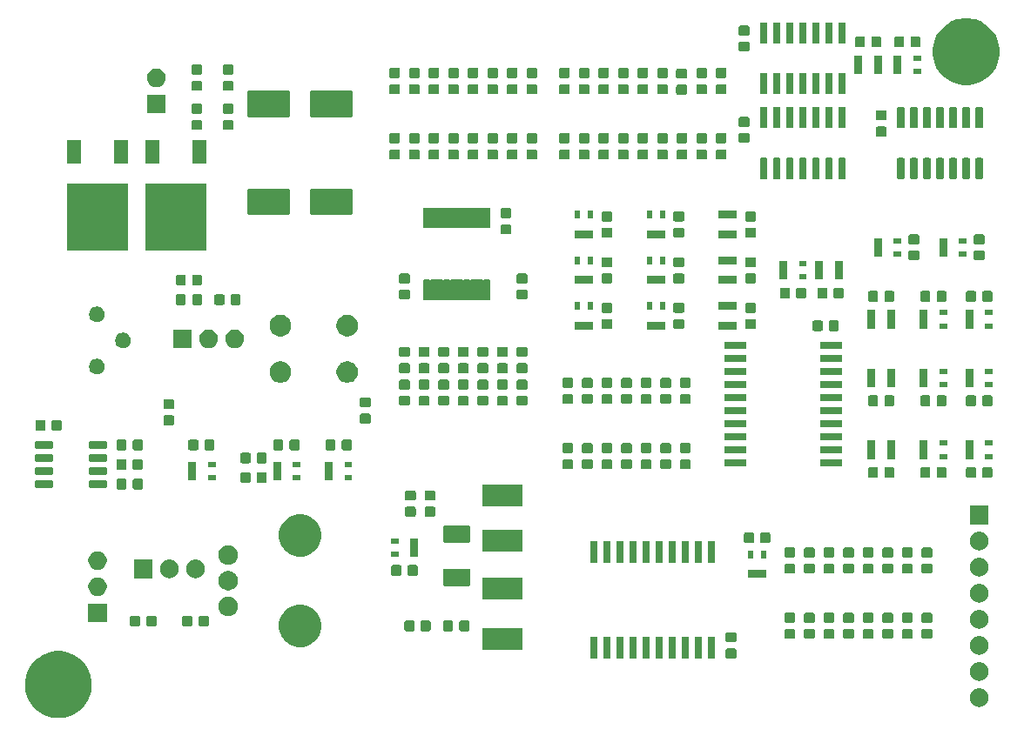
<source format=gbr>
G04 #@! TF.GenerationSoftware,KiCad,Pcbnew,(5.1.5)-3*
G04 #@! TF.CreationDate,2020-08-26T15:35:28+02:00*
G04 #@! TF.ProjectId,SA-ADC,53412d41-4443-42e6-9b69-6361645f7063,v0.3*
G04 #@! TF.SameCoordinates,Original*
G04 #@! TF.FileFunction,Soldermask,Top*
G04 #@! TF.FilePolarity,Negative*
%FSLAX46Y46*%
G04 Gerber Fmt 4.6, Leading zero omitted, Abs format (unit mm)*
G04 Created by KiCad (PCBNEW (5.1.5)-3) date 2020-08-26 15:35:28*
%MOMM*%
%LPD*%
G04 APERTURE LIST*
%ADD10C,0.100000*%
G04 APERTURE END LIST*
D10*
G36*
X99059239Y-108571467D02*
G01*
X99373282Y-108633934D01*
X99964926Y-108879001D01*
X100329588Y-109122661D01*
X100487593Y-109228236D01*
X100497392Y-109234784D01*
X100950216Y-109687608D01*
X101305999Y-110220074D01*
X101551066Y-110811718D01*
X101571965Y-110916784D01*
X101676000Y-111439803D01*
X101676000Y-112080197D01*
X101613533Y-112394239D01*
X101551066Y-112708282D01*
X101305999Y-113299926D01*
X100950216Y-113832392D01*
X100497392Y-114285216D01*
X99964926Y-114640999D01*
X99373282Y-114886066D01*
X99059239Y-114948533D01*
X98745197Y-115011000D01*
X98104803Y-115011000D01*
X97790761Y-114948533D01*
X97476718Y-114886066D01*
X96885074Y-114640999D01*
X96352608Y-114285216D01*
X95899784Y-113832392D01*
X95544001Y-113299926D01*
X95298934Y-112708282D01*
X95236467Y-112394239D01*
X95174000Y-112080197D01*
X95174000Y-111439803D01*
X95278035Y-110916784D01*
X95298934Y-110811718D01*
X95544001Y-110220074D01*
X95899784Y-109687608D01*
X96352608Y-109234784D01*
X96362408Y-109228236D01*
X96520412Y-109122661D01*
X96885074Y-108879001D01*
X97476718Y-108633934D01*
X97790761Y-108571467D01*
X98104803Y-108509000D01*
X98745197Y-108509000D01*
X99059239Y-108571467D01*
G37*
G36*
X188073512Y-112133927D02*
G01*
X188222812Y-112163624D01*
X188386784Y-112231544D01*
X188534354Y-112330147D01*
X188659853Y-112455646D01*
X188758456Y-112603216D01*
X188826376Y-112767188D01*
X188861000Y-112941259D01*
X188861000Y-113118741D01*
X188826376Y-113292812D01*
X188758456Y-113456784D01*
X188659853Y-113604354D01*
X188534354Y-113729853D01*
X188386784Y-113828456D01*
X188222812Y-113896376D01*
X188073512Y-113926073D01*
X188048742Y-113931000D01*
X187871258Y-113931000D01*
X187846488Y-113926073D01*
X187697188Y-113896376D01*
X187533216Y-113828456D01*
X187385646Y-113729853D01*
X187260147Y-113604354D01*
X187161544Y-113456784D01*
X187093624Y-113292812D01*
X187059000Y-113118741D01*
X187059000Y-112941259D01*
X187093624Y-112767188D01*
X187161544Y-112603216D01*
X187260147Y-112455646D01*
X187385646Y-112330147D01*
X187533216Y-112231544D01*
X187697188Y-112163624D01*
X187846488Y-112133927D01*
X187871258Y-112129000D01*
X188048742Y-112129000D01*
X188073512Y-112133927D01*
G37*
G36*
X188073512Y-109593927D02*
G01*
X188222812Y-109623624D01*
X188386784Y-109691544D01*
X188534354Y-109790147D01*
X188659853Y-109915646D01*
X188758456Y-110063216D01*
X188826376Y-110227188D01*
X188861000Y-110401259D01*
X188861000Y-110578741D01*
X188826376Y-110752812D01*
X188758456Y-110916784D01*
X188659853Y-111064354D01*
X188534354Y-111189853D01*
X188386784Y-111288456D01*
X188222812Y-111356376D01*
X188073512Y-111386073D01*
X188048742Y-111391000D01*
X187871258Y-111391000D01*
X187846488Y-111386073D01*
X187697188Y-111356376D01*
X187533216Y-111288456D01*
X187385646Y-111189853D01*
X187260147Y-111064354D01*
X187161544Y-110916784D01*
X187093624Y-110752812D01*
X187059000Y-110578741D01*
X187059000Y-110401259D01*
X187093624Y-110227188D01*
X187161544Y-110063216D01*
X187260147Y-109915646D01*
X187385646Y-109790147D01*
X187533216Y-109691544D01*
X187697188Y-109623624D01*
X187846488Y-109593927D01*
X187871258Y-109589000D01*
X188048742Y-109589000D01*
X188073512Y-109593927D01*
G37*
G36*
X158374928Y-107081764D02*
G01*
X158396009Y-107088160D01*
X158415445Y-107098548D01*
X158432476Y-107112524D01*
X158446452Y-107129555D01*
X158456840Y-107148991D01*
X158463236Y-107170072D01*
X158466000Y-107198140D01*
X158466000Y-109111860D01*
X158463236Y-109139928D01*
X158456840Y-109161009D01*
X158446452Y-109180445D01*
X158432476Y-109197476D01*
X158415445Y-109211452D01*
X158396009Y-109221840D01*
X158374928Y-109228236D01*
X158346860Y-109231000D01*
X157883140Y-109231000D01*
X157855072Y-109228236D01*
X157833991Y-109221840D01*
X157814555Y-109211452D01*
X157797524Y-109197476D01*
X157783548Y-109180445D01*
X157773160Y-109161009D01*
X157766764Y-109139928D01*
X157764000Y-109111860D01*
X157764000Y-107198140D01*
X157766764Y-107170072D01*
X157773160Y-107148991D01*
X157783548Y-107129555D01*
X157797524Y-107112524D01*
X157814555Y-107098548D01*
X157833991Y-107088160D01*
X157855072Y-107081764D01*
X157883140Y-107079000D01*
X158346860Y-107079000D01*
X158374928Y-107081764D01*
G37*
G36*
X155834928Y-107081764D02*
G01*
X155856009Y-107088160D01*
X155875445Y-107098548D01*
X155892476Y-107112524D01*
X155906452Y-107129555D01*
X155916840Y-107148991D01*
X155923236Y-107170072D01*
X155926000Y-107198140D01*
X155926000Y-109111860D01*
X155923236Y-109139928D01*
X155916840Y-109161009D01*
X155906452Y-109180445D01*
X155892476Y-109197476D01*
X155875445Y-109211452D01*
X155856009Y-109221840D01*
X155834928Y-109228236D01*
X155806860Y-109231000D01*
X155343140Y-109231000D01*
X155315072Y-109228236D01*
X155293991Y-109221840D01*
X155274555Y-109211452D01*
X155257524Y-109197476D01*
X155243548Y-109180445D01*
X155233160Y-109161009D01*
X155226764Y-109139928D01*
X155224000Y-109111860D01*
X155224000Y-107198140D01*
X155226764Y-107170072D01*
X155233160Y-107148991D01*
X155243548Y-107129555D01*
X155257524Y-107112524D01*
X155274555Y-107098548D01*
X155293991Y-107088160D01*
X155315072Y-107081764D01*
X155343140Y-107079000D01*
X155806860Y-107079000D01*
X155834928Y-107081764D01*
G37*
G36*
X159644928Y-107081764D02*
G01*
X159666009Y-107088160D01*
X159685445Y-107098548D01*
X159702476Y-107112524D01*
X159716452Y-107129555D01*
X159726840Y-107148991D01*
X159733236Y-107170072D01*
X159736000Y-107198140D01*
X159736000Y-109111860D01*
X159733236Y-109139928D01*
X159726840Y-109161009D01*
X159716452Y-109180445D01*
X159702476Y-109197476D01*
X159685445Y-109211452D01*
X159666009Y-109221840D01*
X159644928Y-109228236D01*
X159616860Y-109231000D01*
X159153140Y-109231000D01*
X159125072Y-109228236D01*
X159103991Y-109221840D01*
X159084555Y-109211452D01*
X159067524Y-109197476D01*
X159053548Y-109180445D01*
X159043160Y-109161009D01*
X159036764Y-109139928D01*
X159034000Y-109111860D01*
X159034000Y-107198140D01*
X159036764Y-107170072D01*
X159043160Y-107148991D01*
X159053548Y-107129555D01*
X159067524Y-107112524D01*
X159084555Y-107098548D01*
X159103991Y-107088160D01*
X159125072Y-107081764D01*
X159153140Y-107079000D01*
X159616860Y-107079000D01*
X159644928Y-107081764D01*
G37*
G36*
X157104928Y-107081764D02*
G01*
X157126009Y-107088160D01*
X157145445Y-107098548D01*
X157162476Y-107112524D01*
X157176452Y-107129555D01*
X157186840Y-107148991D01*
X157193236Y-107170072D01*
X157196000Y-107198140D01*
X157196000Y-109111860D01*
X157193236Y-109139928D01*
X157186840Y-109161009D01*
X157176452Y-109180445D01*
X157162476Y-109197476D01*
X157145445Y-109211452D01*
X157126009Y-109221840D01*
X157104928Y-109228236D01*
X157076860Y-109231000D01*
X156613140Y-109231000D01*
X156585072Y-109228236D01*
X156563991Y-109221840D01*
X156544555Y-109211452D01*
X156527524Y-109197476D01*
X156513548Y-109180445D01*
X156503160Y-109161009D01*
X156496764Y-109139928D01*
X156494000Y-109111860D01*
X156494000Y-107198140D01*
X156496764Y-107170072D01*
X156503160Y-107148991D01*
X156513548Y-107129555D01*
X156527524Y-107112524D01*
X156544555Y-107098548D01*
X156563991Y-107088160D01*
X156585072Y-107081764D01*
X156613140Y-107079000D01*
X157076860Y-107079000D01*
X157104928Y-107081764D01*
G37*
G36*
X154564928Y-107081764D02*
G01*
X154586009Y-107088160D01*
X154605445Y-107098548D01*
X154622476Y-107112524D01*
X154636452Y-107129555D01*
X154646840Y-107148991D01*
X154653236Y-107170072D01*
X154656000Y-107198140D01*
X154656000Y-109111860D01*
X154653236Y-109139928D01*
X154646840Y-109161009D01*
X154636452Y-109180445D01*
X154622476Y-109197476D01*
X154605445Y-109211452D01*
X154586009Y-109221840D01*
X154564928Y-109228236D01*
X154536860Y-109231000D01*
X154073140Y-109231000D01*
X154045072Y-109228236D01*
X154023991Y-109221840D01*
X154004555Y-109211452D01*
X153987524Y-109197476D01*
X153973548Y-109180445D01*
X153963160Y-109161009D01*
X153956764Y-109139928D01*
X153954000Y-109111860D01*
X153954000Y-107198140D01*
X153956764Y-107170072D01*
X153963160Y-107148991D01*
X153973548Y-107129555D01*
X153987524Y-107112524D01*
X154004555Y-107098548D01*
X154023991Y-107088160D01*
X154045072Y-107081764D01*
X154073140Y-107079000D01*
X154536860Y-107079000D01*
X154564928Y-107081764D01*
G37*
G36*
X152024928Y-107081764D02*
G01*
X152046009Y-107088160D01*
X152065445Y-107098548D01*
X152082476Y-107112524D01*
X152096452Y-107129555D01*
X152106840Y-107148991D01*
X152113236Y-107170072D01*
X152116000Y-107198140D01*
X152116000Y-109111860D01*
X152113236Y-109139928D01*
X152106840Y-109161009D01*
X152096452Y-109180445D01*
X152082476Y-109197476D01*
X152065445Y-109211452D01*
X152046009Y-109221840D01*
X152024928Y-109228236D01*
X151996860Y-109231000D01*
X151533140Y-109231000D01*
X151505072Y-109228236D01*
X151483991Y-109221840D01*
X151464555Y-109211452D01*
X151447524Y-109197476D01*
X151433548Y-109180445D01*
X151423160Y-109161009D01*
X151416764Y-109139928D01*
X151414000Y-109111860D01*
X151414000Y-107198140D01*
X151416764Y-107170072D01*
X151423160Y-107148991D01*
X151433548Y-107129555D01*
X151447524Y-107112524D01*
X151464555Y-107098548D01*
X151483991Y-107088160D01*
X151505072Y-107081764D01*
X151533140Y-107079000D01*
X151996860Y-107079000D01*
X152024928Y-107081764D01*
G37*
G36*
X150754928Y-107081764D02*
G01*
X150776009Y-107088160D01*
X150795445Y-107098548D01*
X150812476Y-107112524D01*
X150826452Y-107129555D01*
X150836840Y-107148991D01*
X150843236Y-107170072D01*
X150846000Y-107198140D01*
X150846000Y-109111860D01*
X150843236Y-109139928D01*
X150836840Y-109161009D01*
X150826452Y-109180445D01*
X150812476Y-109197476D01*
X150795445Y-109211452D01*
X150776009Y-109221840D01*
X150754928Y-109228236D01*
X150726860Y-109231000D01*
X150263140Y-109231000D01*
X150235072Y-109228236D01*
X150213991Y-109221840D01*
X150194555Y-109211452D01*
X150177524Y-109197476D01*
X150163548Y-109180445D01*
X150153160Y-109161009D01*
X150146764Y-109139928D01*
X150144000Y-109111860D01*
X150144000Y-107198140D01*
X150146764Y-107170072D01*
X150153160Y-107148991D01*
X150163548Y-107129555D01*
X150177524Y-107112524D01*
X150194555Y-107098548D01*
X150213991Y-107088160D01*
X150235072Y-107081764D01*
X150263140Y-107079000D01*
X150726860Y-107079000D01*
X150754928Y-107081764D01*
G37*
G36*
X160914928Y-107081764D02*
G01*
X160936009Y-107088160D01*
X160955445Y-107098548D01*
X160972476Y-107112524D01*
X160986452Y-107129555D01*
X160996840Y-107148991D01*
X161003236Y-107170072D01*
X161006000Y-107198140D01*
X161006000Y-109111860D01*
X161003236Y-109139928D01*
X160996840Y-109161009D01*
X160986452Y-109180445D01*
X160972476Y-109197476D01*
X160955445Y-109211452D01*
X160936009Y-109221840D01*
X160914928Y-109228236D01*
X160886860Y-109231000D01*
X160423140Y-109231000D01*
X160395072Y-109228236D01*
X160373991Y-109221840D01*
X160354555Y-109211452D01*
X160337524Y-109197476D01*
X160323548Y-109180445D01*
X160313160Y-109161009D01*
X160306764Y-109139928D01*
X160304000Y-109111860D01*
X160304000Y-107198140D01*
X160306764Y-107170072D01*
X160313160Y-107148991D01*
X160323548Y-107129555D01*
X160337524Y-107112524D01*
X160354555Y-107098548D01*
X160373991Y-107088160D01*
X160395072Y-107081764D01*
X160423140Y-107079000D01*
X160886860Y-107079000D01*
X160914928Y-107081764D01*
G37*
G36*
X162184928Y-107081764D02*
G01*
X162206009Y-107088160D01*
X162225445Y-107098548D01*
X162242476Y-107112524D01*
X162256452Y-107129555D01*
X162266840Y-107148991D01*
X162273236Y-107170072D01*
X162276000Y-107198140D01*
X162276000Y-109111860D01*
X162273236Y-109139928D01*
X162266840Y-109161009D01*
X162256452Y-109180445D01*
X162242476Y-109197476D01*
X162225445Y-109211452D01*
X162206009Y-109221840D01*
X162184928Y-109228236D01*
X162156860Y-109231000D01*
X161693140Y-109231000D01*
X161665072Y-109228236D01*
X161643991Y-109221840D01*
X161624555Y-109211452D01*
X161607524Y-109197476D01*
X161593548Y-109180445D01*
X161583160Y-109161009D01*
X161576764Y-109139928D01*
X161574000Y-109111860D01*
X161574000Y-107198140D01*
X161576764Y-107170072D01*
X161583160Y-107148991D01*
X161593548Y-107129555D01*
X161607524Y-107112524D01*
X161624555Y-107098548D01*
X161643991Y-107088160D01*
X161665072Y-107081764D01*
X161693140Y-107079000D01*
X162156860Y-107079000D01*
X162184928Y-107081764D01*
G37*
G36*
X153294928Y-107081764D02*
G01*
X153316009Y-107088160D01*
X153335445Y-107098548D01*
X153352476Y-107112524D01*
X153366452Y-107129555D01*
X153376840Y-107148991D01*
X153383236Y-107170072D01*
X153386000Y-107198140D01*
X153386000Y-109111860D01*
X153383236Y-109139928D01*
X153376840Y-109161009D01*
X153366452Y-109180445D01*
X153352476Y-109197476D01*
X153335445Y-109211452D01*
X153316009Y-109221840D01*
X153294928Y-109228236D01*
X153266860Y-109231000D01*
X152803140Y-109231000D01*
X152775072Y-109228236D01*
X152753991Y-109221840D01*
X152734555Y-109211452D01*
X152717524Y-109197476D01*
X152703548Y-109180445D01*
X152693160Y-109161009D01*
X152686764Y-109139928D01*
X152684000Y-109111860D01*
X152684000Y-107198140D01*
X152686764Y-107170072D01*
X152693160Y-107148991D01*
X152703548Y-107129555D01*
X152717524Y-107112524D01*
X152734555Y-107098548D01*
X152753991Y-107088160D01*
X152775072Y-107081764D01*
X152803140Y-107079000D01*
X153266860Y-107079000D01*
X153294928Y-107081764D01*
G37*
G36*
X164209591Y-108253085D02*
G01*
X164243569Y-108263393D01*
X164274890Y-108280134D01*
X164302339Y-108302661D01*
X164324866Y-108330110D01*
X164341607Y-108361431D01*
X164351915Y-108395409D01*
X164356000Y-108436890D01*
X164356000Y-109038110D01*
X164351915Y-109079591D01*
X164341607Y-109113569D01*
X164324866Y-109144890D01*
X164302339Y-109172339D01*
X164274890Y-109194866D01*
X164243569Y-109211607D01*
X164209591Y-109221915D01*
X164168110Y-109226000D01*
X163491890Y-109226000D01*
X163450409Y-109221915D01*
X163416431Y-109211607D01*
X163385110Y-109194866D01*
X163357661Y-109172339D01*
X163335134Y-109144890D01*
X163318393Y-109113569D01*
X163308085Y-109079591D01*
X163304000Y-109038110D01*
X163304000Y-108436890D01*
X163308085Y-108395409D01*
X163318393Y-108361431D01*
X163335134Y-108330110D01*
X163357661Y-108302661D01*
X163385110Y-108280134D01*
X163416431Y-108263393D01*
X163450409Y-108253085D01*
X163491890Y-108249000D01*
X164168110Y-108249000D01*
X164209591Y-108253085D01*
G37*
G36*
X188073512Y-107053927D02*
G01*
X188222812Y-107083624D01*
X188386784Y-107151544D01*
X188534354Y-107250147D01*
X188659853Y-107375646D01*
X188758456Y-107523216D01*
X188826376Y-107687188D01*
X188861000Y-107861259D01*
X188861000Y-108038741D01*
X188826376Y-108212812D01*
X188758456Y-108376784D01*
X188659853Y-108524354D01*
X188534354Y-108649853D01*
X188386784Y-108748456D01*
X188222812Y-108816376D01*
X188073512Y-108846073D01*
X188048742Y-108851000D01*
X187871258Y-108851000D01*
X187846488Y-108846073D01*
X187697188Y-108816376D01*
X187533216Y-108748456D01*
X187385646Y-108649853D01*
X187260147Y-108524354D01*
X187161544Y-108376784D01*
X187093624Y-108212812D01*
X187059000Y-108038741D01*
X187059000Y-107861259D01*
X187093624Y-107687188D01*
X187161544Y-107523216D01*
X187260147Y-107375646D01*
X187385646Y-107250147D01*
X187533216Y-107151544D01*
X187697188Y-107083624D01*
X187846488Y-107053927D01*
X187871258Y-107049000D01*
X188048742Y-107049000D01*
X188073512Y-107053927D01*
G37*
G36*
X143556000Y-108366000D02*
G01*
X139654000Y-108366000D01*
X139654000Y-106264000D01*
X143556000Y-106264000D01*
X143556000Y-108366000D01*
G37*
G36*
X122533254Y-104067818D02*
G01*
X122906511Y-104222426D01*
X122906513Y-104222427D01*
X123242436Y-104446884D01*
X123528116Y-104732564D01*
X123746030Y-105058694D01*
X123752574Y-105068489D01*
X123907182Y-105441746D01*
X123986000Y-105837993D01*
X123986000Y-106242007D01*
X123907182Y-106638254D01*
X123791204Y-106918250D01*
X123752573Y-107011513D01*
X123528116Y-107347436D01*
X123242436Y-107633116D01*
X122906513Y-107857573D01*
X122906512Y-107857574D01*
X122906511Y-107857574D01*
X122533254Y-108012182D01*
X122137007Y-108091000D01*
X121732993Y-108091000D01*
X121336746Y-108012182D01*
X120963489Y-107857574D01*
X120963488Y-107857574D01*
X120963487Y-107857573D01*
X120627564Y-107633116D01*
X120341884Y-107347436D01*
X120117427Y-107011513D01*
X120078796Y-106918250D01*
X119962818Y-106638254D01*
X119884000Y-106242007D01*
X119884000Y-105837993D01*
X119962818Y-105441746D01*
X120117426Y-105068489D01*
X120123971Y-105058694D01*
X120341884Y-104732564D01*
X120627564Y-104446884D01*
X120963487Y-104222427D01*
X120963489Y-104222426D01*
X121336746Y-104067818D01*
X121732993Y-103989000D01*
X122137007Y-103989000D01*
X122533254Y-104067818D01*
G37*
G36*
X164209591Y-106678085D02*
G01*
X164243569Y-106688393D01*
X164274890Y-106705134D01*
X164302339Y-106727661D01*
X164324866Y-106755110D01*
X164341607Y-106786431D01*
X164351915Y-106820409D01*
X164356000Y-106861890D01*
X164356000Y-107463110D01*
X164351915Y-107504591D01*
X164341607Y-107538569D01*
X164324866Y-107569890D01*
X164302339Y-107597339D01*
X164274890Y-107619866D01*
X164243569Y-107636607D01*
X164209591Y-107646915D01*
X164168110Y-107651000D01*
X163491890Y-107651000D01*
X163450409Y-107646915D01*
X163416431Y-107636607D01*
X163385110Y-107619866D01*
X163357661Y-107597339D01*
X163335134Y-107569890D01*
X163318393Y-107538569D01*
X163308085Y-107504591D01*
X163304000Y-107463110D01*
X163304000Y-106861890D01*
X163308085Y-106820409D01*
X163318393Y-106786431D01*
X163335134Y-106755110D01*
X163357661Y-106727661D01*
X163385110Y-106705134D01*
X163416431Y-106688393D01*
X163450409Y-106678085D01*
X163491890Y-106674000D01*
X164168110Y-106674000D01*
X164209591Y-106678085D01*
G37*
G36*
X183259591Y-106348085D02*
G01*
X183293569Y-106358393D01*
X183324890Y-106375134D01*
X183352339Y-106397661D01*
X183374866Y-106425110D01*
X183391607Y-106456431D01*
X183401915Y-106490409D01*
X183406000Y-106531890D01*
X183406000Y-107133110D01*
X183401915Y-107174591D01*
X183391607Y-107208569D01*
X183374866Y-107239890D01*
X183352339Y-107267339D01*
X183324890Y-107289866D01*
X183293569Y-107306607D01*
X183259591Y-107316915D01*
X183218110Y-107321000D01*
X182541890Y-107321000D01*
X182500409Y-107316915D01*
X182466431Y-107306607D01*
X182435110Y-107289866D01*
X182407661Y-107267339D01*
X182385134Y-107239890D01*
X182368393Y-107208569D01*
X182358085Y-107174591D01*
X182354000Y-107133110D01*
X182354000Y-106531890D01*
X182358085Y-106490409D01*
X182368393Y-106456431D01*
X182385134Y-106425110D01*
X182407661Y-106397661D01*
X182435110Y-106375134D01*
X182466431Y-106358393D01*
X182500409Y-106348085D01*
X182541890Y-106344000D01*
X183218110Y-106344000D01*
X183259591Y-106348085D01*
G37*
G36*
X169924591Y-106348085D02*
G01*
X169958569Y-106358393D01*
X169989890Y-106375134D01*
X170017339Y-106397661D01*
X170039866Y-106425110D01*
X170056607Y-106456431D01*
X170066915Y-106490409D01*
X170071000Y-106531890D01*
X170071000Y-107133110D01*
X170066915Y-107174591D01*
X170056607Y-107208569D01*
X170039866Y-107239890D01*
X170017339Y-107267339D01*
X169989890Y-107289866D01*
X169958569Y-107306607D01*
X169924591Y-107316915D01*
X169883110Y-107321000D01*
X169206890Y-107321000D01*
X169165409Y-107316915D01*
X169131431Y-107306607D01*
X169100110Y-107289866D01*
X169072661Y-107267339D01*
X169050134Y-107239890D01*
X169033393Y-107208569D01*
X169023085Y-107174591D01*
X169019000Y-107133110D01*
X169019000Y-106531890D01*
X169023085Y-106490409D01*
X169033393Y-106456431D01*
X169050134Y-106425110D01*
X169072661Y-106397661D01*
X169100110Y-106375134D01*
X169131431Y-106358393D01*
X169165409Y-106348085D01*
X169206890Y-106344000D01*
X169883110Y-106344000D01*
X169924591Y-106348085D01*
G37*
G36*
X171829591Y-106348085D02*
G01*
X171863569Y-106358393D01*
X171894890Y-106375134D01*
X171922339Y-106397661D01*
X171944866Y-106425110D01*
X171961607Y-106456431D01*
X171971915Y-106490409D01*
X171976000Y-106531890D01*
X171976000Y-107133110D01*
X171971915Y-107174591D01*
X171961607Y-107208569D01*
X171944866Y-107239890D01*
X171922339Y-107267339D01*
X171894890Y-107289866D01*
X171863569Y-107306607D01*
X171829591Y-107316915D01*
X171788110Y-107321000D01*
X171111890Y-107321000D01*
X171070409Y-107316915D01*
X171036431Y-107306607D01*
X171005110Y-107289866D01*
X170977661Y-107267339D01*
X170955134Y-107239890D01*
X170938393Y-107208569D01*
X170928085Y-107174591D01*
X170924000Y-107133110D01*
X170924000Y-106531890D01*
X170928085Y-106490409D01*
X170938393Y-106456431D01*
X170955134Y-106425110D01*
X170977661Y-106397661D01*
X171005110Y-106375134D01*
X171036431Y-106358393D01*
X171070409Y-106348085D01*
X171111890Y-106344000D01*
X171788110Y-106344000D01*
X171829591Y-106348085D01*
G37*
G36*
X181354591Y-106348085D02*
G01*
X181388569Y-106358393D01*
X181419890Y-106375134D01*
X181447339Y-106397661D01*
X181469866Y-106425110D01*
X181486607Y-106456431D01*
X181496915Y-106490409D01*
X181501000Y-106531890D01*
X181501000Y-107133110D01*
X181496915Y-107174591D01*
X181486607Y-107208569D01*
X181469866Y-107239890D01*
X181447339Y-107267339D01*
X181419890Y-107289866D01*
X181388569Y-107306607D01*
X181354591Y-107316915D01*
X181313110Y-107321000D01*
X180636890Y-107321000D01*
X180595409Y-107316915D01*
X180561431Y-107306607D01*
X180530110Y-107289866D01*
X180502661Y-107267339D01*
X180480134Y-107239890D01*
X180463393Y-107208569D01*
X180453085Y-107174591D01*
X180449000Y-107133110D01*
X180449000Y-106531890D01*
X180453085Y-106490409D01*
X180463393Y-106456431D01*
X180480134Y-106425110D01*
X180502661Y-106397661D01*
X180530110Y-106375134D01*
X180561431Y-106358393D01*
X180595409Y-106348085D01*
X180636890Y-106344000D01*
X181313110Y-106344000D01*
X181354591Y-106348085D01*
G37*
G36*
X179449591Y-106348085D02*
G01*
X179483569Y-106358393D01*
X179514890Y-106375134D01*
X179542339Y-106397661D01*
X179564866Y-106425110D01*
X179581607Y-106456431D01*
X179591915Y-106490409D01*
X179596000Y-106531890D01*
X179596000Y-107133110D01*
X179591915Y-107174591D01*
X179581607Y-107208569D01*
X179564866Y-107239890D01*
X179542339Y-107267339D01*
X179514890Y-107289866D01*
X179483569Y-107306607D01*
X179449591Y-107316915D01*
X179408110Y-107321000D01*
X178731890Y-107321000D01*
X178690409Y-107316915D01*
X178656431Y-107306607D01*
X178625110Y-107289866D01*
X178597661Y-107267339D01*
X178575134Y-107239890D01*
X178558393Y-107208569D01*
X178548085Y-107174591D01*
X178544000Y-107133110D01*
X178544000Y-106531890D01*
X178548085Y-106490409D01*
X178558393Y-106456431D01*
X178575134Y-106425110D01*
X178597661Y-106397661D01*
X178625110Y-106375134D01*
X178656431Y-106358393D01*
X178690409Y-106348085D01*
X178731890Y-106344000D01*
X179408110Y-106344000D01*
X179449591Y-106348085D01*
G37*
G36*
X177544591Y-106348085D02*
G01*
X177578569Y-106358393D01*
X177609890Y-106375134D01*
X177637339Y-106397661D01*
X177659866Y-106425110D01*
X177676607Y-106456431D01*
X177686915Y-106490409D01*
X177691000Y-106531890D01*
X177691000Y-107133110D01*
X177686915Y-107174591D01*
X177676607Y-107208569D01*
X177659866Y-107239890D01*
X177637339Y-107267339D01*
X177609890Y-107289866D01*
X177578569Y-107306607D01*
X177544591Y-107316915D01*
X177503110Y-107321000D01*
X176826890Y-107321000D01*
X176785409Y-107316915D01*
X176751431Y-107306607D01*
X176720110Y-107289866D01*
X176692661Y-107267339D01*
X176670134Y-107239890D01*
X176653393Y-107208569D01*
X176643085Y-107174591D01*
X176639000Y-107133110D01*
X176639000Y-106531890D01*
X176643085Y-106490409D01*
X176653393Y-106456431D01*
X176670134Y-106425110D01*
X176692661Y-106397661D01*
X176720110Y-106375134D01*
X176751431Y-106358393D01*
X176785409Y-106348085D01*
X176826890Y-106344000D01*
X177503110Y-106344000D01*
X177544591Y-106348085D01*
G37*
G36*
X175639591Y-106348085D02*
G01*
X175673569Y-106358393D01*
X175704890Y-106375134D01*
X175732339Y-106397661D01*
X175754866Y-106425110D01*
X175771607Y-106456431D01*
X175781915Y-106490409D01*
X175786000Y-106531890D01*
X175786000Y-107133110D01*
X175781915Y-107174591D01*
X175771607Y-107208569D01*
X175754866Y-107239890D01*
X175732339Y-107267339D01*
X175704890Y-107289866D01*
X175673569Y-107306607D01*
X175639591Y-107316915D01*
X175598110Y-107321000D01*
X174921890Y-107321000D01*
X174880409Y-107316915D01*
X174846431Y-107306607D01*
X174815110Y-107289866D01*
X174787661Y-107267339D01*
X174765134Y-107239890D01*
X174748393Y-107208569D01*
X174738085Y-107174591D01*
X174734000Y-107133110D01*
X174734000Y-106531890D01*
X174738085Y-106490409D01*
X174748393Y-106456431D01*
X174765134Y-106425110D01*
X174787661Y-106397661D01*
X174815110Y-106375134D01*
X174846431Y-106358393D01*
X174880409Y-106348085D01*
X174921890Y-106344000D01*
X175598110Y-106344000D01*
X175639591Y-106348085D01*
G37*
G36*
X173734591Y-106348085D02*
G01*
X173768569Y-106358393D01*
X173799890Y-106375134D01*
X173827339Y-106397661D01*
X173849866Y-106425110D01*
X173866607Y-106456431D01*
X173876915Y-106490409D01*
X173881000Y-106531890D01*
X173881000Y-107133110D01*
X173876915Y-107174591D01*
X173866607Y-107208569D01*
X173849866Y-107239890D01*
X173827339Y-107267339D01*
X173799890Y-107289866D01*
X173768569Y-107306607D01*
X173734591Y-107316915D01*
X173693110Y-107321000D01*
X173016890Y-107321000D01*
X172975409Y-107316915D01*
X172941431Y-107306607D01*
X172910110Y-107289866D01*
X172882661Y-107267339D01*
X172860134Y-107239890D01*
X172843393Y-107208569D01*
X172833085Y-107174591D01*
X172829000Y-107133110D01*
X172829000Y-106531890D01*
X172833085Y-106490409D01*
X172843393Y-106456431D01*
X172860134Y-106425110D01*
X172882661Y-106397661D01*
X172910110Y-106375134D01*
X172941431Y-106358393D01*
X172975409Y-106348085D01*
X173016890Y-106344000D01*
X173693110Y-106344000D01*
X173734591Y-106348085D01*
G37*
G36*
X132904591Y-105523085D02*
G01*
X132938569Y-105533393D01*
X132969890Y-105550134D01*
X132997339Y-105572661D01*
X133019866Y-105600110D01*
X133036607Y-105631431D01*
X133046915Y-105665409D01*
X133051000Y-105706890D01*
X133051000Y-106383110D01*
X133046915Y-106424591D01*
X133036607Y-106458569D01*
X133019866Y-106489890D01*
X132997339Y-106517339D01*
X132969890Y-106539866D01*
X132938569Y-106556607D01*
X132904591Y-106566915D01*
X132863110Y-106571000D01*
X132261890Y-106571000D01*
X132220409Y-106566915D01*
X132186431Y-106556607D01*
X132155110Y-106539866D01*
X132127661Y-106517339D01*
X132105134Y-106489890D01*
X132088393Y-106458569D01*
X132078085Y-106424591D01*
X132074000Y-106383110D01*
X132074000Y-105706890D01*
X132078085Y-105665409D01*
X132088393Y-105631431D01*
X132105134Y-105600110D01*
X132127661Y-105572661D01*
X132155110Y-105550134D01*
X132186431Y-105533393D01*
X132220409Y-105523085D01*
X132261890Y-105519000D01*
X132863110Y-105519000D01*
X132904591Y-105523085D01*
G37*
G36*
X134479591Y-105523085D02*
G01*
X134513569Y-105533393D01*
X134544890Y-105550134D01*
X134572339Y-105572661D01*
X134594866Y-105600110D01*
X134611607Y-105631431D01*
X134621915Y-105665409D01*
X134626000Y-105706890D01*
X134626000Y-106383110D01*
X134621915Y-106424591D01*
X134611607Y-106458569D01*
X134594866Y-106489890D01*
X134572339Y-106517339D01*
X134544890Y-106539866D01*
X134513569Y-106556607D01*
X134479591Y-106566915D01*
X134438110Y-106571000D01*
X133836890Y-106571000D01*
X133795409Y-106566915D01*
X133761431Y-106556607D01*
X133730110Y-106539866D01*
X133702661Y-106517339D01*
X133680134Y-106489890D01*
X133663393Y-106458569D01*
X133653085Y-106424591D01*
X133649000Y-106383110D01*
X133649000Y-105706890D01*
X133653085Y-105665409D01*
X133663393Y-105631431D01*
X133680134Y-105600110D01*
X133702661Y-105572661D01*
X133730110Y-105550134D01*
X133761431Y-105533393D01*
X133795409Y-105523085D01*
X133836890Y-105519000D01*
X134438110Y-105519000D01*
X134479591Y-105523085D01*
G37*
G36*
X136654592Y-105523085D02*
G01*
X136688570Y-105533393D01*
X136719891Y-105550134D01*
X136747340Y-105572661D01*
X136769867Y-105600110D01*
X136786608Y-105631431D01*
X136796916Y-105665409D01*
X136801001Y-105706890D01*
X136801001Y-106383110D01*
X136796916Y-106424591D01*
X136786608Y-106458569D01*
X136769867Y-106489890D01*
X136747340Y-106517339D01*
X136719891Y-106539866D01*
X136688570Y-106556607D01*
X136654592Y-106566915D01*
X136613111Y-106571000D01*
X136011891Y-106571000D01*
X135970410Y-106566915D01*
X135936432Y-106556607D01*
X135905111Y-106539866D01*
X135877662Y-106517339D01*
X135855135Y-106489890D01*
X135838394Y-106458569D01*
X135828086Y-106424591D01*
X135824001Y-106383110D01*
X135824001Y-105706890D01*
X135828086Y-105665409D01*
X135838394Y-105631431D01*
X135855135Y-105600110D01*
X135877662Y-105572661D01*
X135905111Y-105550134D01*
X135936432Y-105533393D01*
X135970410Y-105523085D01*
X136011891Y-105519000D01*
X136613111Y-105519000D01*
X136654592Y-105523085D01*
G37*
G36*
X138229592Y-105523085D02*
G01*
X138263570Y-105533393D01*
X138294891Y-105550134D01*
X138322340Y-105572661D01*
X138344867Y-105600110D01*
X138361608Y-105631431D01*
X138371916Y-105665409D01*
X138376001Y-105706890D01*
X138376001Y-106383110D01*
X138371916Y-106424591D01*
X138361608Y-106458569D01*
X138344867Y-106489890D01*
X138322340Y-106517339D01*
X138294891Y-106539866D01*
X138263570Y-106556607D01*
X138229592Y-106566915D01*
X138188111Y-106571000D01*
X137586891Y-106571000D01*
X137545410Y-106566915D01*
X137511432Y-106556607D01*
X137480111Y-106539866D01*
X137452662Y-106517339D01*
X137430135Y-106489890D01*
X137413394Y-106458569D01*
X137403086Y-106424591D01*
X137399001Y-106383110D01*
X137399001Y-105706890D01*
X137403086Y-105665409D01*
X137413394Y-105631431D01*
X137430135Y-105600110D01*
X137452662Y-105572661D01*
X137480111Y-105550134D01*
X137511432Y-105533393D01*
X137545410Y-105523085D01*
X137586891Y-105519000D01*
X138188111Y-105519000D01*
X138229592Y-105523085D01*
G37*
G36*
X188073512Y-104513927D02*
G01*
X188222812Y-104543624D01*
X188386784Y-104611544D01*
X188534354Y-104710147D01*
X188659853Y-104835646D01*
X188758456Y-104983216D01*
X188826376Y-105147188D01*
X188845213Y-105241891D01*
X188861000Y-105321258D01*
X188861000Y-105498742D01*
X188856970Y-105519000D01*
X188826376Y-105672812D01*
X188758456Y-105836784D01*
X188659853Y-105984354D01*
X188534354Y-106109853D01*
X188386784Y-106208456D01*
X188222812Y-106276376D01*
X188073512Y-106306073D01*
X188048742Y-106311000D01*
X187871258Y-106311000D01*
X187846488Y-106306073D01*
X187697188Y-106276376D01*
X187533216Y-106208456D01*
X187385646Y-106109853D01*
X187260147Y-105984354D01*
X187161544Y-105836784D01*
X187093624Y-105672812D01*
X187063030Y-105519000D01*
X187059000Y-105498742D01*
X187059000Y-105321258D01*
X187074787Y-105241891D01*
X187093624Y-105147188D01*
X187161544Y-104983216D01*
X187260147Y-104835646D01*
X187385646Y-104710147D01*
X187533216Y-104611544D01*
X187697188Y-104543624D01*
X187846488Y-104513927D01*
X187871258Y-104509000D01*
X188048742Y-104509000D01*
X188073512Y-104513927D01*
G37*
G36*
X106234591Y-105058086D02*
G01*
X106268569Y-105068394D01*
X106299890Y-105085135D01*
X106327339Y-105107662D01*
X106349866Y-105135111D01*
X106366607Y-105166432D01*
X106376915Y-105200410D01*
X106381000Y-105241891D01*
X106381000Y-105918111D01*
X106376915Y-105959592D01*
X106366607Y-105993570D01*
X106349866Y-106024891D01*
X106327339Y-106052340D01*
X106299890Y-106074867D01*
X106268569Y-106091608D01*
X106234591Y-106101916D01*
X106193110Y-106106001D01*
X105591890Y-106106001D01*
X105550409Y-106101916D01*
X105516431Y-106091608D01*
X105485110Y-106074867D01*
X105457661Y-106052340D01*
X105435134Y-106024891D01*
X105418393Y-105993570D01*
X105408085Y-105959592D01*
X105404000Y-105918111D01*
X105404000Y-105241891D01*
X105408085Y-105200410D01*
X105418393Y-105166432D01*
X105435134Y-105135111D01*
X105457661Y-105107662D01*
X105485110Y-105085135D01*
X105516431Y-105068394D01*
X105550409Y-105058086D01*
X105591890Y-105054001D01*
X106193110Y-105054001D01*
X106234591Y-105058086D01*
G37*
G36*
X112889591Y-105058086D02*
G01*
X112923569Y-105068394D01*
X112954890Y-105085135D01*
X112982339Y-105107662D01*
X113004866Y-105135111D01*
X113021607Y-105166432D01*
X113031915Y-105200410D01*
X113036000Y-105241891D01*
X113036000Y-105918111D01*
X113031915Y-105959592D01*
X113021607Y-105993570D01*
X113004866Y-106024891D01*
X112982339Y-106052340D01*
X112954890Y-106074867D01*
X112923569Y-106091608D01*
X112889591Y-106101916D01*
X112848110Y-106106001D01*
X112246890Y-106106001D01*
X112205409Y-106101916D01*
X112171431Y-106091608D01*
X112140110Y-106074867D01*
X112112661Y-106052340D01*
X112090134Y-106024891D01*
X112073393Y-105993570D01*
X112063085Y-105959592D01*
X112059000Y-105918111D01*
X112059000Y-105241891D01*
X112063085Y-105200410D01*
X112073393Y-105166432D01*
X112090134Y-105135111D01*
X112112661Y-105107662D01*
X112140110Y-105085135D01*
X112171431Y-105068394D01*
X112205409Y-105058086D01*
X112246890Y-105054001D01*
X112848110Y-105054001D01*
X112889591Y-105058086D01*
G37*
G36*
X111314591Y-105058086D02*
G01*
X111348569Y-105068394D01*
X111379890Y-105085135D01*
X111407339Y-105107662D01*
X111429866Y-105135111D01*
X111446607Y-105166432D01*
X111456915Y-105200410D01*
X111461000Y-105241891D01*
X111461000Y-105918111D01*
X111456915Y-105959592D01*
X111446607Y-105993570D01*
X111429866Y-106024891D01*
X111407339Y-106052340D01*
X111379890Y-106074867D01*
X111348569Y-106091608D01*
X111314591Y-106101916D01*
X111273110Y-106106001D01*
X110671890Y-106106001D01*
X110630409Y-106101916D01*
X110596431Y-106091608D01*
X110565110Y-106074867D01*
X110537661Y-106052340D01*
X110515134Y-106024891D01*
X110498393Y-105993570D01*
X110488085Y-105959592D01*
X110484000Y-105918111D01*
X110484000Y-105241891D01*
X110488085Y-105200410D01*
X110498393Y-105166432D01*
X110515134Y-105135111D01*
X110537661Y-105107662D01*
X110565110Y-105085135D01*
X110596431Y-105068394D01*
X110630409Y-105058086D01*
X110671890Y-105054001D01*
X111273110Y-105054001D01*
X111314591Y-105058086D01*
G37*
G36*
X107809591Y-105058086D02*
G01*
X107843569Y-105068394D01*
X107874890Y-105085135D01*
X107902339Y-105107662D01*
X107924866Y-105135111D01*
X107941607Y-105166432D01*
X107951915Y-105200410D01*
X107956000Y-105241891D01*
X107956000Y-105918111D01*
X107951915Y-105959592D01*
X107941607Y-105993570D01*
X107924866Y-106024891D01*
X107902339Y-106052340D01*
X107874890Y-106074867D01*
X107843569Y-106091608D01*
X107809591Y-106101916D01*
X107768110Y-106106001D01*
X107166890Y-106106001D01*
X107125409Y-106101916D01*
X107091431Y-106091608D01*
X107060110Y-106074867D01*
X107032661Y-106052340D01*
X107010134Y-106024891D01*
X106993393Y-105993570D01*
X106983085Y-105959592D01*
X106979000Y-105918111D01*
X106979000Y-105241891D01*
X106983085Y-105200410D01*
X106993393Y-105166432D01*
X107010134Y-105135111D01*
X107032661Y-105107662D01*
X107060110Y-105085135D01*
X107091431Y-105068394D01*
X107125409Y-105058086D01*
X107166890Y-105054001D01*
X107768110Y-105054001D01*
X107809591Y-105058086D01*
G37*
G36*
X169924591Y-104773085D02*
G01*
X169958569Y-104783393D01*
X169989890Y-104800134D01*
X170017339Y-104822661D01*
X170039866Y-104850110D01*
X170056607Y-104881431D01*
X170066915Y-104915409D01*
X170071000Y-104956890D01*
X170071000Y-105558110D01*
X170066915Y-105599591D01*
X170056607Y-105633569D01*
X170039866Y-105664890D01*
X170017339Y-105692339D01*
X169989890Y-105714866D01*
X169958569Y-105731607D01*
X169924591Y-105741915D01*
X169883110Y-105746000D01*
X169206890Y-105746000D01*
X169165409Y-105741915D01*
X169131431Y-105731607D01*
X169100110Y-105714866D01*
X169072661Y-105692339D01*
X169050134Y-105664890D01*
X169033393Y-105633569D01*
X169023085Y-105599591D01*
X169019000Y-105558110D01*
X169019000Y-104956890D01*
X169023085Y-104915409D01*
X169033393Y-104881431D01*
X169050134Y-104850110D01*
X169072661Y-104822661D01*
X169100110Y-104800134D01*
X169131431Y-104783393D01*
X169165409Y-104773085D01*
X169206890Y-104769000D01*
X169883110Y-104769000D01*
X169924591Y-104773085D01*
G37*
G36*
X181354591Y-104773085D02*
G01*
X181388569Y-104783393D01*
X181419890Y-104800134D01*
X181447339Y-104822661D01*
X181469866Y-104850110D01*
X181486607Y-104881431D01*
X181496915Y-104915409D01*
X181501000Y-104956890D01*
X181501000Y-105558110D01*
X181496915Y-105599591D01*
X181486607Y-105633569D01*
X181469866Y-105664890D01*
X181447339Y-105692339D01*
X181419890Y-105714866D01*
X181388569Y-105731607D01*
X181354591Y-105741915D01*
X181313110Y-105746000D01*
X180636890Y-105746000D01*
X180595409Y-105741915D01*
X180561431Y-105731607D01*
X180530110Y-105714866D01*
X180502661Y-105692339D01*
X180480134Y-105664890D01*
X180463393Y-105633569D01*
X180453085Y-105599591D01*
X180449000Y-105558110D01*
X180449000Y-104956890D01*
X180453085Y-104915409D01*
X180463393Y-104881431D01*
X180480134Y-104850110D01*
X180502661Y-104822661D01*
X180530110Y-104800134D01*
X180561431Y-104783393D01*
X180595409Y-104773085D01*
X180636890Y-104769000D01*
X181313110Y-104769000D01*
X181354591Y-104773085D01*
G37*
G36*
X183259591Y-104773085D02*
G01*
X183293569Y-104783393D01*
X183324890Y-104800134D01*
X183352339Y-104822661D01*
X183374866Y-104850110D01*
X183391607Y-104881431D01*
X183401915Y-104915409D01*
X183406000Y-104956890D01*
X183406000Y-105558110D01*
X183401915Y-105599591D01*
X183391607Y-105633569D01*
X183374866Y-105664890D01*
X183352339Y-105692339D01*
X183324890Y-105714866D01*
X183293569Y-105731607D01*
X183259591Y-105741915D01*
X183218110Y-105746000D01*
X182541890Y-105746000D01*
X182500409Y-105741915D01*
X182466431Y-105731607D01*
X182435110Y-105714866D01*
X182407661Y-105692339D01*
X182385134Y-105664890D01*
X182368393Y-105633569D01*
X182358085Y-105599591D01*
X182354000Y-105558110D01*
X182354000Y-104956890D01*
X182358085Y-104915409D01*
X182368393Y-104881431D01*
X182385134Y-104850110D01*
X182407661Y-104822661D01*
X182435110Y-104800134D01*
X182466431Y-104783393D01*
X182500409Y-104773085D01*
X182541890Y-104769000D01*
X183218110Y-104769000D01*
X183259591Y-104773085D01*
G37*
G36*
X175639591Y-104773085D02*
G01*
X175673569Y-104783393D01*
X175704890Y-104800134D01*
X175732339Y-104822661D01*
X175754866Y-104850110D01*
X175771607Y-104881431D01*
X175781915Y-104915409D01*
X175786000Y-104956890D01*
X175786000Y-105558110D01*
X175781915Y-105599591D01*
X175771607Y-105633569D01*
X175754866Y-105664890D01*
X175732339Y-105692339D01*
X175704890Y-105714866D01*
X175673569Y-105731607D01*
X175639591Y-105741915D01*
X175598110Y-105746000D01*
X174921890Y-105746000D01*
X174880409Y-105741915D01*
X174846431Y-105731607D01*
X174815110Y-105714866D01*
X174787661Y-105692339D01*
X174765134Y-105664890D01*
X174748393Y-105633569D01*
X174738085Y-105599591D01*
X174734000Y-105558110D01*
X174734000Y-104956890D01*
X174738085Y-104915409D01*
X174748393Y-104881431D01*
X174765134Y-104850110D01*
X174787661Y-104822661D01*
X174815110Y-104800134D01*
X174846431Y-104783393D01*
X174880409Y-104773085D01*
X174921890Y-104769000D01*
X175598110Y-104769000D01*
X175639591Y-104773085D01*
G37*
G36*
X177544591Y-104773085D02*
G01*
X177578569Y-104783393D01*
X177609890Y-104800134D01*
X177637339Y-104822661D01*
X177659866Y-104850110D01*
X177676607Y-104881431D01*
X177686915Y-104915409D01*
X177691000Y-104956890D01*
X177691000Y-105558110D01*
X177686915Y-105599591D01*
X177676607Y-105633569D01*
X177659866Y-105664890D01*
X177637339Y-105692339D01*
X177609890Y-105714866D01*
X177578569Y-105731607D01*
X177544591Y-105741915D01*
X177503110Y-105746000D01*
X176826890Y-105746000D01*
X176785409Y-105741915D01*
X176751431Y-105731607D01*
X176720110Y-105714866D01*
X176692661Y-105692339D01*
X176670134Y-105664890D01*
X176653393Y-105633569D01*
X176643085Y-105599591D01*
X176639000Y-105558110D01*
X176639000Y-104956890D01*
X176643085Y-104915409D01*
X176653393Y-104881431D01*
X176670134Y-104850110D01*
X176692661Y-104822661D01*
X176720110Y-104800134D01*
X176751431Y-104783393D01*
X176785409Y-104773085D01*
X176826890Y-104769000D01*
X177503110Y-104769000D01*
X177544591Y-104773085D01*
G37*
G36*
X179449591Y-104773085D02*
G01*
X179483569Y-104783393D01*
X179514890Y-104800134D01*
X179542339Y-104822661D01*
X179564866Y-104850110D01*
X179581607Y-104881431D01*
X179591915Y-104915409D01*
X179596000Y-104956890D01*
X179596000Y-105558110D01*
X179591915Y-105599591D01*
X179581607Y-105633569D01*
X179564866Y-105664890D01*
X179542339Y-105692339D01*
X179514890Y-105714866D01*
X179483569Y-105731607D01*
X179449591Y-105741915D01*
X179408110Y-105746000D01*
X178731890Y-105746000D01*
X178690409Y-105741915D01*
X178656431Y-105731607D01*
X178625110Y-105714866D01*
X178597661Y-105692339D01*
X178575134Y-105664890D01*
X178558393Y-105633569D01*
X178548085Y-105599591D01*
X178544000Y-105558110D01*
X178544000Y-104956890D01*
X178548085Y-104915409D01*
X178558393Y-104881431D01*
X178575134Y-104850110D01*
X178597661Y-104822661D01*
X178625110Y-104800134D01*
X178656431Y-104783393D01*
X178690409Y-104773085D01*
X178731890Y-104769000D01*
X179408110Y-104769000D01*
X179449591Y-104773085D01*
G37*
G36*
X173734591Y-104773085D02*
G01*
X173768569Y-104783393D01*
X173799890Y-104800134D01*
X173827339Y-104822661D01*
X173849866Y-104850110D01*
X173866607Y-104881431D01*
X173876915Y-104915409D01*
X173881000Y-104956890D01*
X173881000Y-105558110D01*
X173876915Y-105599591D01*
X173866607Y-105633569D01*
X173849866Y-105664890D01*
X173827339Y-105692339D01*
X173799890Y-105714866D01*
X173768569Y-105731607D01*
X173734591Y-105741915D01*
X173693110Y-105746000D01*
X173016890Y-105746000D01*
X172975409Y-105741915D01*
X172941431Y-105731607D01*
X172910110Y-105714866D01*
X172882661Y-105692339D01*
X172860134Y-105664890D01*
X172843393Y-105633569D01*
X172833085Y-105599591D01*
X172829000Y-105558110D01*
X172829000Y-104956890D01*
X172833085Y-104915409D01*
X172843393Y-104881431D01*
X172860134Y-104850110D01*
X172882661Y-104822661D01*
X172910110Y-104800134D01*
X172941431Y-104783393D01*
X172975409Y-104773085D01*
X173016890Y-104769000D01*
X173693110Y-104769000D01*
X173734591Y-104773085D01*
G37*
G36*
X171829591Y-104773085D02*
G01*
X171863569Y-104783393D01*
X171894890Y-104800134D01*
X171922339Y-104822661D01*
X171944866Y-104850110D01*
X171961607Y-104881431D01*
X171971915Y-104915409D01*
X171976000Y-104956890D01*
X171976000Y-105558110D01*
X171971915Y-105599591D01*
X171961607Y-105633569D01*
X171944866Y-105664890D01*
X171922339Y-105692339D01*
X171894890Y-105714866D01*
X171863569Y-105731607D01*
X171829591Y-105741915D01*
X171788110Y-105746000D01*
X171111890Y-105746000D01*
X171070409Y-105741915D01*
X171036431Y-105731607D01*
X171005110Y-105714866D01*
X170977661Y-105692339D01*
X170955134Y-105664890D01*
X170938393Y-105633569D01*
X170928085Y-105599591D01*
X170924000Y-105558110D01*
X170924000Y-104956890D01*
X170928085Y-104915409D01*
X170938393Y-104881431D01*
X170955134Y-104850110D01*
X170977661Y-104822661D01*
X171005110Y-104800134D01*
X171036431Y-104783393D01*
X171070409Y-104773085D01*
X171111890Y-104769000D01*
X171788110Y-104769000D01*
X171829591Y-104773085D01*
G37*
G36*
X103136000Y-105676000D02*
G01*
X101334000Y-105676000D01*
X101334000Y-103874000D01*
X103136000Y-103874000D01*
X103136000Y-105676000D01*
G37*
G36*
X115212395Y-103225546D02*
G01*
X115385466Y-103297234D01*
X115385467Y-103297235D01*
X115541227Y-103401310D01*
X115673690Y-103533773D01*
X115673691Y-103533775D01*
X115777766Y-103689534D01*
X115849454Y-103862605D01*
X115886000Y-104046333D01*
X115886000Y-104233667D01*
X115849454Y-104417395D01*
X115777766Y-104590466D01*
X115777765Y-104590467D01*
X115673690Y-104746227D01*
X115541227Y-104878690D01*
X115486273Y-104915409D01*
X115385466Y-104982766D01*
X115212395Y-105054454D01*
X115028667Y-105091000D01*
X114841333Y-105091000D01*
X114657605Y-105054454D01*
X114484534Y-104982766D01*
X114383727Y-104915409D01*
X114328773Y-104878690D01*
X114196310Y-104746227D01*
X114092235Y-104590467D01*
X114092234Y-104590466D01*
X114020546Y-104417395D01*
X113984000Y-104233667D01*
X113984000Y-104046333D01*
X114020546Y-103862605D01*
X114092234Y-103689534D01*
X114196309Y-103533775D01*
X114196310Y-103533773D01*
X114328773Y-103401310D01*
X114484533Y-103297235D01*
X114484534Y-103297234D01*
X114657605Y-103225546D01*
X114841333Y-103189000D01*
X115028667Y-103189000D01*
X115212395Y-103225546D01*
G37*
G36*
X188064769Y-101972188D02*
G01*
X188222812Y-102003624D01*
X188386784Y-102071544D01*
X188534354Y-102170147D01*
X188659853Y-102295646D01*
X188758456Y-102443216D01*
X188826376Y-102607188D01*
X188861000Y-102781259D01*
X188861000Y-102958741D01*
X188826376Y-103132812D01*
X188758456Y-103296784D01*
X188659853Y-103444354D01*
X188534354Y-103569853D01*
X188386784Y-103668456D01*
X188222812Y-103736376D01*
X188073512Y-103766073D01*
X188048742Y-103771000D01*
X187871258Y-103771000D01*
X187846488Y-103766073D01*
X187697188Y-103736376D01*
X187533216Y-103668456D01*
X187385646Y-103569853D01*
X187260147Y-103444354D01*
X187161544Y-103296784D01*
X187093624Y-103132812D01*
X187059000Y-102958741D01*
X187059000Y-102781259D01*
X187093624Y-102607188D01*
X187161544Y-102443216D01*
X187260147Y-102295646D01*
X187385646Y-102170147D01*
X187533216Y-102071544D01*
X187697188Y-102003624D01*
X187855231Y-101972188D01*
X187871258Y-101969000D01*
X188048742Y-101969000D01*
X188064769Y-101972188D01*
G37*
G36*
X143556000Y-103456001D02*
G01*
X139654000Y-103456001D01*
X139654000Y-101354001D01*
X143556000Y-101354001D01*
X143556000Y-103456001D01*
G37*
G36*
X102348512Y-101338927D02*
G01*
X102497812Y-101368624D01*
X102661784Y-101436544D01*
X102809354Y-101535147D01*
X102934853Y-101660646D01*
X103033456Y-101808216D01*
X103101376Y-101972188D01*
X103136000Y-102146259D01*
X103136000Y-102323741D01*
X103101376Y-102497812D01*
X103033456Y-102661784D01*
X102934853Y-102809354D01*
X102809354Y-102934853D01*
X102661784Y-103033456D01*
X102497812Y-103101376D01*
X102348512Y-103131073D01*
X102323742Y-103136000D01*
X102146258Y-103136000D01*
X102121488Y-103131073D01*
X101972188Y-103101376D01*
X101808216Y-103033456D01*
X101660646Y-102934853D01*
X101535147Y-102809354D01*
X101436544Y-102661784D01*
X101368624Y-102497812D01*
X101334000Y-102323741D01*
X101334000Y-102146259D01*
X101368624Y-101972188D01*
X101436544Y-101808216D01*
X101535147Y-101660646D01*
X101660646Y-101535147D01*
X101808216Y-101436544D01*
X101972188Y-101368624D01*
X102121488Y-101338927D01*
X102146258Y-101334000D01*
X102323742Y-101334000D01*
X102348512Y-101338927D01*
G37*
G36*
X115212395Y-100725546D02*
G01*
X115385466Y-100797234D01*
X115462818Y-100848919D01*
X115541227Y-100901310D01*
X115673690Y-101033773D01*
X115694520Y-101064948D01*
X115777766Y-101189534D01*
X115849454Y-101362605D01*
X115886000Y-101546333D01*
X115886000Y-101733667D01*
X115849454Y-101917395D01*
X115777766Y-102090466D01*
X115745260Y-102139114D01*
X115673690Y-102246227D01*
X115541227Y-102378690D01*
X115462818Y-102431081D01*
X115385466Y-102482766D01*
X115212395Y-102554454D01*
X115028667Y-102591000D01*
X114841333Y-102591000D01*
X114657605Y-102554454D01*
X114484534Y-102482766D01*
X114407182Y-102431081D01*
X114328773Y-102378690D01*
X114196310Y-102246227D01*
X114124740Y-102139114D01*
X114092234Y-102090466D01*
X114020546Y-101917395D01*
X113984000Y-101733667D01*
X113984000Y-101546333D01*
X114020546Y-101362605D01*
X114092234Y-101189534D01*
X114175480Y-101064948D01*
X114196310Y-101033773D01*
X114328773Y-100901310D01*
X114407182Y-100848919D01*
X114484534Y-100797234D01*
X114657605Y-100725546D01*
X114841333Y-100689000D01*
X115028667Y-100689000D01*
X115212395Y-100725546D01*
G37*
G36*
X136415051Y-100481285D02*
G01*
X136431446Y-100486259D01*
X136451078Y-100496752D01*
X136473717Y-100506129D01*
X136497750Y-100510909D01*
X136522254Y-100510909D01*
X136546287Y-100506128D01*
X136568922Y-100496752D01*
X136588554Y-100486259D01*
X136604949Y-100481285D01*
X136628141Y-100479001D01*
X137041859Y-100479001D01*
X137065051Y-100481285D01*
X137081446Y-100486259D01*
X137101078Y-100496752D01*
X137123717Y-100506129D01*
X137147750Y-100510909D01*
X137172254Y-100510909D01*
X137196287Y-100506128D01*
X137218922Y-100496752D01*
X137238554Y-100486259D01*
X137254949Y-100481285D01*
X137278141Y-100479001D01*
X137691859Y-100479001D01*
X137715051Y-100481285D01*
X137731446Y-100486259D01*
X137751078Y-100496752D01*
X137773717Y-100506129D01*
X137797750Y-100510909D01*
X137822254Y-100510909D01*
X137846287Y-100506128D01*
X137868922Y-100496752D01*
X137888554Y-100486259D01*
X137904949Y-100481285D01*
X137928141Y-100479001D01*
X138341859Y-100479001D01*
X138365051Y-100481285D01*
X138381443Y-100486258D01*
X138396555Y-100494335D01*
X138409798Y-100505203D01*
X138420666Y-100518446D01*
X138428743Y-100533558D01*
X138433716Y-100549950D01*
X138436000Y-100573142D01*
X138436000Y-102111860D01*
X138433716Y-102135052D01*
X138428743Y-102151444D01*
X138420666Y-102166556D01*
X138409798Y-102179799D01*
X138396555Y-102190667D01*
X138381443Y-102198744D01*
X138365051Y-102203717D01*
X138341859Y-102206001D01*
X137928141Y-102206001D01*
X137904949Y-102203717D01*
X137888554Y-102198743D01*
X137868922Y-102188250D01*
X137846283Y-102178873D01*
X137822250Y-102174093D01*
X137797746Y-102174093D01*
X137773713Y-102178874D01*
X137751078Y-102188250D01*
X137731446Y-102198743D01*
X137715051Y-102203717D01*
X137691859Y-102206001D01*
X137278141Y-102206001D01*
X137254949Y-102203717D01*
X137238554Y-102198743D01*
X137218922Y-102188250D01*
X137196283Y-102178873D01*
X137172250Y-102174093D01*
X137147746Y-102174093D01*
X137123713Y-102178874D01*
X137101078Y-102188250D01*
X137081446Y-102198743D01*
X137065051Y-102203717D01*
X137041859Y-102206001D01*
X136628141Y-102206001D01*
X136604949Y-102203717D01*
X136588554Y-102198743D01*
X136568922Y-102188250D01*
X136546283Y-102178873D01*
X136522250Y-102174093D01*
X136497746Y-102174093D01*
X136473713Y-102178874D01*
X136451078Y-102188250D01*
X136431446Y-102198743D01*
X136415051Y-102203717D01*
X136391859Y-102206001D01*
X135978141Y-102206001D01*
X135954949Y-102203717D01*
X135938557Y-102198744D01*
X135923445Y-102190667D01*
X135910202Y-102179799D01*
X135899334Y-102166556D01*
X135891257Y-102151444D01*
X135886284Y-102135052D01*
X135884000Y-102111860D01*
X135884000Y-100573142D01*
X135886284Y-100549950D01*
X135891257Y-100533558D01*
X135899334Y-100518446D01*
X135910202Y-100505203D01*
X135923445Y-100494335D01*
X135938557Y-100486258D01*
X135954949Y-100481285D01*
X135978141Y-100479001D01*
X136391859Y-100479001D01*
X136415051Y-100481285D01*
G37*
G36*
X109333512Y-99603928D02*
G01*
X109482812Y-99633625D01*
X109646784Y-99701545D01*
X109794354Y-99800148D01*
X109919853Y-99925647D01*
X110018456Y-100073217D01*
X110086376Y-100237189D01*
X110111948Y-100365750D01*
X110121000Y-100411259D01*
X110121000Y-100588743D01*
X110119556Y-100596000D01*
X110086376Y-100762813D01*
X110018456Y-100926785D01*
X109919853Y-101074355D01*
X109794354Y-101199854D01*
X109646784Y-101298457D01*
X109482812Y-101366377D01*
X109333512Y-101396074D01*
X109308742Y-101401001D01*
X109131258Y-101401001D01*
X109106488Y-101396074D01*
X108957188Y-101366377D01*
X108793216Y-101298457D01*
X108645646Y-101199854D01*
X108520147Y-101074355D01*
X108421544Y-100926785D01*
X108353624Y-100762813D01*
X108320444Y-100596000D01*
X108319000Y-100588743D01*
X108319000Y-100411259D01*
X108328052Y-100365750D01*
X108353624Y-100237189D01*
X108421544Y-100073217D01*
X108520147Y-99925647D01*
X108645646Y-99800148D01*
X108793216Y-99701545D01*
X108957188Y-99633625D01*
X109106488Y-99603928D01*
X109131258Y-99599001D01*
X109308742Y-99599001D01*
X109333512Y-99603928D01*
G37*
G36*
X111873512Y-99603928D02*
G01*
X112022812Y-99633625D01*
X112186784Y-99701545D01*
X112334354Y-99800148D01*
X112459853Y-99925647D01*
X112558456Y-100073217D01*
X112626376Y-100237189D01*
X112651948Y-100365750D01*
X112661000Y-100411259D01*
X112661000Y-100588743D01*
X112659556Y-100596000D01*
X112626376Y-100762813D01*
X112558456Y-100926785D01*
X112459853Y-101074355D01*
X112334354Y-101199854D01*
X112186784Y-101298457D01*
X112022812Y-101366377D01*
X111873512Y-101396074D01*
X111848742Y-101401001D01*
X111671258Y-101401001D01*
X111646488Y-101396074D01*
X111497188Y-101366377D01*
X111333216Y-101298457D01*
X111185646Y-101199854D01*
X111060147Y-101074355D01*
X110961544Y-100926785D01*
X110893624Y-100762813D01*
X110860444Y-100596000D01*
X110859000Y-100588743D01*
X110859000Y-100411259D01*
X110868052Y-100365750D01*
X110893624Y-100237189D01*
X110961544Y-100073217D01*
X111060147Y-99925647D01*
X111185646Y-99800148D01*
X111333216Y-99701545D01*
X111497188Y-99633625D01*
X111646488Y-99603928D01*
X111671258Y-99599001D01*
X111848742Y-99599001D01*
X111873512Y-99603928D01*
G37*
G36*
X107581000Y-101401001D02*
G01*
X105779000Y-101401001D01*
X105779000Y-99599001D01*
X107581000Y-99599001D01*
X107581000Y-101401001D01*
G37*
G36*
X167271000Y-101381000D02*
G01*
X165469000Y-101381000D01*
X165469000Y-100629000D01*
X167271000Y-100629000D01*
X167271000Y-101381000D01*
G37*
G36*
X188064769Y-99432188D02*
G01*
X188222812Y-99463624D01*
X188386784Y-99531544D01*
X188534354Y-99630147D01*
X188659853Y-99755646D01*
X188758456Y-99903216D01*
X188826376Y-100067188D01*
X188853312Y-100202610D01*
X188860402Y-100238250D01*
X188861000Y-100241259D01*
X188861000Y-100418741D01*
X188826376Y-100592812D01*
X188758456Y-100756784D01*
X188659853Y-100904354D01*
X188534354Y-101029853D01*
X188386784Y-101128456D01*
X188222812Y-101196376D01*
X188073512Y-101226073D01*
X188048742Y-101231000D01*
X187871258Y-101231000D01*
X187846488Y-101226073D01*
X187697188Y-101196376D01*
X187533216Y-101128456D01*
X187385646Y-101029853D01*
X187260147Y-100904354D01*
X187161544Y-100756784D01*
X187093624Y-100592812D01*
X187059000Y-100418741D01*
X187059000Y-100241259D01*
X187059599Y-100238250D01*
X187066688Y-100202610D01*
X187093624Y-100067188D01*
X187161544Y-99903216D01*
X187260147Y-99755646D01*
X187385646Y-99630147D01*
X187533216Y-99531544D01*
X187697188Y-99463624D01*
X187855231Y-99432188D01*
X187871258Y-99429000D01*
X188048742Y-99429000D01*
X188064769Y-99432188D01*
G37*
G36*
X131634591Y-100125585D02*
G01*
X131668569Y-100135893D01*
X131699890Y-100152634D01*
X131727339Y-100175161D01*
X131749866Y-100202610D01*
X131766607Y-100233931D01*
X131776915Y-100267909D01*
X131781000Y-100309390D01*
X131781000Y-100985610D01*
X131776915Y-101027091D01*
X131766607Y-101061069D01*
X131749866Y-101092390D01*
X131727339Y-101119839D01*
X131699890Y-101142366D01*
X131668569Y-101159107D01*
X131634591Y-101169415D01*
X131593110Y-101173500D01*
X130991890Y-101173500D01*
X130950409Y-101169415D01*
X130916431Y-101159107D01*
X130885110Y-101142366D01*
X130857661Y-101119839D01*
X130835134Y-101092390D01*
X130818393Y-101061069D01*
X130808085Y-101027091D01*
X130804000Y-100985610D01*
X130804000Y-100309390D01*
X130808085Y-100267909D01*
X130818393Y-100233931D01*
X130835134Y-100202610D01*
X130857661Y-100175161D01*
X130885110Y-100152634D01*
X130916431Y-100135893D01*
X130950409Y-100125585D01*
X130991890Y-100121500D01*
X131593110Y-100121500D01*
X131634591Y-100125585D01*
G37*
G36*
X133209591Y-100125585D02*
G01*
X133243569Y-100135893D01*
X133274890Y-100152634D01*
X133302339Y-100175161D01*
X133324866Y-100202610D01*
X133341607Y-100233931D01*
X133351915Y-100267909D01*
X133356000Y-100309390D01*
X133356000Y-100985610D01*
X133351915Y-101027091D01*
X133341607Y-101061069D01*
X133324866Y-101092390D01*
X133302339Y-101119839D01*
X133274890Y-101142366D01*
X133243569Y-101159107D01*
X133209591Y-101169415D01*
X133168110Y-101173500D01*
X132566890Y-101173500D01*
X132525409Y-101169415D01*
X132491431Y-101159107D01*
X132460110Y-101142366D01*
X132432661Y-101119839D01*
X132410134Y-101092390D01*
X132393393Y-101061069D01*
X132383085Y-101027091D01*
X132379000Y-100985610D01*
X132379000Y-100309390D01*
X132383085Y-100267909D01*
X132393393Y-100233931D01*
X132410134Y-100202610D01*
X132432661Y-100175161D01*
X132460110Y-100152634D01*
X132491431Y-100135893D01*
X132525409Y-100125585D01*
X132566890Y-100121500D01*
X133168110Y-100121500D01*
X133209591Y-100125585D01*
G37*
G36*
X181354591Y-99998085D02*
G01*
X181388569Y-100008393D01*
X181419890Y-100025134D01*
X181447339Y-100047661D01*
X181469866Y-100075110D01*
X181486607Y-100106431D01*
X181496915Y-100140409D01*
X181501000Y-100181890D01*
X181501000Y-100783110D01*
X181496915Y-100824591D01*
X181486607Y-100858569D01*
X181469866Y-100889890D01*
X181447339Y-100917339D01*
X181419890Y-100939866D01*
X181388569Y-100956607D01*
X181354591Y-100966915D01*
X181313110Y-100971000D01*
X180636890Y-100971000D01*
X180595409Y-100966915D01*
X180561431Y-100956607D01*
X180530110Y-100939866D01*
X180502661Y-100917339D01*
X180480134Y-100889890D01*
X180463393Y-100858569D01*
X180453085Y-100824591D01*
X180449000Y-100783110D01*
X180449000Y-100181890D01*
X180453085Y-100140409D01*
X180463393Y-100106431D01*
X180480134Y-100075110D01*
X180502661Y-100047661D01*
X180530110Y-100025134D01*
X180561431Y-100008393D01*
X180595409Y-99998085D01*
X180636890Y-99994000D01*
X181313110Y-99994000D01*
X181354591Y-99998085D01*
G37*
G36*
X173734591Y-99998085D02*
G01*
X173768569Y-100008393D01*
X173799890Y-100025134D01*
X173827339Y-100047661D01*
X173849866Y-100075110D01*
X173866607Y-100106431D01*
X173876915Y-100140409D01*
X173881000Y-100181890D01*
X173881000Y-100783110D01*
X173876915Y-100824591D01*
X173866607Y-100858569D01*
X173849866Y-100889890D01*
X173827339Y-100917339D01*
X173799890Y-100939866D01*
X173768569Y-100956607D01*
X173734591Y-100966915D01*
X173693110Y-100971000D01*
X173016890Y-100971000D01*
X172975409Y-100966915D01*
X172941431Y-100956607D01*
X172910110Y-100939866D01*
X172882661Y-100917339D01*
X172860134Y-100889890D01*
X172843393Y-100858569D01*
X172833085Y-100824591D01*
X172829000Y-100783110D01*
X172829000Y-100181890D01*
X172833085Y-100140409D01*
X172843393Y-100106431D01*
X172860134Y-100075110D01*
X172882661Y-100047661D01*
X172910110Y-100025134D01*
X172941431Y-100008393D01*
X172975409Y-99998085D01*
X173016890Y-99994000D01*
X173693110Y-99994000D01*
X173734591Y-99998085D01*
G37*
G36*
X183259591Y-99998085D02*
G01*
X183293569Y-100008393D01*
X183324890Y-100025134D01*
X183352339Y-100047661D01*
X183374866Y-100075110D01*
X183391607Y-100106431D01*
X183401915Y-100140409D01*
X183406000Y-100181890D01*
X183406000Y-100783110D01*
X183401915Y-100824591D01*
X183391607Y-100858569D01*
X183374866Y-100889890D01*
X183352339Y-100917339D01*
X183324890Y-100939866D01*
X183293569Y-100956607D01*
X183259591Y-100966915D01*
X183218110Y-100971000D01*
X182541890Y-100971000D01*
X182500409Y-100966915D01*
X182466431Y-100956607D01*
X182435110Y-100939866D01*
X182407661Y-100917339D01*
X182385134Y-100889890D01*
X182368393Y-100858569D01*
X182358085Y-100824591D01*
X182354000Y-100783110D01*
X182354000Y-100181890D01*
X182358085Y-100140409D01*
X182368393Y-100106431D01*
X182385134Y-100075110D01*
X182407661Y-100047661D01*
X182435110Y-100025134D01*
X182466431Y-100008393D01*
X182500409Y-99998085D01*
X182541890Y-99994000D01*
X183218110Y-99994000D01*
X183259591Y-99998085D01*
G37*
G36*
X177544591Y-99998085D02*
G01*
X177578569Y-100008393D01*
X177609890Y-100025134D01*
X177637339Y-100047661D01*
X177659866Y-100075110D01*
X177676607Y-100106431D01*
X177686915Y-100140409D01*
X177691000Y-100181890D01*
X177691000Y-100783110D01*
X177686915Y-100824591D01*
X177676607Y-100858569D01*
X177659866Y-100889890D01*
X177637339Y-100917339D01*
X177609890Y-100939866D01*
X177578569Y-100956607D01*
X177544591Y-100966915D01*
X177503110Y-100971000D01*
X176826890Y-100971000D01*
X176785409Y-100966915D01*
X176751431Y-100956607D01*
X176720110Y-100939866D01*
X176692661Y-100917339D01*
X176670134Y-100889890D01*
X176653393Y-100858569D01*
X176643085Y-100824591D01*
X176639000Y-100783110D01*
X176639000Y-100181890D01*
X176643085Y-100140409D01*
X176653393Y-100106431D01*
X176670134Y-100075110D01*
X176692661Y-100047661D01*
X176720110Y-100025134D01*
X176751431Y-100008393D01*
X176785409Y-99998085D01*
X176826890Y-99994000D01*
X177503110Y-99994000D01*
X177544591Y-99998085D01*
G37*
G36*
X175639591Y-99998085D02*
G01*
X175673569Y-100008393D01*
X175704890Y-100025134D01*
X175732339Y-100047661D01*
X175754866Y-100075110D01*
X175771607Y-100106431D01*
X175781915Y-100140409D01*
X175786000Y-100181890D01*
X175786000Y-100783110D01*
X175781915Y-100824591D01*
X175771607Y-100858569D01*
X175754866Y-100889890D01*
X175732339Y-100917339D01*
X175704890Y-100939866D01*
X175673569Y-100956607D01*
X175639591Y-100966915D01*
X175598110Y-100971000D01*
X174921890Y-100971000D01*
X174880409Y-100966915D01*
X174846431Y-100956607D01*
X174815110Y-100939866D01*
X174787661Y-100917339D01*
X174765134Y-100889890D01*
X174748393Y-100858569D01*
X174738085Y-100824591D01*
X174734000Y-100783110D01*
X174734000Y-100181890D01*
X174738085Y-100140409D01*
X174748393Y-100106431D01*
X174765134Y-100075110D01*
X174787661Y-100047661D01*
X174815110Y-100025134D01*
X174846431Y-100008393D01*
X174880409Y-99998085D01*
X174921890Y-99994000D01*
X175598110Y-99994000D01*
X175639591Y-99998085D01*
G37*
G36*
X169924591Y-99998085D02*
G01*
X169958569Y-100008393D01*
X169989890Y-100025134D01*
X170017339Y-100047661D01*
X170039866Y-100075110D01*
X170056607Y-100106431D01*
X170066915Y-100140409D01*
X170071000Y-100181890D01*
X170071000Y-100783110D01*
X170066915Y-100824591D01*
X170056607Y-100858569D01*
X170039866Y-100889890D01*
X170017339Y-100917339D01*
X169989890Y-100939866D01*
X169958569Y-100956607D01*
X169924591Y-100966915D01*
X169883110Y-100971000D01*
X169206890Y-100971000D01*
X169165409Y-100966915D01*
X169131431Y-100956607D01*
X169100110Y-100939866D01*
X169072661Y-100917339D01*
X169050134Y-100889890D01*
X169033393Y-100858569D01*
X169023085Y-100824591D01*
X169019000Y-100783110D01*
X169019000Y-100181890D01*
X169023085Y-100140409D01*
X169033393Y-100106431D01*
X169050134Y-100075110D01*
X169072661Y-100047661D01*
X169100110Y-100025134D01*
X169131431Y-100008393D01*
X169165409Y-99998085D01*
X169206890Y-99994000D01*
X169883110Y-99994000D01*
X169924591Y-99998085D01*
G37*
G36*
X179449591Y-99998085D02*
G01*
X179483569Y-100008393D01*
X179514890Y-100025134D01*
X179542339Y-100047661D01*
X179564866Y-100075110D01*
X179581607Y-100106431D01*
X179591915Y-100140409D01*
X179596000Y-100181890D01*
X179596000Y-100783110D01*
X179591915Y-100824591D01*
X179581607Y-100858569D01*
X179564866Y-100889890D01*
X179542339Y-100917339D01*
X179514890Y-100939866D01*
X179483569Y-100956607D01*
X179449591Y-100966915D01*
X179408110Y-100971000D01*
X178731890Y-100971000D01*
X178690409Y-100966915D01*
X178656431Y-100956607D01*
X178625110Y-100939866D01*
X178597661Y-100917339D01*
X178575134Y-100889890D01*
X178558393Y-100858569D01*
X178548085Y-100824591D01*
X178544000Y-100783110D01*
X178544000Y-100181890D01*
X178548085Y-100140409D01*
X178558393Y-100106431D01*
X178575134Y-100075110D01*
X178597661Y-100047661D01*
X178625110Y-100025134D01*
X178656431Y-100008393D01*
X178690409Y-99998085D01*
X178731890Y-99994000D01*
X179408110Y-99994000D01*
X179449591Y-99998085D01*
G37*
G36*
X171829591Y-99998085D02*
G01*
X171863569Y-100008393D01*
X171894890Y-100025134D01*
X171922339Y-100047661D01*
X171944866Y-100075110D01*
X171961607Y-100106431D01*
X171971915Y-100140409D01*
X171976000Y-100181890D01*
X171976000Y-100783110D01*
X171971915Y-100824591D01*
X171961607Y-100858569D01*
X171944866Y-100889890D01*
X171922339Y-100917339D01*
X171894890Y-100939866D01*
X171863569Y-100956607D01*
X171829591Y-100966915D01*
X171788110Y-100971000D01*
X171111890Y-100971000D01*
X171070409Y-100966915D01*
X171036431Y-100956607D01*
X171005110Y-100939866D01*
X170977661Y-100917339D01*
X170955134Y-100889890D01*
X170938393Y-100858569D01*
X170928085Y-100824591D01*
X170924000Y-100783110D01*
X170924000Y-100181890D01*
X170928085Y-100140409D01*
X170938393Y-100106431D01*
X170955134Y-100075110D01*
X170977661Y-100047661D01*
X171005110Y-100025134D01*
X171036431Y-100008393D01*
X171070409Y-99998085D01*
X171111890Y-99994000D01*
X171788110Y-99994000D01*
X171829591Y-99998085D01*
G37*
G36*
X102348512Y-98798927D02*
G01*
X102497812Y-98828624D01*
X102661784Y-98896544D01*
X102809354Y-98995147D01*
X102934853Y-99120646D01*
X103033456Y-99268216D01*
X103101376Y-99432188D01*
X103136000Y-99606259D01*
X103136000Y-99783741D01*
X103101376Y-99957812D01*
X103033456Y-100121784D01*
X102934853Y-100269354D01*
X102809354Y-100394853D01*
X102661784Y-100493456D01*
X102497812Y-100561376D01*
X102360230Y-100588742D01*
X102323742Y-100596000D01*
X102146258Y-100596000D01*
X102109770Y-100588742D01*
X101972188Y-100561376D01*
X101808216Y-100493456D01*
X101660646Y-100394853D01*
X101535147Y-100269354D01*
X101436544Y-100121784D01*
X101368624Y-99957812D01*
X101334000Y-99783741D01*
X101334000Y-99606259D01*
X101368624Y-99432188D01*
X101436544Y-99268216D01*
X101535147Y-99120646D01*
X101660646Y-98995147D01*
X101808216Y-98896544D01*
X101972188Y-98828624D01*
X102121488Y-98798927D01*
X102146258Y-98794000D01*
X102323742Y-98794000D01*
X102348512Y-98798927D01*
G37*
G36*
X115212395Y-98225546D02*
G01*
X115385466Y-98297234D01*
X115385467Y-98297235D01*
X115541227Y-98401310D01*
X115673690Y-98533773D01*
X115673691Y-98533775D01*
X115777766Y-98689534D01*
X115849454Y-98862605D01*
X115886000Y-99046333D01*
X115886000Y-99233667D01*
X115849454Y-99417395D01*
X115777766Y-99590466D01*
X115777765Y-99590467D01*
X115673690Y-99746227D01*
X115541227Y-99878690D01*
X115470949Y-99925648D01*
X115385466Y-99982766D01*
X115212395Y-100054454D01*
X115028667Y-100091000D01*
X114841333Y-100091000D01*
X114657605Y-100054454D01*
X114484534Y-99982766D01*
X114399051Y-99925648D01*
X114328773Y-99878690D01*
X114196310Y-99746227D01*
X114092235Y-99590467D01*
X114092234Y-99590466D01*
X114020546Y-99417395D01*
X113984000Y-99233667D01*
X113984000Y-99046333D01*
X114020546Y-98862605D01*
X114092234Y-98689534D01*
X114196309Y-98533775D01*
X114196310Y-98533773D01*
X114328773Y-98401310D01*
X114484533Y-98297235D01*
X114484534Y-98297234D01*
X114657605Y-98225546D01*
X114841333Y-98189000D01*
X115028667Y-98189000D01*
X115212395Y-98225546D01*
G37*
G36*
X158374928Y-97781764D02*
G01*
X158396009Y-97788160D01*
X158415445Y-97798548D01*
X158432476Y-97812524D01*
X158446452Y-97829555D01*
X158456840Y-97848991D01*
X158463236Y-97870072D01*
X158466000Y-97898140D01*
X158466000Y-99811860D01*
X158463236Y-99839928D01*
X158456840Y-99861009D01*
X158446452Y-99880445D01*
X158432476Y-99897476D01*
X158415445Y-99911452D01*
X158396009Y-99921840D01*
X158374928Y-99928236D01*
X158346860Y-99931000D01*
X157883140Y-99931000D01*
X157855072Y-99928236D01*
X157833991Y-99921840D01*
X157814555Y-99911452D01*
X157797524Y-99897476D01*
X157783548Y-99880445D01*
X157773160Y-99861009D01*
X157766764Y-99839928D01*
X157764000Y-99811860D01*
X157764000Y-97898140D01*
X157766764Y-97870072D01*
X157773160Y-97848991D01*
X157783548Y-97829555D01*
X157797524Y-97812524D01*
X157814555Y-97798548D01*
X157833991Y-97788160D01*
X157855072Y-97781764D01*
X157883140Y-97779000D01*
X158346860Y-97779000D01*
X158374928Y-97781764D01*
G37*
G36*
X155834928Y-97781764D02*
G01*
X155856009Y-97788160D01*
X155875445Y-97798548D01*
X155892476Y-97812524D01*
X155906452Y-97829555D01*
X155916840Y-97848991D01*
X155923236Y-97870072D01*
X155926000Y-97898140D01*
X155926000Y-99811860D01*
X155923236Y-99839928D01*
X155916840Y-99861009D01*
X155906452Y-99880445D01*
X155892476Y-99897476D01*
X155875445Y-99911452D01*
X155856009Y-99921840D01*
X155834928Y-99928236D01*
X155806860Y-99931000D01*
X155343140Y-99931000D01*
X155315072Y-99928236D01*
X155293991Y-99921840D01*
X155274555Y-99911452D01*
X155257524Y-99897476D01*
X155243548Y-99880445D01*
X155233160Y-99861009D01*
X155226764Y-99839928D01*
X155224000Y-99811860D01*
X155224000Y-97898140D01*
X155226764Y-97870072D01*
X155233160Y-97848991D01*
X155243548Y-97829555D01*
X155257524Y-97812524D01*
X155274555Y-97798548D01*
X155293991Y-97788160D01*
X155315072Y-97781764D01*
X155343140Y-97779000D01*
X155806860Y-97779000D01*
X155834928Y-97781764D01*
G37*
G36*
X157104928Y-97781764D02*
G01*
X157126009Y-97788160D01*
X157145445Y-97798548D01*
X157162476Y-97812524D01*
X157176452Y-97829555D01*
X157186840Y-97848991D01*
X157193236Y-97870072D01*
X157196000Y-97898140D01*
X157196000Y-99811860D01*
X157193236Y-99839928D01*
X157186840Y-99861009D01*
X157176452Y-99880445D01*
X157162476Y-99897476D01*
X157145445Y-99911452D01*
X157126009Y-99921840D01*
X157104928Y-99928236D01*
X157076860Y-99931000D01*
X156613140Y-99931000D01*
X156585072Y-99928236D01*
X156563991Y-99921840D01*
X156544555Y-99911452D01*
X156527524Y-99897476D01*
X156513548Y-99880445D01*
X156503160Y-99861009D01*
X156496764Y-99839928D01*
X156494000Y-99811860D01*
X156494000Y-97898140D01*
X156496764Y-97870072D01*
X156503160Y-97848991D01*
X156513548Y-97829555D01*
X156527524Y-97812524D01*
X156544555Y-97798548D01*
X156563991Y-97788160D01*
X156585072Y-97781764D01*
X156613140Y-97779000D01*
X157076860Y-97779000D01*
X157104928Y-97781764D01*
G37*
G36*
X159644928Y-97781764D02*
G01*
X159666009Y-97788160D01*
X159685445Y-97798548D01*
X159702476Y-97812524D01*
X159716452Y-97829555D01*
X159726840Y-97848991D01*
X159733236Y-97870072D01*
X159736000Y-97898140D01*
X159736000Y-99811860D01*
X159733236Y-99839928D01*
X159726840Y-99861009D01*
X159716452Y-99880445D01*
X159702476Y-99897476D01*
X159685445Y-99911452D01*
X159666009Y-99921840D01*
X159644928Y-99928236D01*
X159616860Y-99931000D01*
X159153140Y-99931000D01*
X159125072Y-99928236D01*
X159103991Y-99921840D01*
X159084555Y-99911452D01*
X159067524Y-99897476D01*
X159053548Y-99880445D01*
X159043160Y-99861009D01*
X159036764Y-99839928D01*
X159034000Y-99811860D01*
X159034000Y-97898140D01*
X159036764Y-97870072D01*
X159043160Y-97848991D01*
X159053548Y-97829555D01*
X159067524Y-97812524D01*
X159084555Y-97798548D01*
X159103991Y-97788160D01*
X159125072Y-97781764D01*
X159153140Y-97779000D01*
X159616860Y-97779000D01*
X159644928Y-97781764D01*
G37*
G36*
X160914928Y-97781764D02*
G01*
X160936009Y-97788160D01*
X160955445Y-97798548D01*
X160972476Y-97812524D01*
X160986452Y-97829555D01*
X160996840Y-97848991D01*
X161003236Y-97870072D01*
X161006000Y-97898140D01*
X161006000Y-99811860D01*
X161003236Y-99839928D01*
X160996840Y-99861009D01*
X160986452Y-99880445D01*
X160972476Y-99897476D01*
X160955445Y-99911452D01*
X160936009Y-99921840D01*
X160914928Y-99928236D01*
X160886860Y-99931000D01*
X160423140Y-99931000D01*
X160395072Y-99928236D01*
X160373991Y-99921840D01*
X160354555Y-99911452D01*
X160337524Y-99897476D01*
X160323548Y-99880445D01*
X160313160Y-99861009D01*
X160306764Y-99839928D01*
X160304000Y-99811860D01*
X160304000Y-97898140D01*
X160306764Y-97870072D01*
X160313160Y-97848991D01*
X160323548Y-97829555D01*
X160337524Y-97812524D01*
X160354555Y-97798548D01*
X160373991Y-97788160D01*
X160395072Y-97781764D01*
X160423140Y-97779000D01*
X160886860Y-97779000D01*
X160914928Y-97781764D01*
G37*
G36*
X162184928Y-97781764D02*
G01*
X162206009Y-97788160D01*
X162225445Y-97798548D01*
X162242476Y-97812524D01*
X162256452Y-97829555D01*
X162266840Y-97848991D01*
X162273236Y-97870072D01*
X162276000Y-97898140D01*
X162276000Y-99811860D01*
X162273236Y-99839928D01*
X162266840Y-99861009D01*
X162256452Y-99880445D01*
X162242476Y-99897476D01*
X162225445Y-99911452D01*
X162206009Y-99921840D01*
X162184928Y-99928236D01*
X162156860Y-99931000D01*
X161693140Y-99931000D01*
X161665072Y-99928236D01*
X161643991Y-99921840D01*
X161624555Y-99911452D01*
X161607524Y-99897476D01*
X161593548Y-99880445D01*
X161583160Y-99861009D01*
X161576764Y-99839928D01*
X161574000Y-99811860D01*
X161574000Y-97898140D01*
X161576764Y-97870072D01*
X161583160Y-97848991D01*
X161593548Y-97829555D01*
X161607524Y-97812524D01*
X161624555Y-97798548D01*
X161643991Y-97788160D01*
X161665072Y-97781764D01*
X161693140Y-97779000D01*
X162156860Y-97779000D01*
X162184928Y-97781764D01*
G37*
G36*
X150754928Y-97781764D02*
G01*
X150776009Y-97788160D01*
X150795445Y-97798548D01*
X150812476Y-97812524D01*
X150826452Y-97829555D01*
X150836840Y-97848991D01*
X150843236Y-97870072D01*
X150846000Y-97898140D01*
X150846000Y-99811860D01*
X150843236Y-99839928D01*
X150836840Y-99861009D01*
X150826452Y-99880445D01*
X150812476Y-99897476D01*
X150795445Y-99911452D01*
X150776009Y-99921840D01*
X150754928Y-99928236D01*
X150726860Y-99931000D01*
X150263140Y-99931000D01*
X150235072Y-99928236D01*
X150213991Y-99921840D01*
X150194555Y-99911452D01*
X150177524Y-99897476D01*
X150163548Y-99880445D01*
X150153160Y-99861009D01*
X150146764Y-99839928D01*
X150144000Y-99811860D01*
X150144000Y-97898140D01*
X150146764Y-97870072D01*
X150153160Y-97848991D01*
X150163548Y-97829555D01*
X150177524Y-97812524D01*
X150194555Y-97798548D01*
X150213991Y-97788160D01*
X150235072Y-97781764D01*
X150263140Y-97779000D01*
X150726860Y-97779000D01*
X150754928Y-97781764D01*
G37*
G36*
X152024928Y-97781764D02*
G01*
X152046009Y-97788160D01*
X152065445Y-97798548D01*
X152082476Y-97812524D01*
X152096452Y-97829555D01*
X152106840Y-97848991D01*
X152113236Y-97870072D01*
X152116000Y-97898140D01*
X152116000Y-99811860D01*
X152113236Y-99839928D01*
X152106840Y-99861009D01*
X152096452Y-99880445D01*
X152082476Y-99897476D01*
X152065445Y-99911452D01*
X152046009Y-99921840D01*
X152024928Y-99928236D01*
X151996860Y-99931000D01*
X151533140Y-99931000D01*
X151505072Y-99928236D01*
X151483991Y-99921840D01*
X151464555Y-99911452D01*
X151447524Y-99897476D01*
X151433548Y-99880445D01*
X151423160Y-99861009D01*
X151416764Y-99839928D01*
X151414000Y-99811860D01*
X151414000Y-97898140D01*
X151416764Y-97870072D01*
X151423160Y-97848991D01*
X151433548Y-97829555D01*
X151447524Y-97812524D01*
X151464555Y-97798548D01*
X151483991Y-97788160D01*
X151505072Y-97781764D01*
X151533140Y-97779000D01*
X151996860Y-97779000D01*
X152024928Y-97781764D01*
G37*
G36*
X153294928Y-97781764D02*
G01*
X153316009Y-97788160D01*
X153335445Y-97798548D01*
X153352476Y-97812524D01*
X153366452Y-97829555D01*
X153376840Y-97848991D01*
X153383236Y-97870072D01*
X153386000Y-97898140D01*
X153386000Y-99811860D01*
X153383236Y-99839928D01*
X153376840Y-99861009D01*
X153366452Y-99880445D01*
X153352476Y-99897476D01*
X153335445Y-99911452D01*
X153316009Y-99921840D01*
X153294928Y-99928236D01*
X153266860Y-99931000D01*
X152803140Y-99931000D01*
X152775072Y-99928236D01*
X152753991Y-99921840D01*
X152734555Y-99911452D01*
X152717524Y-99897476D01*
X152703548Y-99880445D01*
X152693160Y-99861009D01*
X152686764Y-99839928D01*
X152684000Y-99811860D01*
X152684000Y-97898140D01*
X152686764Y-97870072D01*
X152693160Y-97848991D01*
X152703548Y-97829555D01*
X152717524Y-97812524D01*
X152734555Y-97798548D01*
X152753991Y-97788160D01*
X152775072Y-97781764D01*
X152803140Y-97779000D01*
X153266860Y-97779000D01*
X153294928Y-97781764D01*
G37*
G36*
X154564928Y-97781764D02*
G01*
X154586009Y-97788160D01*
X154605445Y-97798548D01*
X154622476Y-97812524D01*
X154636452Y-97829555D01*
X154646840Y-97848991D01*
X154653236Y-97870072D01*
X154656000Y-97898140D01*
X154656000Y-99811860D01*
X154653236Y-99839928D01*
X154646840Y-99861009D01*
X154636452Y-99880445D01*
X154622476Y-99897476D01*
X154605445Y-99911452D01*
X154586009Y-99921840D01*
X154564928Y-99928236D01*
X154536860Y-99931000D01*
X154073140Y-99931000D01*
X154045072Y-99928236D01*
X154023991Y-99921840D01*
X154004555Y-99911452D01*
X153987524Y-99897476D01*
X153973548Y-99880445D01*
X153963160Y-99861009D01*
X153956764Y-99839928D01*
X153954000Y-99811860D01*
X153954000Y-97898140D01*
X153956764Y-97870072D01*
X153963160Y-97848991D01*
X153973548Y-97829555D01*
X153987524Y-97812524D01*
X154004555Y-97798548D01*
X154023991Y-97788160D01*
X154045072Y-97781764D01*
X154073140Y-97779000D01*
X154536860Y-97779000D01*
X154564928Y-97781764D01*
G37*
G36*
X167271000Y-99481000D02*
G01*
X166769000Y-99481000D01*
X166769000Y-98729000D01*
X167271000Y-98729000D01*
X167271000Y-99481000D01*
G37*
G36*
X165971000Y-99481000D02*
G01*
X165469000Y-99481000D01*
X165469000Y-98729000D01*
X165971000Y-98729000D01*
X165971000Y-99481000D01*
G37*
G36*
X183259591Y-98423085D02*
G01*
X183293569Y-98433393D01*
X183324890Y-98450134D01*
X183352339Y-98472661D01*
X183374866Y-98500110D01*
X183391607Y-98531431D01*
X183401915Y-98565409D01*
X183406000Y-98606890D01*
X183406000Y-99208110D01*
X183401915Y-99249591D01*
X183391607Y-99283569D01*
X183374866Y-99314890D01*
X183352339Y-99342339D01*
X183324890Y-99364866D01*
X183293569Y-99381607D01*
X183259591Y-99391915D01*
X183218110Y-99396000D01*
X182541890Y-99396000D01*
X182500409Y-99391915D01*
X182466431Y-99381607D01*
X182435110Y-99364866D01*
X182407661Y-99342339D01*
X182385134Y-99314890D01*
X182368393Y-99283569D01*
X182358085Y-99249591D01*
X182354000Y-99208110D01*
X182354000Y-98606890D01*
X182358085Y-98565409D01*
X182368393Y-98531431D01*
X182385134Y-98500110D01*
X182407661Y-98472661D01*
X182435110Y-98450134D01*
X182466431Y-98433393D01*
X182500409Y-98423085D01*
X182541890Y-98419000D01*
X183218110Y-98419000D01*
X183259591Y-98423085D01*
G37*
G36*
X181354591Y-98423085D02*
G01*
X181388569Y-98433393D01*
X181419890Y-98450134D01*
X181447339Y-98472661D01*
X181469866Y-98500110D01*
X181486607Y-98531431D01*
X181496915Y-98565409D01*
X181501000Y-98606890D01*
X181501000Y-99208110D01*
X181496915Y-99249591D01*
X181486607Y-99283569D01*
X181469866Y-99314890D01*
X181447339Y-99342339D01*
X181419890Y-99364866D01*
X181388569Y-99381607D01*
X181354591Y-99391915D01*
X181313110Y-99396000D01*
X180636890Y-99396000D01*
X180595409Y-99391915D01*
X180561431Y-99381607D01*
X180530110Y-99364866D01*
X180502661Y-99342339D01*
X180480134Y-99314890D01*
X180463393Y-99283569D01*
X180453085Y-99249591D01*
X180449000Y-99208110D01*
X180449000Y-98606890D01*
X180453085Y-98565409D01*
X180463393Y-98531431D01*
X180480134Y-98500110D01*
X180502661Y-98472661D01*
X180530110Y-98450134D01*
X180561431Y-98433393D01*
X180595409Y-98423085D01*
X180636890Y-98419000D01*
X181313110Y-98419000D01*
X181354591Y-98423085D01*
G37*
G36*
X179449591Y-98423085D02*
G01*
X179483569Y-98433393D01*
X179514890Y-98450134D01*
X179542339Y-98472661D01*
X179564866Y-98500110D01*
X179581607Y-98531431D01*
X179591915Y-98565409D01*
X179596000Y-98606890D01*
X179596000Y-99208110D01*
X179591915Y-99249591D01*
X179581607Y-99283569D01*
X179564866Y-99314890D01*
X179542339Y-99342339D01*
X179514890Y-99364866D01*
X179483569Y-99381607D01*
X179449591Y-99391915D01*
X179408110Y-99396000D01*
X178731890Y-99396000D01*
X178690409Y-99391915D01*
X178656431Y-99381607D01*
X178625110Y-99364866D01*
X178597661Y-99342339D01*
X178575134Y-99314890D01*
X178558393Y-99283569D01*
X178548085Y-99249591D01*
X178544000Y-99208110D01*
X178544000Y-98606890D01*
X178548085Y-98565409D01*
X178558393Y-98531431D01*
X178575134Y-98500110D01*
X178597661Y-98472661D01*
X178625110Y-98450134D01*
X178656431Y-98433393D01*
X178690409Y-98423085D01*
X178731890Y-98419000D01*
X179408110Y-98419000D01*
X179449591Y-98423085D01*
G37*
G36*
X177544591Y-98423085D02*
G01*
X177578569Y-98433393D01*
X177609890Y-98450134D01*
X177637339Y-98472661D01*
X177659866Y-98500110D01*
X177676607Y-98531431D01*
X177686915Y-98565409D01*
X177691000Y-98606890D01*
X177691000Y-99208110D01*
X177686915Y-99249591D01*
X177676607Y-99283569D01*
X177659866Y-99314890D01*
X177637339Y-99342339D01*
X177609890Y-99364866D01*
X177578569Y-99381607D01*
X177544591Y-99391915D01*
X177503110Y-99396000D01*
X176826890Y-99396000D01*
X176785409Y-99391915D01*
X176751431Y-99381607D01*
X176720110Y-99364866D01*
X176692661Y-99342339D01*
X176670134Y-99314890D01*
X176653393Y-99283569D01*
X176643085Y-99249591D01*
X176639000Y-99208110D01*
X176639000Y-98606890D01*
X176643085Y-98565409D01*
X176653393Y-98531431D01*
X176670134Y-98500110D01*
X176692661Y-98472661D01*
X176720110Y-98450134D01*
X176751431Y-98433393D01*
X176785409Y-98423085D01*
X176826890Y-98419000D01*
X177503110Y-98419000D01*
X177544591Y-98423085D01*
G37*
G36*
X175639591Y-98423085D02*
G01*
X175673569Y-98433393D01*
X175704890Y-98450134D01*
X175732339Y-98472661D01*
X175754866Y-98500110D01*
X175771607Y-98531431D01*
X175781915Y-98565409D01*
X175786000Y-98606890D01*
X175786000Y-99208110D01*
X175781915Y-99249591D01*
X175771607Y-99283569D01*
X175754866Y-99314890D01*
X175732339Y-99342339D01*
X175704890Y-99364866D01*
X175673569Y-99381607D01*
X175639591Y-99391915D01*
X175598110Y-99396000D01*
X174921890Y-99396000D01*
X174880409Y-99391915D01*
X174846431Y-99381607D01*
X174815110Y-99364866D01*
X174787661Y-99342339D01*
X174765134Y-99314890D01*
X174748393Y-99283569D01*
X174738085Y-99249591D01*
X174734000Y-99208110D01*
X174734000Y-98606890D01*
X174738085Y-98565409D01*
X174748393Y-98531431D01*
X174765134Y-98500110D01*
X174787661Y-98472661D01*
X174815110Y-98450134D01*
X174846431Y-98433393D01*
X174880409Y-98423085D01*
X174921890Y-98419000D01*
X175598110Y-98419000D01*
X175639591Y-98423085D01*
G37*
G36*
X171829591Y-98423085D02*
G01*
X171863569Y-98433393D01*
X171894890Y-98450134D01*
X171922339Y-98472661D01*
X171944866Y-98500110D01*
X171961607Y-98531431D01*
X171971915Y-98565409D01*
X171976000Y-98606890D01*
X171976000Y-99208110D01*
X171971915Y-99249591D01*
X171961607Y-99283569D01*
X171944866Y-99314890D01*
X171922339Y-99342339D01*
X171894890Y-99364866D01*
X171863569Y-99381607D01*
X171829591Y-99391915D01*
X171788110Y-99396000D01*
X171111890Y-99396000D01*
X171070409Y-99391915D01*
X171036431Y-99381607D01*
X171005110Y-99364866D01*
X170977661Y-99342339D01*
X170955134Y-99314890D01*
X170938393Y-99283569D01*
X170928085Y-99249591D01*
X170924000Y-99208110D01*
X170924000Y-98606890D01*
X170928085Y-98565409D01*
X170938393Y-98531431D01*
X170955134Y-98500110D01*
X170977661Y-98472661D01*
X171005110Y-98450134D01*
X171036431Y-98433393D01*
X171070409Y-98423085D01*
X171111890Y-98419000D01*
X171788110Y-98419000D01*
X171829591Y-98423085D01*
G37*
G36*
X169924591Y-98423085D02*
G01*
X169958569Y-98433393D01*
X169989890Y-98450134D01*
X170017339Y-98472661D01*
X170039866Y-98500110D01*
X170056607Y-98531431D01*
X170066915Y-98565409D01*
X170071000Y-98606890D01*
X170071000Y-99208110D01*
X170066915Y-99249591D01*
X170056607Y-99283569D01*
X170039866Y-99314890D01*
X170017339Y-99342339D01*
X169989890Y-99364866D01*
X169958569Y-99381607D01*
X169924591Y-99391915D01*
X169883110Y-99396000D01*
X169206890Y-99396000D01*
X169165409Y-99391915D01*
X169131431Y-99381607D01*
X169100110Y-99364866D01*
X169072661Y-99342339D01*
X169050134Y-99314890D01*
X169033393Y-99283569D01*
X169023085Y-99249591D01*
X169019000Y-99208110D01*
X169019000Y-98606890D01*
X169023085Y-98565409D01*
X169033393Y-98531431D01*
X169050134Y-98500110D01*
X169072661Y-98472661D01*
X169100110Y-98450134D01*
X169131431Y-98433393D01*
X169165409Y-98423085D01*
X169206890Y-98419000D01*
X169883110Y-98419000D01*
X169924591Y-98423085D01*
G37*
G36*
X173734591Y-98423085D02*
G01*
X173768569Y-98433393D01*
X173799890Y-98450134D01*
X173827339Y-98472661D01*
X173849866Y-98500110D01*
X173866607Y-98531431D01*
X173876915Y-98565409D01*
X173881000Y-98606890D01*
X173881000Y-99208110D01*
X173876915Y-99249591D01*
X173866607Y-99283569D01*
X173849866Y-99314890D01*
X173827339Y-99342339D01*
X173799890Y-99364866D01*
X173768569Y-99381607D01*
X173734591Y-99391915D01*
X173693110Y-99396000D01*
X173016890Y-99396000D01*
X172975409Y-99391915D01*
X172941431Y-99381607D01*
X172910110Y-99364866D01*
X172882661Y-99342339D01*
X172860134Y-99314890D01*
X172843393Y-99283569D01*
X172833085Y-99249591D01*
X172829000Y-99208110D01*
X172829000Y-98606890D01*
X172833085Y-98565409D01*
X172843393Y-98531431D01*
X172860134Y-98500110D01*
X172882661Y-98472661D01*
X172910110Y-98450134D01*
X172941431Y-98433393D01*
X172975409Y-98423085D01*
X173016890Y-98419000D01*
X173693110Y-98419000D01*
X173734591Y-98423085D01*
G37*
G36*
X133406000Y-99326000D02*
G01*
X132654000Y-99326000D01*
X132654000Y-97524000D01*
X133406000Y-97524000D01*
X133406000Y-99326000D01*
G37*
G36*
X131506000Y-99326000D02*
G01*
X130754000Y-99326000D01*
X130754000Y-98824000D01*
X131506000Y-98824000D01*
X131506000Y-99326000D01*
G37*
G36*
X122533254Y-95267818D02*
G01*
X122906511Y-95422426D01*
X122906513Y-95422427D01*
X123242436Y-95646884D01*
X123528116Y-95932564D01*
X123747743Y-96261258D01*
X123752574Y-96268489D01*
X123907182Y-96641746D01*
X123986000Y-97037993D01*
X123986000Y-97442007D01*
X123907182Y-97838254D01*
X123761898Y-98189000D01*
X123752573Y-98211513D01*
X123528116Y-98547436D01*
X123242436Y-98833116D01*
X122906513Y-99057573D01*
X122906512Y-99057574D01*
X122906511Y-99057574D01*
X122533254Y-99212182D01*
X122137007Y-99291000D01*
X121732993Y-99291000D01*
X121336746Y-99212182D01*
X120963489Y-99057574D01*
X120963488Y-99057574D01*
X120963487Y-99057573D01*
X120627564Y-98833116D01*
X120341884Y-98547436D01*
X120117427Y-98211513D01*
X120108102Y-98189000D01*
X119962818Y-97838254D01*
X119884000Y-97442007D01*
X119884000Y-97037993D01*
X119962818Y-96641746D01*
X120117426Y-96268489D01*
X120122258Y-96261258D01*
X120341884Y-95932564D01*
X120627564Y-95646884D01*
X120963487Y-95422427D01*
X120963489Y-95422426D01*
X121336746Y-95267818D01*
X121732993Y-95189000D01*
X122137007Y-95189000D01*
X122533254Y-95267818D01*
G37*
G36*
X143556000Y-98841000D02*
G01*
X139654000Y-98841000D01*
X139654000Y-96739000D01*
X143556000Y-96739000D01*
X143556000Y-98841000D01*
G37*
G36*
X188073512Y-96893927D02*
G01*
X188222812Y-96923624D01*
X188386784Y-96991544D01*
X188534354Y-97090147D01*
X188659853Y-97215646D01*
X188758456Y-97363216D01*
X188826376Y-97527188D01*
X188856073Y-97676488D01*
X188861000Y-97701258D01*
X188861000Y-97878742D01*
X188858771Y-97889948D01*
X188826376Y-98052812D01*
X188758456Y-98216784D01*
X188659853Y-98364354D01*
X188534354Y-98489853D01*
X188386784Y-98588456D01*
X188222812Y-98656376D01*
X188073512Y-98686073D01*
X188048742Y-98691000D01*
X187871258Y-98691000D01*
X187846488Y-98686073D01*
X187697188Y-98656376D01*
X187533216Y-98588456D01*
X187385646Y-98489853D01*
X187260147Y-98364354D01*
X187161544Y-98216784D01*
X187093624Y-98052812D01*
X187061229Y-97889948D01*
X187059000Y-97878742D01*
X187059000Y-97701258D01*
X187063927Y-97676488D01*
X187093624Y-97527188D01*
X187161544Y-97363216D01*
X187260147Y-97215646D01*
X187385646Y-97090147D01*
X187533216Y-96991544D01*
X187697188Y-96923624D01*
X187846488Y-96893927D01*
X187871258Y-96889000D01*
X188048742Y-96889000D01*
X188073512Y-96893927D01*
G37*
G36*
X131506000Y-98026000D02*
G01*
X130754000Y-98026000D01*
X130754000Y-97524000D01*
X131506000Y-97524000D01*
X131506000Y-98026000D01*
G37*
G36*
X165924591Y-96950585D02*
G01*
X165958569Y-96960893D01*
X165989890Y-96977634D01*
X166017339Y-97000161D01*
X166039866Y-97027610D01*
X166056607Y-97058931D01*
X166066915Y-97092909D01*
X166071000Y-97134390D01*
X166071000Y-97810610D01*
X166066915Y-97852091D01*
X166056607Y-97886069D01*
X166039866Y-97917390D01*
X166017339Y-97944839D01*
X165989890Y-97967366D01*
X165958569Y-97984107D01*
X165924591Y-97994415D01*
X165883110Y-97998500D01*
X165281890Y-97998500D01*
X165240409Y-97994415D01*
X165206431Y-97984107D01*
X165175110Y-97967366D01*
X165147661Y-97944839D01*
X165125134Y-97917390D01*
X165108393Y-97886069D01*
X165098085Y-97852091D01*
X165094000Y-97810610D01*
X165094000Y-97134390D01*
X165098085Y-97092909D01*
X165108393Y-97058931D01*
X165125134Y-97027610D01*
X165147661Y-97000161D01*
X165175110Y-96977634D01*
X165206431Y-96960893D01*
X165240409Y-96950585D01*
X165281890Y-96946500D01*
X165883110Y-96946500D01*
X165924591Y-96950585D01*
G37*
G36*
X167499591Y-96950585D02*
G01*
X167533569Y-96960893D01*
X167564890Y-96977634D01*
X167592339Y-97000161D01*
X167614866Y-97027610D01*
X167631607Y-97058931D01*
X167641915Y-97092909D01*
X167646000Y-97134390D01*
X167646000Y-97810610D01*
X167641915Y-97852091D01*
X167631607Y-97886069D01*
X167614866Y-97917390D01*
X167592339Y-97944839D01*
X167564890Y-97967366D01*
X167533569Y-97984107D01*
X167499591Y-97994415D01*
X167458110Y-97998500D01*
X166856890Y-97998500D01*
X166815409Y-97994415D01*
X166781431Y-97984107D01*
X166750110Y-97967366D01*
X166722661Y-97944839D01*
X166700134Y-97917390D01*
X166683393Y-97886069D01*
X166673085Y-97852091D01*
X166669000Y-97810610D01*
X166669000Y-97134390D01*
X166673085Y-97092909D01*
X166683393Y-97058931D01*
X166700134Y-97027610D01*
X166722661Y-97000161D01*
X166750110Y-96977634D01*
X166781431Y-96960893D01*
X166815409Y-96950585D01*
X166856890Y-96946500D01*
X167458110Y-96946500D01*
X167499591Y-96950585D01*
G37*
G36*
X136415051Y-96256285D02*
G01*
X136431446Y-96261259D01*
X136451078Y-96271752D01*
X136473717Y-96281129D01*
X136497750Y-96285909D01*
X136522254Y-96285909D01*
X136546287Y-96281128D01*
X136568922Y-96271752D01*
X136588554Y-96261259D01*
X136604949Y-96256285D01*
X136628141Y-96254001D01*
X137041859Y-96254001D01*
X137065051Y-96256285D01*
X137081446Y-96261259D01*
X137101078Y-96271752D01*
X137123717Y-96281129D01*
X137147750Y-96285909D01*
X137172254Y-96285909D01*
X137196287Y-96281128D01*
X137218922Y-96271752D01*
X137238554Y-96261259D01*
X137254949Y-96256285D01*
X137278141Y-96254001D01*
X137691859Y-96254001D01*
X137715051Y-96256285D01*
X137731446Y-96261259D01*
X137751078Y-96271752D01*
X137773717Y-96281129D01*
X137797750Y-96285909D01*
X137822254Y-96285909D01*
X137846287Y-96281128D01*
X137868922Y-96271752D01*
X137888554Y-96261259D01*
X137904949Y-96256285D01*
X137928141Y-96254001D01*
X138341859Y-96254001D01*
X138365051Y-96256285D01*
X138381443Y-96261258D01*
X138396555Y-96269335D01*
X138409798Y-96280203D01*
X138420666Y-96293446D01*
X138428743Y-96308558D01*
X138433716Y-96324950D01*
X138436000Y-96348142D01*
X138436000Y-97886860D01*
X138433716Y-97910052D01*
X138428743Y-97926444D01*
X138420666Y-97941556D01*
X138409798Y-97954799D01*
X138396555Y-97965667D01*
X138381443Y-97973744D01*
X138365051Y-97978717D01*
X138341859Y-97981001D01*
X137928141Y-97981001D01*
X137904949Y-97978717D01*
X137888554Y-97973743D01*
X137868922Y-97963250D01*
X137846283Y-97953873D01*
X137822250Y-97949093D01*
X137797746Y-97949093D01*
X137773713Y-97953874D01*
X137751078Y-97963250D01*
X137731446Y-97973743D01*
X137715051Y-97978717D01*
X137691859Y-97981001D01*
X137278141Y-97981001D01*
X137254949Y-97978717D01*
X137238554Y-97973743D01*
X137218922Y-97963250D01*
X137196283Y-97953873D01*
X137172250Y-97949093D01*
X137147746Y-97949093D01*
X137123713Y-97953874D01*
X137101078Y-97963250D01*
X137081446Y-97973743D01*
X137065051Y-97978717D01*
X137041859Y-97981001D01*
X136628141Y-97981001D01*
X136604949Y-97978717D01*
X136588554Y-97973743D01*
X136568922Y-97963250D01*
X136546283Y-97953873D01*
X136522250Y-97949093D01*
X136497746Y-97949093D01*
X136473713Y-97953874D01*
X136451078Y-97963250D01*
X136431446Y-97973743D01*
X136415051Y-97978717D01*
X136391859Y-97981001D01*
X135978141Y-97981001D01*
X135954949Y-97978717D01*
X135938557Y-97973744D01*
X135923445Y-97965667D01*
X135910202Y-97954799D01*
X135899334Y-97941556D01*
X135891257Y-97926444D01*
X135886284Y-97910052D01*
X135884000Y-97886860D01*
X135884000Y-96348142D01*
X135886284Y-96324950D01*
X135891257Y-96308558D01*
X135899334Y-96293446D01*
X135910202Y-96280203D01*
X135923445Y-96269335D01*
X135938557Y-96261258D01*
X135954949Y-96256285D01*
X135978141Y-96254001D01*
X136391859Y-96254001D01*
X136415051Y-96256285D01*
G37*
G36*
X188861000Y-96151000D02*
G01*
X187059000Y-96151000D01*
X187059000Y-94349000D01*
X188861000Y-94349000D01*
X188861000Y-96151000D01*
G37*
G36*
X133034592Y-94453086D02*
G01*
X133068570Y-94463394D01*
X133099891Y-94480135D01*
X133127340Y-94502662D01*
X133149867Y-94530111D01*
X133166608Y-94561432D01*
X133176916Y-94595410D01*
X133181001Y-94636891D01*
X133181001Y-95238111D01*
X133176916Y-95279592D01*
X133166608Y-95313570D01*
X133149867Y-95344891D01*
X133127340Y-95372340D01*
X133099891Y-95394867D01*
X133068570Y-95411608D01*
X133034592Y-95421916D01*
X132993111Y-95426001D01*
X132316891Y-95426001D01*
X132275410Y-95421916D01*
X132241432Y-95411608D01*
X132210111Y-95394867D01*
X132182662Y-95372340D01*
X132160135Y-95344891D01*
X132143394Y-95313570D01*
X132133086Y-95279592D01*
X132129001Y-95238111D01*
X132129001Y-94636891D01*
X132133086Y-94595410D01*
X132143394Y-94561432D01*
X132160135Y-94530111D01*
X132182662Y-94502662D01*
X132210111Y-94480135D01*
X132241432Y-94463394D01*
X132275410Y-94453086D01*
X132316891Y-94449001D01*
X132993111Y-94449001D01*
X133034592Y-94453086D01*
G37*
G36*
X134939592Y-94453086D02*
G01*
X134973570Y-94463394D01*
X135004891Y-94480135D01*
X135032340Y-94502662D01*
X135054867Y-94530111D01*
X135071608Y-94561432D01*
X135081916Y-94595410D01*
X135086001Y-94636891D01*
X135086001Y-95238111D01*
X135081916Y-95279592D01*
X135071608Y-95313570D01*
X135054867Y-95344891D01*
X135032340Y-95372340D01*
X135004891Y-95394867D01*
X134973570Y-95411608D01*
X134939592Y-95421916D01*
X134898111Y-95426001D01*
X134221891Y-95426001D01*
X134180410Y-95421916D01*
X134146432Y-95411608D01*
X134115111Y-95394867D01*
X134087662Y-95372340D01*
X134065135Y-95344891D01*
X134048394Y-95313570D01*
X134038086Y-95279592D01*
X134034001Y-95238111D01*
X134034001Y-94636891D01*
X134038086Y-94595410D01*
X134048394Y-94561432D01*
X134065135Y-94530111D01*
X134087662Y-94502662D01*
X134115111Y-94480135D01*
X134146432Y-94463394D01*
X134180410Y-94453086D01*
X134221891Y-94449001D01*
X134898111Y-94449001D01*
X134939592Y-94453086D01*
G37*
G36*
X143556000Y-94396000D02*
G01*
X139654000Y-94396000D01*
X139654000Y-92294000D01*
X143556000Y-92294000D01*
X143556000Y-94396000D01*
G37*
G36*
X134939592Y-92878086D02*
G01*
X134973570Y-92888394D01*
X135004891Y-92905135D01*
X135032340Y-92927662D01*
X135054867Y-92955111D01*
X135071608Y-92986432D01*
X135081916Y-93020410D01*
X135086001Y-93061891D01*
X135086001Y-93663111D01*
X135081916Y-93704592D01*
X135071608Y-93738570D01*
X135054867Y-93769891D01*
X135032340Y-93797340D01*
X135004891Y-93819867D01*
X134973570Y-93836608D01*
X134939592Y-93846916D01*
X134898111Y-93851001D01*
X134221891Y-93851001D01*
X134180410Y-93846916D01*
X134146432Y-93836608D01*
X134115111Y-93819867D01*
X134087662Y-93797340D01*
X134065135Y-93769891D01*
X134048394Y-93738570D01*
X134038086Y-93704592D01*
X134034001Y-93663111D01*
X134034001Y-93061891D01*
X134038086Y-93020410D01*
X134048394Y-92986432D01*
X134065135Y-92955111D01*
X134087662Y-92927662D01*
X134115111Y-92905135D01*
X134146432Y-92888394D01*
X134180410Y-92878086D01*
X134221891Y-92874001D01*
X134898111Y-92874001D01*
X134939592Y-92878086D01*
G37*
G36*
X133034592Y-92878086D02*
G01*
X133068570Y-92888394D01*
X133099891Y-92905135D01*
X133127340Y-92927662D01*
X133149867Y-92955111D01*
X133166608Y-92986432D01*
X133176916Y-93020410D01*
X133181001Y-93061891D01*
X133181001Y-93663111D01*
X133176916Y-93704592D01*
X133166608Y-93738570D01*
X133149867Y-93769891D01*
X133127340Y-93797340D01*
X133099891Y-93819867D01*
X133068570Y-93836608D01*
X133034592Y-93846916D01*
X132993111Y-93851001D01*
X132316891Y-93851001D01*
X132275410Y-93846916D01*
X132241432Y-93836608D01*
X132210111Y-93819867D01*
X132182662Y-93797340D01*
X132160135Y-93769891D01*
X132143394Y-93738570D01*
X132133086Y-93704592D01*
X132129001Y-93663111D01*
X132129001Y-93061891D01*
X132133086Y-93020410D01*
X132143394Y-92986432D01*
X132160135Y-92955111D01*
X132182662Y-92927662D01*
X132210111Y-92905135D01*
X132241432Y-92888394D01*
X132275410Y-92878086D01*
X132316891Y-92874001D01*
X132993111Y-92874001D01*
X133034592Y-92878086D01*
G37*
G36*
X106479592Y-91723086D02*
G01*
X106513570Y-91733394D01*
X106544891Y-91750135D01*
X106572340Y-91772662D01*
X106594867Y-91800111D01*
X106611608Y-91831432D01*
X106621916Y-91865410D01*
X106626001Y-91906891D01*
X106626001Y-92583111D01*
X106621916Y-92624592D01*
X106611608Y-92658570D01*
X106594867Y-92689891D01*
X106572340Y-92717340D01*
X106544891Y-92739867D01*
X106513570Y-92756608D01*
X106479592Y-92766916D01*
X106438111Y-92771001D01*
X105836891Y-92771001D01*
X105795410Y-92766916D01*
X105761432Y-92756608D01*
X105730111Y-92739867D01*
X105702662Y-92717340D01*
X105680135Y-92689891D01*
X105663394Y-92658570D01*
X105653086Y-92624592D01*
X105649001Y-92583111D01*
X105649001Y-91906891D01*
X105653086Y-91865410D01*
X105663394Y-91831432D01*
X105680135Y-91800111D01*
X105702662Y-91772662D01*
X105730111Y-91750135D01*
X105761432Y-91733394D01*
X105795410Y-91723086D01*
X105836891Y-91719001D01*
X106438111Y-91719001D01*
X106479592Y-91723086D01*
G37*
G36*
X104904592Y-91723086D02*
G01*
X104938570Y-91733394D01*
X104969891Y-91750135D01*
X104997340Y-91772662D01*
X105019867Y-91800111D01*
X105036608Y-91831432D01*
X105046916Y-91865410D01*
X105051001Y-91906891D01*
X105051001Y-92583111D01*
X105046916Y-92624592D01*
X105036608Y-92658570D01*
X105019867Y-92689891D01*
X104997340Y-92717340D01*
X104969891Y-92739867D01*
X104938570Y-92756608D01*
X104904592Y-92766916D01*
X104863111Y-92771001D01*
X104261891Y-92771001D01*
X104220410Y-92766916D01*
X104186432Y-92756608D01*
X104155111Y-92739867D01*
X104127662Y-92717340D01*
X104105135Y-92689891D01*
X104088394Y-92658570D01*
X104078086Y-92624592D01*
X104074001Y-92583111D01*
X104074001Y-91906891D01*
X104078086Y-91865410D01*
X104088394Y-91831432D01*
X104105135Y-91800111D01*
X104127662Y-91772662D01*
X104155111Y-91750135D01*
X104186432Y-91733394D01*
X104220410Y-91723086D01*
X104261891Y-91719001D01*
X104863111Y-91719001D01*
X104904592Y-91723086D01*
G37*
G36*
X103044929Y-91896765D02*
G01*
X103066010Y-91903161D01*
X103085446Y-91913549D01*
X103102477Y-91927525D01*
X103116453Y-91944556D01*
X103126841Y-91963992D01*
X103133237Y-91985073D01*
X103136001Y-92013141D01*
X103136001Y-92476861D01*
X103133237Y-92504929D01*
X103126841Y-92526010D01*
X103116453Y-92545446D01*
X103102477Y-92562477D01*
X103085446Y-92576453D01*
X103066010Y-92586841D01*
X103044929Y-92593237D01*
X103016861Y-92596001D01*
X101503141Y-92596001D01*
X101475073Y-92593237D01*
X101453992Y-92586841D01*
X101434556Y-92576453D01*
X101417525Y-92562477D01*
X101403549Y-92545446D01*
X101393161Y-92526010D01*
X101386765Y-92504929D01*
X101384001Y-92476861D01*
X101384001Y-92013141D01*
X101386765Y-91985073D01*
X101393161Y-91963992D01*
X101403549Y-91944556D01*
X101417525Y-91927525D01*
X101434556Y-91913549D01*
X101453992Y-91903161D01*
X101475073Y-91896765D01*
X101503141Y-91894001D01*
X103016861Y-91894001D01*
X103044929Y-91896765D01*
G37*
G36*
X97794929Y-91896765D02*
G01*
X97816010Y-91903161D01*
X97835446Y-91913549D01*
X97852477Y-91927525D01*
X97866453Y-91944556D01*
X97876841Y-91963992D01*
X97883237Y-91985073D01*
X97886001Y-92013141D01*
X97886001Y-92476861D01*
X97883237Y-92504929D01*
X97876841Y-92526010D01*
X97866453Y-92545446D01*
X97852477Y-92562477D01*
X97835446Y-92576453D01*
X97816010Y-92586841D01*
X97794929Y-92593237D01*
X97766861Y-92596001D01*
X96253141Y-92596001D01*
X96225073Y-92593237D01*
X96203992Y-92586841D01*
X96184556Y-92576453D01*
X96167525Y-92562477D01*
X96153549Y-92545446D01*
X96143161Y-92526010D01*
X96136765Y-92504929D01*
X96134001Y-92476861D01*
X96134001Y-92013141D01*
X96136765Y-91985073D01*
X96143161Y-91963992D01*
X96153549Y-91944556D01*
X96167525Y-91927525D01*
X96184556Y-91913549D01*
X96203992Y-91903161D01*
X96225073Y-91896765D01*
X96253141Y-91894001D01*
X97766861Y-91894001D01*
X97794929Y-91896765D01*
G37*
G36*
X118544592Y-91088086D02*
G01*
X118578570Y-91098394D01*
X118609891Y-91115135D01*
X118637340Y-91137662D01*
X118659867Y-91165111D01*
X118676608Y-91196432D01*
X118686916Y-91230410D01*
X118691001Y-91271891D01*
X118691001Y-91948111D01*
X118686916Y-91989592D01*
X118676608Y-92023570D01*
X118659867Y-92054891D01*
X118637340Y-92082340D01*
X118609891Y-92104867D01*
X118578570Y-92121608D01*
X118544592Y-92131916D01*
X118503111Y-92136001D01*
X117901891Y-92136001D01*
X117860410Y-92131916D01*
X117826432Y-92121608D01*
X117795111Y-92104867D01*
X117767662Y-92082340D01*
X117745135Y-92054891D01*
X117728394Y-92023570D01*
X117718086Y-91989592D01*
X117714001Y-91948111D01*
X117714001Y-91271891D01*
X117718086Y-91230410D01*
X117728394Y-91196432D01*
X117745135Y-91165111D01*
X117767662Y-91137662D01*
X117795111Y-91115135D01*
X117826432Y-91098394D01*
X117860410Y-91088086D01*
X117901891Y-91084001D01*
X118503111Y-91084001D01*
X118544592Y-91088086D01*
G37*
G36*
X116969592Y-91088086D02*
G01*
X117003570Y-91098394D01*
X117034891Y-91115135D01*
X117062340Y-91137662D01*
X117084867Y-91165111D01*
X117101608Y-91196432D01*
X117111916Y-91230410D01*
X117116001Y-91271891D01*
X117116001Y-91948111D01*
X117111916Y-91989592D01*
X117101608Y-92023570D01*
X117084867Y-92054891D01*
X117062340Y-92082340D01*
X117034891Y-92104867D01*
X117003570Y-92121608D01*
X116969592Y-92131916D01*
X116928111Y-92136001D01*
X116326891Y-92136001D01*
X116285410Y-92131916D01*
X116251432Y-92121608D01*
X116220111Y-92104867D01*
X116192662Y-92082340D01*
X116170135Y-92054891D01*
X116153394Y-92023570D01*
X116143086Y-91989592D01*
X116139001Y-91948111D01*
X116139001Y-91271891D01*
X116143086Y-91230410D01*
X116153394Y-91196432D01*
X116170135Y-91165111D01*
X116192662Y-91137662D01*
X116220111Y-91115135D01*
X116251432Y-91098394D01*
X116285410Y-91088086D01*
X116326891Y-91084001D01*
X116928111Y-91084001D01*
X116969592Y-91088086D01*
G37*
G36*
X113721000Y-91876001D02*
G01*
X112969000Y-91876001D01*
X112969000Y-91374001D01*
X113721000Y-91374001D01*
X113721000Y-91876001D01*
G37*
G36*
X111821000Y-91876001D02*
G01*
X111069000Y-91876001D01*
X111069000Y-90074001D01*
X111821000Y-90074001D01*
X111821000Y-91876001D01*
G37*
G36*
X126996001Y-91876001D02*
G01*
X126244001Y-91876001D01*
X126244001Y-91374001D01*
X126996001Y-91374001D01*
X126996001Y-91876001D01*
G37*
G36*
X120076000Y-91876001D02*
G01*
X119324000Y-91876001D01*
X119324000Y-90074001D01*
X120076000Y-90074001D01*
X120076000Y-91876001D01*
G37*
G36*
X121976000Y-91876001D02*
G01*
X121224000Y-91876001D01*
X121224000Y-91374001D01*
X121976000Y-91374001D01*
X121976000Y-91876001D01*
G37*
G36*
X125096001Y-91876001D02*
G01*
X124344001Y-91876001D01*
X124344001Y-90074001D01*
X125096001Y-90074001D01*
X125096001Y-91876001D01*
G37*
G36*
X183069591Y-90600585D02*
G01*
X183103569Y-90610893D01*
X183134890Y-90627634D01*
X183162339Y-90650161D01*
X183184866Y-90677610D01*
X183201607Y-90708931D01*
X183211915Y-90742909D01*
X183216000Y-90784390D01*
X183216000Y-91460610D01*
X183211915Y-91502091D01*
X183201607Y-91536069D01*
X183184866Y-91567390D01*
X183162339Y-91594839D01*
X183134890Y-91617366D01*
X183103569Y-91634107D01*
X183069591Y-91644415D01*
X183028110Y-91648500D01*
X182426890Y-91648500D01*
X182385409Y-91644415D01*
X182351431Y-91634107D01*
X182320110Y-91617366D01*
X182292661Y-91594839D01*
X182270134Y-91567390D01*
X182253393Y-91536069D01*
X182243085Y-91502091D01*
X182239000Y-91460610D01*
X182239000Y-90784390D01*
X182243085Y-90742909D01*
X182253393Y-90708931D01*
X182270134Y-90677610D01*
X182292661Y-90650161D01*
X182320110Y-90627634D01*
X182351431Y-90610893D01*
X182385409Y-90600585D01*
X182426890Y-90596500D01*
X183028110Y-90596500D01*
X183069591Y-90600585D01*
G37*
G36*
X184644591Y-90600585D02*
G01*
X184678569Y-90610893D01*
X184709890Y-90627634D01*
X184737339Y-90650161D01*
X184759866Y-90677610D01*
X184776607Y-90708931D01*
X184786915Y-90742909D01*
X184791000Y-90784390D01*
X184791000Y-91460610D01*
X184786915Y-91502091D01*
X184776607Y-91536069D01*
X184759866Y-91567390D01*
X184737339Y-91594839D01*
X184709890Y-91617366D01*
X184678569Y-91634107D01*
X184644591Y-91644415D01*
X184603110Y-91648500D01*
X184001890Y-91648500D01*
X183960409Y-91644415D01*
X183926431Y-91634107D01*
X183895110Y-91617366D01*
X183867661Y-91594839D01*
X183845134Y-91567390D01*
X183828393Y-91536069D01*
X183818085Y-91502091D01*
X183814000Y-91460610D01*
X183814000Y-90784390D01*
X183818085Y-90742909D01*
X183828393Y-90708931D01*
X183845134Y-90677610D01*
X183867661Y-90650161D01*
X183895110Y-90627634D01*
X183926431Y-90610893D01*
X183960409Y-90600585D01*
X184001890Y-90596500D01*
X184603110Y-90596500D01*
X184644591Y-90600585D01*
G37*
G36*
X187514591Y-90600585D02*
G01*
X187548569Y-90610893D01*
X187579890Y-90627634D01*
X187607339Y-90650161D01*
X187629866Y-90677610D01*
X187646607Y-90708931D01*
X187656915Y-90742909D01*
X187661000Y-90784390D01*
X187661000Y-91460610D01*
X187656915Y-91502091D01*
X187646607Y-91536069D01*
X187629866Y-91567390D01*
X187607339Y-91594839D01*
X187579890Y-91617366D01*
X187548569Y-91634107D01*
X187514591Y-91644415D01*
X187473110Y-91648500D01*
X186871890Y-91648500D01*
X186830409Y-91644415D01*
X186796431Y-91634107D01*
X186765110Y-91617366D01*
X186737661Y-91594839D01*
X186715134Y-91567390D01*
X186698393Y-91536069D01*
X186688085Y-91502091D01*
X186684000Y-91460610D01*
X186684000Y-90784390D01*
X186688085Y-90742909D01*
X186698393Y-90708931D01*
X186715134Y-90677610D01*
X186737661Y-90650161D01*
X186765110Y-90627634D01*
X186796431Y-90610893D01*
X186830409Y-90600585D01*
X186871890Y-90596500D01*
X187473110Y-90596500D01*
X187514591Y-90600585D01*
G37*
G36*
X189089591Y-90600585D02*
G01*
X189123569Y-90610893D01*
X189154890Y-90627634D01*
X189182339Y-90650161D01*
X189204866Y-90677610D01*
X189221607Y-90708931D01*
X189231915Y-90742909D01*
X189236000Y-90784390D01*
X189236000Y-91460610D01*
X189231915Y-91502091D01*
X189221607Y-91536069D01*
X189204866Y-91567390D01*
X189182339Y-91594839D01*
X189154890Y-91617366D01*
X189123569Y-91634107D01*
X189089591Y-91644415D01*
X189048110Y-91648500D01*
X188446890Y-91648500D01*
X188405409Y-91644415D01*
X188371431Y-91634107D01*
X188340110Y-91617366D01*
X188312661Y-91594839D01*
X188290134Y-91567390D01*
X188273393Y-91536069D01*
X188263085Y-91502091D01*
X188259000Y-91460610D01*
X188259000Y-90784390D01*
X188263085Y-90742909D01*
X188273393Y-90708931D01*
X188290134Y-90677610D01*
X188312661Y-90650161D01*
X188340110Y-90627634D01*
X188371431Y-90610893D01*
X188405409Y-90600585D01*
X188446890Y-90596500D01*
X189048110Y-90596500D01*
X189089591Y-90600585D01*
G37*
G36*
X177989591Y-90600585D02*
G01*
X178023569Y-90610893D01*
X178054890Y-90627634D01*
X178082339Y-90650161D01*
X178104866Y-90677610D01*
X178121607Y-90708931D01*
X178131915Y-90742909D01*
X178136000Y-90784390D01*
X178136000Y-91460610D01*
X178131915Y-91502091D01*
X178121607Y-91536069D01*
X178104866Y-91567390D01*
X178082339Y-91594839D01*
X178054890Y-91617366D01*
X178023569Y-91634107D01*
X177989591Y-91644415D01*
X177948110Y-91648500D01*
X177346890Y-91648500D01*
X177305409Y-91644415D01*
X177271431Y-91634107D01*
X177240110Y-91617366D01*
X177212661Y-91594839D01*
X177190134Y-91567390D01*
X177173393Y-91536069D01*
X177163085Y-91502091D01*
X177159000Y-91460610D01*
X177159000Y-90784390D01*
X177163085Y-90742909D01*
X177173393Y-90708931D01*
X177190134Y-90677610D01*
X177212661Y-90650161D01*
X177240110Y-90627634D01*
X177271431Y-90610893D01*
X177305409Y-90600585D01*
X177346890Y-90596500D01*
X177948110Y-90596500D01*
X177989591Y-90600585D01*
G37*
G36*
X179564591Y-90600585D02*
G01*
X179598569Y-90610893D01*
X179629890Y-90627634D01*
X179657339Y-90650161D01*
X179679866Y-90677610D01*
X179696607Y-90708931D01*
X179706915Y-90742909D01*
X179711000Y-90784390D01*
X179711000Y-91460610D01*
X179706915Y-91502091D01*
X179696607Y-91536069D01*
X179679866Y-91567390D01*
X179657339Y-91594839D01*
X179629890Y-91617366D01*
X179598569Y-91634107D01*
X179564591Y-91644415D01*
X179523110Y-91648500D01*
X178921890Y-91648500D01*
X178880409Y-91644415D01*
X178846431Y-91634107D01*
X178815110Y-91617366D01*
X178787661Y-91594839D01*
X178765134Y-91567390D01*
X178748393Y-91536069D01*
X178738085Y-91502091D01*
X178734000Y-91460610D01*
X178734000Y-90784390D01*
X178738085Y-90742909D01*
X178748393Y-90708931D01*
X178765134Y-90677610D01*
X178787661Y-90650161D01*
X178815110Y-90627634D01*
X178846431Y-90610893D01*
X178880409Y-90600585D01*
X178921890Y-90596500D01*
X179523110Y-90596500D01*
X179564591Y-90600585D01*
G37*
G36*
X103044929Y-90626765D02*
G01*
X103066010Y-90633161D01*
X103085446Y-90643549D01*
X103102477Y-90657525D01*
X103116453Y-90674556D01*
X103126841Y-90693992D01*
X103133237Y-90715073D01*
X103136001Y-90743141D01*
X103136001Y-91206861D01*
X103133237Y-91234929D01*
X103126841Y-91256010D01*
X103116453Y-91275446D01*
X103102477Y-91292477D01*
X103085446Y-91306453D01*
X103066010Y-91316841D01*
X103044929Y-91323237D01*
X103016861Y-91326001D01*
X101503141Y-91326001D01*
X101475073Y-91323237D01*
X101453992Y-91316841D01*
X101434556Y-91306453D01*
X101417525Y-91292477D01*
X101403549Y-91275446D01*
X101393161Y-91256010D01*
X101386765Y-91234929D01*
X101384001Y-91206861D01*
X101384001Y-90743141D01*
X101386765Y-90715073D01*
X101393161Y-90693992D01*
X101403549Y-90674556D01*
X101417525Y-90657525D01*
X101434556Y-90643549D01*
X101453992Y-90633161D01*
X101475073Y-90626765D01*
X101503141Y-90624001D01*
X103016861Y-90624001D01*
X103044929Y-90626765D01*
G37*
G36*
X97794929Y-90626765D02*
G01*
X97816010Y-90633161D01*
X97835446Y-90643549D01*
X97852477Y-90657525D01*
X97866453Y-90674556D01*
X97876841Y-90693992D01*
X97883237Y-90715073D01*
X97886001Y-90743141D01*
X97886001Y-91206861D01*
X97883237Y-91234929D01*
X97876841Y-91256010D01*
X97866453Y-91275446D01*
X97852477Y-91292477D01*
X97835446Y-91306453D01*
X97816010Y-91316841D01*
X97794929Y-91323237D01*
X97766861Y-91326001D01*
X96253141Y-91326001D01*
X96225073Y-91323237D01*
X96203992Y-91316841D01*
X96184556Y-91306453D01*
X96167525Y-91292477D01*
X96153549Y-91275446D01*
X96143161Y-91256010D01*
X96136765Y-91234929D01*
X96134001Y-91206861D01*
X96134001Y-90743141D01*
X96136765Y-90715073D01*
X96143161Y-90693992D01*
X96153549Y-90674556D01*
X96167525Y-90657525D01*
X96184556Y-90643549D01*
X96203992Y-90633161D01*
X96225073Y-90626765D01*
X96253141Y-90624001D01*
X97766861Y-90624001D01*
X97794929Y-90626765D01*
G37*
G36*
X106479592Y-89818086D02*
G01*
X106513570Y-89828394D01*
X106544891Y-89845135D01*
X106572340Y-89867662D01*
X106594867Y-89895111D01*
X106611608Y-89926432D01*
X106621916Y-89960410D01*
X106626001Y-90001891D01*
X106626001Y-90678111D01*
X106621916Y-90719592D01*
X106611608Y-90753570D01*
X106594867Y-90784891D01*
X106572340Y-90812340D01*
X106544891Y-90834867D01*
X106513570Y-90851608D01*
X106479592Y-90861916D01*
X106438111Y-90866001D01*
X105836891Y-90866001D01*
X105795410Y-90861916D01*
X105761432Y-90851608D01*
X105730111Y-90834867D01*
X105702662Y-90812340D01*
X105680135Y-90784891D01*
X105663394Y-90753570D01*
X105653086Y-90719592D01*
X105649001Y-90678111D01*
X105649001Y-90001891D01*
X105653086Y-89960410D01*
X105663394Y-89926432D01*
X105680135Y-89895111D01*
X105702662Y-89867662D01*
X105730111Y-89845135D01*
X105761432Y-89828394D01*
X105795410Y-89818086D01*
X105836891Y-89814001D01*
X106438111Y-89814001D01*
X106479592Y-89818086D01*
G37*
G36*
X104904592Y-89818086D02*
G01*
X104938570Y-89828394D01*
X104969891Y-89845135D01*
X104997340Y-89867662D01*
X105019867Y-89895111D01*
X105036608Y-89926432D01*
X105046916Y-89960410D01*
X105051001Y-90001891D01*
X105051001Y-90678111D01*
X105046916Y-90719592D01*
X105036608Y-90753570D01*
X105019867Y-90784891D01*
X104997340Y-90812340D01*
X104969891Y-90834867D01*
X104938570Y-90851608D01*
X104904592Y-90861916D01*
X104863111Y-90866001D01*
X104261891Y-90866001D01*
X104220410Y-90861916D01*
X104186432Y-90851608D01*
X104155111Y-90834867D01*
X104127662Y-90812340D01*
X104105135Y-90784891D01*
X104088394Y-90753570D01*
X104078086Y-90719592D01*
X104074001Y-90678111D01*
X104074001Y-90001891D01*
X104078086Y-89960410D01*
X104088394Y-89926432D01*
X104105135Y-89895111D01*
X104127662Y-89867662D01*
X104155111Y-89845135D01*
X104186432Y-89828394D01*
X104220410Y-89818086D01*
X104261891Y-89814001D01*
X104863111Y-89814001D01*
X104904592Y-89818086D01*
G37*
G36*
X148334591Y-89838085D02*
G01*
X148368569Y-89848393D01*
X148399890Y-89865134D01*
X148427339Y-89887661D01*
X148449866Y-89915110D01*
X148466607Y-89946431D01*
X148476915Y-89980409D01*
X148481000Y-90021890D01*
X148481000Y-90623110D01*
X148476915Y-90664591D01*
X148466607Y-90698569D01*
X148449866Y-90729890D01*
X148427339Y-90757339D01*
X148399890Y-90779866D01*
X148368569Y-90796607D01*
X148334591Y-90806915D01*
X148293110Y-90811000D01*
X147616890Y-90811000D01*
X147575409Y-90806915D01*
X147541431Y-90796607D01*
X147510110Y-90779866D01*
X147482661Y-90757339D01*
X147460134Y-90729890D01*
X147443393Y-90698569D01*
X147433085Y-90664591D01*
X147429000Y-90623110D01*
X147429000Y-90021890D01*
X147433085Y-89980409D01*
X147443393Y-89946431D01*
X147460134Y-89915110D01*
X147482661Y-89887661D01*
X147510110Y-89865134D01*
X147541431Y-89848393D01*
X147575409Y-89838085D01*
X147616890Y-89834000D01*
X148293110Y-89834000D01*
X148334591Y-89838085D01*
G37*
G36*
X150239591Y-89838085D02*
G01*
X150273569Y-89848393D01*
X150304890Y-89865134D01*
X150332339Y-89887661D01*
X150354866Y-89915110D01*
X150371607Y-89946431D01*
X150381915Y-89980409D01*
X150386000Y-90021890D01*
X150386000Y-90623110D01*
X150381915Y-90664591D01*
X150371607Y-90698569D01*
X150354866Y-90729890D01*
X150332339Y-90757339D01*
X150304890Y-90779866D01*
X150273569Y-90796607D01*
X150239591Y-90806915D01*
X150198110Y-90811000D01*
X149521890Y-90811000D01*
X149480409Y-90806915D01*
X149446431Y-90796607D01*
X149415110Y-90779866D01*
X149387661Y-90757339D01*
X149365134Y-90729890D01*
X149348393Y-90698569D01*
X149338085Y-90664591D01*
X149334000Y-90623110D01*
X149334000Y-90021890D01*
X149338085Y-89980409D01*
X149348393Y-89946431D01*
X149365134Y-89915110D01*
X149387661Y-89887661D01*
X149415110Y-89865134D01*
X149446431Y-89848393D01*
X149480409Y-89838085D01*
X149521890Y-89834000D01*
X150198110Y-89834000D01*
X150239591Y-89838085D01*
G37*
G36*
X152144591Y-89838085D02*
G01*
X152178569Y-89848393D01*
X152209890Y-89865134D01*
X152237339Y-89887661D01*
X152259866Y-89915110D01*
X152276607Y-89946431D01*
X152286915Y-89980409D01*
X152291000Y-90021890D01*
X152291000Y-90623110D01*
X152286915Y-90664591D01*
X152276607Y-90698569D01*
X152259866Y-90729890D01*
X152237339Y-90757339D01*
X152209890Y-90779866D01*
X152178569Y-90796607D01*
X152144591Y-90806915D01*
X152103110Y-90811000D01*
X151426890Y-90811000D01*
X151385409Y-90806915D01*
X151351431Y-90796607D01*
X151320110Y-90779866D01*
X151292661Y-90757339D01*
X151270134Y-90729890D01*
X151253393Y-90698569D01*
X151243085Y-90664591D01*
X151239000Y-90623110D01*
X151239000Y-90021890D01*
X151243085Y-89980409D01*
X151253393Y-89946431D01*
X151270134Y-89915110D01*
X151292661Y-89887661D01*
X151320110Y-89865134D01*
X151351431Y-89848393D01*
X151385409Y-89838085D01*
X151426890Y-89834000D01*
X152103110Y-89834000D01*
X152144591Y-89838085D01*
G37*
G36*
X154049591Y-89838085D02*
G01*
X154083569Y-89848393D01*
X154114890Y-89865134D01*
X154142339Y-89887661D01*
X154164866Y-89915110D01*
X154181607Y-89946431D01*
X154191915Y-89980409D01*
X154196000Y-90021890D01*
X154196000Y-90623110D01*
X154191915Y-90664591D01*
X154181607Y-90698569D01*
X154164866Y-90729890D01*
X154142339Y-90757339D01*
X154114890Y-90779866D01*
X154083569Y-90796607D01*
X154049591Y-90806915D01*
X154008110Y-90811000D01*
X153331890Y-90811000D01*
X153290409Y-90806915D01*
X153256431Y-90796607D01*
X153225110Y-90779866D01*
X153197661Y-90757339D01*
X153175134Y-90729890D01*
X153158393Y-90698569D01*
X153148085Y-90664591D01*
X153144000Y-90623110D01*
X153144000Y-90021890D01*
X153148085Y-89980409D01*
X153158393Y-89946431D01*
X153175134Y-89915110D01*
X153197661Y-89887661D01*
X153225110Y-89865134D01*
X153256431Y-89848393D01*
X153290409Y-89838085D01*
X153331890Y-89834000D01*
X154008110Y-89834000D01*
X154049591Y-89838085D01*
G37*
G36*
X159764591Y-89838085D02*
G01*
X159798569Y-89848393D01*
X159829890Y-89865134D01*
X159857339Y-89887661D01*
X159879866Y-89915110D01*
X159896607Y-89946431D01*
X159906915Y-89980409D01*
X159911000Y-90021890D01*
X159911000Y-90623110D01*
X159906915Y-90664591D01*
X159896607Y-90698569D01*
X159879866Y-90729890D01*
X159857339Y-90757339D01*
X159829890Y-90779866D01*
X159798569Y-90796607D01*
X159764591Y-90806915D01*
X159723110Y-90811000D01*
X159046890Y-90811000D01*
X159005409Y-90806915D01*
X158971431Y-90796607D01*
X158940110Y-90779866D01*
X158912661Y-90757339D01*
X158890134Y-90729890D01*
X158873393Y-90698569D01*
X158863085Y-90664591D01*
X158859000Y-90623110D01*
X158859000Y-90021890D01*
X158863085Y-89980409D01*
X158873393Y-89946431D01*
X158890134Y-89915110D01*
X158912661Y-89887661D01*
X158940110Y-89865134D01*
X158971431Y-89848393D01*
X159005409Y-89838085D01*
X159046890Y-89834000D01*
X159723110Y-89834000D01*
X159764591Y-89838085D01*
G37*
G36*
X157859591Y-89838085D02*
G01*
X157893569Y-89848393D01*
X157924890Y-89865134D01*
X157952339Y-89887661D01*
X157974866Y-89915110D01*
X157991607Y-89946431D01*
X158001915Y-89980409D01*
X158006000Y-90021890D01*
X158006000Y-90623110D01*
X158001915Y-90664591D01*
X157991607Y-90698569D01*
X157974866Y-90729890D01*
X157952339Y-90757339D01*
X157924890Y-90779866D01*
X157893569Y-90796607D01*
X157859591Y-90806915D01*
X157818110Y-90811000D01*
X157141890Y-90811000D01*
X157100409Y-90806915D01*
X157066431Y-90796607D01*
X157035110Y-90779866D01*
X157007661Y-90757339D01*
X156985134Y-90729890D01*
X156968393Y-90698569D01*
X156958085Y-90664591D01*
X156954000Y-90623110D01*
X156954000Y-90021890D01*
X156958085Y-89980409D01*
X156968393Y-89946431D01*
X156985134Y-89915110D01*
X157007661Y-89887661D01*
X157035110Y-89865134D01*
X157066431Y-89848393D01*
X157100409Y-89838085D01*
X157141890Y-89834000D01*
X157818110Y-89834000D01*
X157859591Y-89838085D01*
G37*
G36*
X155954591Y-89838085D02*
G01*
X155988569Y-89848393D01*
X156019890Y-89865134D01*
X156047339Y-89887661D01*
X156069866Y-89915110D01*
X156086607Y-89946431D01*
X156096915Y-89980409D01*
X156101000Y-90021890D01*
X156101000Y-90623110D01*
X156096915Y-90664591D01*
X156086607Y-90698569D01*
X156069866Y-90729890D01*
X156047339Y-90757339D01*
X156019890Y-90779866D01*
X155988569Y-90796607D01*
X155954591Y-90806915D01*
X155913110Y-90811000D01*
X155236890Y-90811000D01*
X155195409Y-90806915D01*
X155161431Y-90796607D01*
X155130110Y-90779866D01*
X155102661Y-90757339D01*
X155080134Y-90729890D01*
X155063393Y-90698569D01*
X155053085Y-90664591D01*
X155049000Y-90623110D01*
X155049000Y-90021890D01*
X155053085Y-89980409D01*
X155063393Y-89946431D01*
X155080134Y-89915110D01*
X155102661Y-89887661D01*
X155130110Y-89865134D01*
X155161431Y-89848393D01*
X155195409Y-89838085D01*
X155236890Y-89834000D01*
X155913110Y-89834000D01*
X155954591Y-89838085D01*
G37*
G36*
X121976000Y-90576001D02*
G01*
X121224000Y-90576001D01*
X121224000Y-90074001D01*
X121976000Y-90074001D01*
X121976000Y-90576001D01*
G37*
G36*
X113721000Y-90576001D02*
G01*
X112969000Y-90576001D01*
X112969000Y-90074001D01*
X113721000Y-90074001D01*
X113721000Y-90576001D01*
G37*
G36*
X126996001Y-90576001D02*
G01*
X126244001Y-90576001D01*
X126244001Y-90074001D01*
X126996001Y-90074001D01*
X126996001Y-90576001D01*
G37*
G36*
X174544928Y-89821764D02*
G01*
X174566009Y-89828160D01*
X174585445Y-89838548D01*
X174602476Y-89852524D01*
X174616452Y-89869555D01*
X174626840Y-89888991D01*
X174633236Y-89910072D01*
X174636000Y-89938140D01*
X174636000Y-90401860D01*
X174633236Y-90429928D01*
X174626840Y-90451009D01*
X174616452Y-90470445D01*
X174602476Y-90487476D01*
X174585445Y-90501452D01*
X174566009Y-90511840D01*
X174544928Y-90518236D01*
X174516860Y-90521000D01*
X172603140Y-90521000D01*
X172575072Y-90518236D01*
X172553991Y-90511840D01*
X172534555Y-90501452D01*
X172517524Y-90487476D01*
X172503548Y-90470445D01*
X172493160Y-90451009D01*
X172486764Y-90429928D01*
X172484000Y-90401860D01*
X172484000Y-89938140D01*
X172486764Y-89910072D01*
X172493160Y-89888991D01*
X172503548Y-89869555D01*
X172517524Y-89852524D01*
X172534555Y-89838548D01*
X172553991Y-89828160D01*
X172575072Y-89821764D01*
X172603140Y-89819000D01*
X174516860Y-89819000D01*
X174544928Y-89821764D01*
G37*
G36*
X165244928Y-89821764D02*
G01*
X165266009Y-89828160D01*
X165285445Y-89838548D01*
X165302476Y-89852524D01*
X165316452Y-89869555D01*
X165326840Y-89888991D01*
X165333236Y-89910072D01*
X165336000Y-89938140D01*
X165336000Y-90401860D01*
X165333236Y-90429928D01*
X165326840Y-90451009D01*
X165316452Y-90470445D01*
X165302476Y-90487476D01*
X165285445Y-90501452D01*
X165266009Y-90511840D01*
X165244928Y-90518236D01*
X165216860Y-90521000D01*
X163303140Y-90521000D01*
X163275072Y-90518236D01*
X163253991Y-90511840D01*
X163234555Y-90501452D01*
X163217524Y-90487476D01*
X163203548Y-90470445D01*
X163193160Y-90451009D01*
X163186764Y-90429928D01*
X163184000Y-90401860D01*
X163184000Y-89938140D01*
X163186764Y-89910072D01*
X163193160Y-89888991D01*
X163203548Y-89869555D01*
X163217524Y-89852524D01*
X163234555Y-89838548D01*
X163253991Y-89828160D01*
X163275072Y-89821764D01*
X163303140Y-89819000D01*
X165216860Y-89819000D01*
X165244928Y-89821764D01*
G37*
G36*
X118544592Y-89183086D02*
G01*
X118578570Y-89193394D01*
X118609891Y-89210135D01*
X118637340Y-89232662D01*
X118659867Y-89260111D01*
X118676608Y-89291432D01*
X118686916Y-89325410D01*
X118691001Y-89366891D01*
X118691001Y-90043111D01*
X118686916Y-90084592D01*
X118676608Y-90118570D01*
X118659867Y-90149891D01*
X118637340Y-90177340D01*
X118609891Y-90199867D01*
X118578570Y-90216608D01*
X118544592Y-90226916D01*
X118503111Y-90231001D01*
X117901891Y-90231001D01*
X117860410Y-90226916D01*
X117826432Y-90216608D01*
X117795111Y-90199867D01*
X117767662Y-90177340D01*
X117745135Y-90149891D01*
X117728394Y-90118570D01*
X117718086Y-90084592D01*
X117714001Y-90043111D01*
X117714001Y-89366891D01*
X117718086Y-89325410D01*
X117728394Y-89291432D01*
X117745135Y-89260111D01*
X117767662Y-89232662D01*
X117795111Y-89210135D01*
X117826432Y-89193394D01*
X117860410Y-89183086D01*
X117901891Y-89179001D01*
X118503111Y-89179001D01*
X118544592Y-89183086D01*
G37*
G36*
X116969592Y-89183086D02*
G01*
X117003570Y-89193394D01*
X117034891Y-89210135D01*
X117062340Y-89232662D01*
X117084867Y-89260111D01*
X117101608Y-89291432D01*
X117111916Y-89325410D01*
X117116001Y-89366891D01*
X117116001Y-90043111D01*
X117111916Y-90084592D01*
X117101608Y-90118570D01*
X117084867Y-90149891D01*
X117062340Y-90177340D01*
X117034891Y-90199867D01*
X117003570Y-90216608D01*
X116969592Y-90226916D01*
X116928111Y-90231001D01*
X116326891Y-90231001D01*
X116285410Y-90226916D01*
X116251432Y-90216608D01*
X116220111Y-90199867D01*
X116192662Y-90177340D01*
X116170135Y-90149891D01*
X116153394Y-90118570D01*
X116143086Y-90084592D01*
X116139001Y-90043111D01*
X116139001Y-89366891D01*
X116143086Y-89325410D01*
X116153394Y-89291432D01*
X116170135Y-89260111D01*
X116192662Y-89232662D01*
X116220111Y-89210135D01*
X116251432Y-89193394D01*
X116285410Y-89183086D01*
X116326891Y-89179001D01*
X116928111Y-89179001D01*
X116969592Y-89183086D01*
G37*
G36*
X97794929Y-89356765D02*
G01*
X97816010Y-89363161D01*
X97835446Y-89373549D01*
X97852477Y-89387525D01*
X97866453Y-89404556D01*
X97876841Y-89423992D01*
X97883237Y-89445073D01*
X97886001Y-89473141D01*
X97886001Y-89936861D01*
X97883237Y-89964929D01*
X97876841Y-89986010D01*
X97866453Y-90005446D01*
X97852477Y-90022477D01*
X97835446Y-90036453D01*
X97816010Y-90046841D01*
X97794929Y-90053237D01*
X97766861Y-90056001D01*
X96253141Y-90056001D01*
X96225073Y-90053237D01*
X96203992Y-90046841D01*
X96184556Y-90036453D01*
X96167525Y-90022477D01*
X96153549Y-90005446D01*
X96143161Y-89986010D01*
X96136765Y-89964929D01*
X96134001Y-89936861D01*
X96134001Y-89473141D01*
X96136765Y-89445073D01*
X96143161Y-89423992D01*
X96153549Y-89404556D01*
X96167525Y-89387525D01*
X96184556Y-89373549D01*
X96203992Y-89363161D01*
X96225073Y-89356765D01*
X96253141Y-89354001D01*
X97766861Y-89354001D01*
X97794929Y-89356765D01*
G37*
G36*
X103044929Y-89356765D02*
G01*
X103066010Y-89363161D01*
X103085446Y-89373549D01*
X103102477Y-89387525D01*
X103116453Y-89404556D01*
X103126841Y-89423992D01*
X103133237Y-89445073D01*
X103136001Y-89473141D01*
X103136001Y-89936861D01*
X103133237Y-89964929D01*
X103126841Y-89986010D01*
X103116453Y-90005446D01*
X103102477Y-90022477D01*
X103085446Y-90036453D01*
X103066010Y-90046841D01*
X103044929Y-90053237D01*
X103016861Y-90056001D01*
X101503141Y-90056001D01*
X101475073Y-90053237D01*
X101453992Y-90046841D01*
X101434556Y-90036453D01*
X101417525Y-90022477D01*
X101403549Y-90005446D01*
X101393161Y-89986010D01*
X101386765Y-89964929D01*
X101384001Y-89936861D01*
X101384001Y-89473141D01*
X101386765Y-89445073D01*
X101393161Y-89423992D01*
X101403549Y-89404556D01*
X101417525Y-89387525D01*
X101434556Y-89373549D01*
X101453992Y-89363161D01*
X101475073Y-89356765D01*
X101503141Y-89354001D01*
X103016861Y-89354001D01*
X103044929Y-89356765D01*
G37*
G36*
X184841000Y-89801000D02*
G01*
X184089000Y-89801000D01*
X184089000Y-89299000D01*
X184841000Y-89299000D01*
X184841000Y-89801000D01*
G37*
G36*
X187386000Y-89801000D02*
G01*
X186634000Y-89801000D01*
X186634000Y-87999000D01*
X187386000Y-87999000D01*
X187386000Y-89801000D01*
G37*
G36*
X189286000Y-89801000D02*
G01*
X188534000Y-89801000D01*
X188534000Y-89299000D01*
X189286000Y-89299000D01*
X189286000Y-89801000D01*
G37*
G36*
X182941000Y-89801000D02*
G01*
X182189000Y-89801000D01*
X182189000Y-87999000D01*
X182941000Y-87999000D01*
X182941000Y-89801000D01*
G37*
G36*
X179761000Y-89801000D02*
G01*
X179009000Y-89801000D01*
X179009000Y-87999000D01*
X179761000Y-87999000D01*
X179761000Y-89801000D01*
G37*
G36*
X177861000Y-89801000D02*
G01*
X177109000Y-89801000D01*
X177109000Y-87999000D01*
X177861000Y-87999000D01*
X177861000Y-89801000D01*
G37*
G36*
X165244928Y-88551764D02*
G01*
X165266009Y-88558160D01*
X165285445Y-88568548D01*
X165302476Y-88582524D01*
X165316452Y-88599555D01*
X165326840Y-88618991D01*
X165333236Y-88640072D01*
X165336000Y-88668140D01*
X165336000Y-89131860D01*
X165333236Y-89159928D01*
X165326840Y-89181009D01*
X165316452Y-89200445D01*
X165302476Y-89217476D01*
X165285445Y-89231452D01*
X165266009Y-89241840D01*
X165244928Y-89248236D01*
X165216860Y-89251000D01*
X163303140Y-89251000D01*
X163275072Y-89248236D01*
X163253991Y-89241840D01*
X163234555Y-89231452D01*
X163217524Y-89217476D01*
X163203548Y-89200445D01*
X163193160Y-89181009D01*
X163186764Y-89159928D01*
X163184000Y-89131860D01*
X163184000Y-88668140D01*
X163186764Y-88640072D01*
X163193160Y-88618991D01*
X163203548Y-88599555D01*
X163217524Y-88582524D01*
X163234555Y-88568548D01*
X163253991Y-88558160D01*
X163275072Y-88551764D01*
X163303140Y-88549000D01*
X165216860Y-88549000D01*
X165244928Y-88551764D01*
G37*
G36*
X174544928Y-88551764D02*
G01*
X174566009Y-88558160D01*
X174585445Y-88568548D01*
X174602476Y-88582524D01*
X174616452Y-88599555D01*
X174626840Y-88618991D01*
X174633236Y-88640072D01*
X174636000Y-88668140D01*
X174636000Y-89131860D01*
X174633236Y-89159928D01*
X174626840Y-89181009D01*
X174616452Y-89200445D01*
X174602476Y-89217476D01*
X174585445Y-89231452D01*
X174566009Y-89241840D01*
X174544928Y-89248236D01*
X174516860Y-89251000D01*
X172603140Y-89251000D01*
X172575072Y-89248236D01*
X172553991Y-89241840D01*
X172534555Y-89231452D01*
X172517524Y-89217476D01*
X172503548Y-89200445D01*
X172493160Y-89181009D01*
X172486764Y-89159928D01*
X172484000Y-89131860D01*
X172484000Y-88668140D01*
X172486764Y-88640072D01*
X172493160Y-88618991D01*
X172503548Y-88599555D01*
X172517524Y-88582524D01*
X172534555Y-88568548D01*
X172553991Y-88558160D01*
X172575072Y-88551764D01*
X172603140Y-88549000D01*
X174516860Y-88549000D01*
X174544928Y-88551764D01*
G37*
G36*
X157859591Y-88263085D02*
G01*
X157893569Y-88273393D01*
X157924890Y-88290134D01*
X157952339Y-88312661D01*
X157974866Y-88340110D01*
X157991607Y-88371431D01*
X158001915Y-88405409D01*
X158006000Y-88446890D01*
X158006000Y-89048110D01*
X158001915Y-89089591D01*
X157991607Y-89123569D01*
X157974866Y-89154890D01*
X157952339Y-89182339D01*
X157924890Y-89204866D01*
X157893569Y-89221607D01*
X157859591Y-89231915D01*
X157818110Y-89236000D01*
X157141890Y-89236000D01*
X157100409Y-89231915D01*
X157066431Y-89221607D01*
X157035110Y-89204866D01*
X157007661Y-89182339D01*
X156985134Y-89154890D01*
X156968393Y-89123569D01*
X156958085Y-89089591D01*
X156954000Y-89048110D01*
X156954000Y-88446890D01*
X156958085Y-88405409D01*
X156968393Y-88371431D01*
X156985134Y-88340110D01*
X157007661Y-88312661D01*
X157035110Y-88290134D01*
X157066431Y-88273393D01*
X157100409Y-88263085D01*
X157141890Y-88259000D01*
X157818110Y-88259000D01*
X157859591Y-88263085D01*
G37*
G36*
X159764591Y-88263085D02*
G01*
X159798569Y-88273393D01*
X159829890Y-88290134D01*
X159857339Y-88312661D01*
X159879866Y-88340110D01*
X159896607Y-88371431D01*
X159906915Y-88405409D01*
X159911000Y-88446890D01*
X159911000Y-89048110D01*
X159906915Y-89089591D01*
X159896607Y-89123569D01*
X159879866Y-89154890D01*
X159857339Y-89182339D01*
X159829890Y-89204866D01*
X159798569Y-89221607D01*
X159764591Y-89231915D01*
X159723110Y-89236000D01*
X159046890Y-89236000D01*
X159005409Y-89231915D01*
X158971431Y-89221607D01*
X158940110Y-89204866D01*
X158912661Y-89182339D01*
X158890134Y-89154890D01*
X158873393Y-89123569D01*
X158863085Y-89089591D01*
X158859000Y-89048110D01*
X158859000Y-88446890D01*
X158863085Y-88405409D01*
X158873393Y-88371431D01*
X158890134Y-88340110D01*
X158912661Y-88312661D01*
X158940110Y-88290134D01*
X158971431Y-88273393D01*
X159005409Y-88263085D01*
X159046890Y-88259000D01*
X159723110Y-88259000D01*
X159764591Y-88263085D01*
G37*
G36*
X155954591Y-88263085D02*
G01*
X155988569Y-88273393D01*
X156019890Y-88290134D01*
X156047339Y-88312661D01*
X156069866Y-88340110D01*
X156086607Y-88371431D01*
X156096915Y-88405409D01*
X156101000Y-88446890D01*
X156101000Y-89048110D01*
X156096915Y-89089591D01*
X156086607Y-89123569D01*
X156069866Y-89154890D01*
X156047339Y-89182339D01*
X156019890Y-89204866D01*
X155988569Y-89221607D01*
X155954591Y-89231915D01*
X155913110Y-89236000D01*
X155236890Y-89236000D01*
X155195409Y-89231915D01*
X155161431Y-89221607D01*
X155130110Y-89204866D01*
X155102661Y-89182339D01*
X155080134Y-89154890D01*
X155063393Y-89123569D01*
X155053085Y-89089591D01*
X155049000Y-89048110D01*
X155049000Y-88446890D01*
X155053085Y-88405409D01*
X155063393Y-88371431D01*
X155080134Y-88340110D01*
X155102661Y-88312661D01*
X155130110Y-88290134D01*
X155161431Y-88273393D01*
X155195409Y-88263085D01*
X155236890Y-88259000D01*
X155913110Y-88259000D01*
X155954591Y-88263085D01*
G37*
G36*
X154049591Y-88263085D02*
G01*
X154083569Y-88273393D01*
X154114890Y-88290134D01*
X154142339Y-88312661D01*
X154164866Y-88340110D01*
X154181607Y-88371431D01*
X154191915Y-88405409D01*
X154196000Y-88446890D01*
X154196000Y-89048110D01*
X154191915Y-89089591D01*
X154181607Y-89123569D01*
X154164866Y-89154890D01*
X154142339Y-89182339D01*
X154114890Y-89204866D01*
X154083569Y-89221607D01*
X154049591Y-89231915D01*
X154008110Y-89236000D01*
X153331890Y-89236000D01*
X153290409Y-89231915D01*
X153256431Y-89221607D01*
X153225110Y-89204866D01*
X153197661Y-89182339D01*
X153175134Y-89154890D01*
X153158393Y-89123569D01*
X153148085Y-89089591D01*
X153144000Y-89048110D01*
X153144000Y-88446890D01*
X153148085Y-88405409D01*
X153158393Y-88371431D01*
X153175134Y-88340110D01*
X153197661Y-88312661D01*
X153225110Y-88290134D01*
X153256431Y-88273393D01*
X153290409Y-88263085D01*
X153331890Y-88259000D01*
X154008110Y-88259000D01*
X154049591Y-88263085D01*
G37*
G36*
X152144591Y-88263085D02*
G01*
X152178569Y-88273393D01*
X152209890Y-88290134D01*
X152237339Y-88312661D01*
X152259866Y-88340110D01*
X152276607Y-88371431D01*
X152286915Y-88405409D01*
X152291000Y-88446890D01*
X152291000Y-89048110D01*
X152286915Y-89089591D01*
X152276607Y-89123569D01*
X152259866Y-89154890D01*
X152237339Y-89182339D01*
X152209890Y-89204866D01*
X152178569Y-89221607D01*
X152144591Y-89231915D01*
X152103110Y-89236000D01*
X151426890Y-89236000D01*
X151385409Y-89231915D01*
X151351431Y-89221607D01*
X151320110Y-89204866D01*
X151292661Y-89182339D01*
X151270134Y-89154890D01*
X151253393Y-89123569D01*
X151243085Y-89089591D01*
X151239000Y-89048110D01*
X151239000Y-88446890D01*
X151243085Y-88405409D01*
X151253393Y-88371431D01*
X151270134Y-88340110D01*
X151292661Y-88312661D01*
X151320110Y-88290134D01*
X151351431Y-88273393D01*
X151385409Y-88263085D01*
X151426890Y-88259000D01*
X152103110Y-88259000D01*
X152144591Y-88263085D01*
G37*
G36*
X150239591Y-88263085D02*
G01*
X150273569Y-88273393D01*
X150304890Y-88290134D01*
X150332339Y-88312661D01*
X150354866Y-88340110D01*
X150371607Y-88371431D01*
X150381915Y-88405409D01*
X150386000Y-88446890D01*
X150386000Y-89048110D01*
X150381915Y-89089591D01*
X150371607Y-89123569D01*
X150354866Y-89154890D01*
X150332339Y-89182339D01*
X150304890Y-89204866D01*
X150273569Y-89221607D01*
X150239591Y-89231915D01*
X150198110Y-89236000D01*
X149521890Y-89236000D01*
X149480409Y-89231915D01*
X149446431Y-89221607D01*
X149415110Y-89204866D01*
X149387661Y-89182339D01*
X149365134Y-89154890D01*
X149348393Y-89123569D01*
X149338085Y-89089591D01*
X149334000Y-89048110D01*
X149334000Y-88446890D01*
X149338085Y-88405409D01*
X149348393Y-88371431D01*
X149365134Y-88340110D01*
X149387661Y-88312661D01*
X149415110Y-88290134D01*
X149446431Y-88273393D01*
X149480409Y-88263085D01*
X149521890Y-88259000D01*
X150198110Y-88259000D01*
X150239591Y-88263085D01*
G37*
G36*
X148334591Y-88263085D02*
G01*
X148368569Y-88273393D01*
X148399890Y-88290134D01*
X148427339Y-88312661D01*
X148449866Y-88340110D01*
X148466607Y-88371431D01*
X148476915Y-88405409D01*
X148481000Y-88446890D01*
X148481000Y-89048110D01*
X148476915Y-89089591D01*
X148466607Y-89123569D01*
X148449866Y-89154890D01*
X148427339Y-89182339D01*
X148399890Y-89204866D01*
X148368569Y-89221607D01*
X148334591Y-89231915D01*
X148293110Y-89236000D01*
X147616890Y-89236000D01*
X147575409Y-89231915D01*
X147541431Y-89221607D01*
X147510110Y-89204866D01*
X147482661Y-89182339D01*
X147460134Y-89154890D01*
X147443393Y-89123569D01*
X147433085Y-89089591D01*
X147429000Y-89048110D01*
X147429000Y-88446890D01*
X147433085Y-88405409D01*
X147443393Y-88371431D01*
X147460134Y-88340110D01*
X147482661Y-88312661D01*
X147510110Y-88290134D01*
X147541431Y-88273393D01*
X147575409Y-88263085D01*
X147616890Y-88259000D01*
X148293110Y-88259000D01*
X148334591Y-88263085D01*
G37*
G36*
X113464592Y-87913086D02*
G01*
X113498570Y-87923394D01*
X113529891Y-87940135D01*
X113557340Y-87962662D01*
X113579867Y-87990111D01*
X113596608Y-88021432D01*
X113606916Y-88055410D01*
X113611001Y-88096891D01*
X113611001Y-88773111D01*
X113606916Y-88814592D01*
X113596608Y-88848570D01*
X113579867Y-88879891D01*
X113557340Y-88907340D01*
X113529891Y-88929867D01*
X113498570Y-88946608D01*
X113464592Y-88956916D01*
X113423111Y-88961001D01*
X112821891Y-88961001D01*
X112780410Y-88956916D01*
X112746432Y-88946608D01*
X112715111Y-88929867D01*
X112687662Y-88907340D01*
X112665135Y-88879891D01*
X112648394Y-88848570D01*
X112638086Y-88814592D01*
X112634001Y-88773111D01*
X112634001Y-88096891D01*
X112638086Y-88055410D01*
X112648394Y-88021432D01*
X112665135Y-87990111D01*
X112687662Y-87962662D01*
X112715111Y-87940135D01*
X112746432Y-87923394D01*
X112780410Y-87913086D01*
X112821891Y-87909001D01*
X113423111Y-87909001D01*
X113464592Y-87913086D01*
G37*
G36*
X126799592Y-87913086D02*
G01*
X126833570Y-87923394D01*
X126864891Y-87940135D01*
X126892340Y-87962662D01*
X126914867Y-87990111D01*
X126931608Y-88021432D01*
X126941916Y-88055410D01*
X126946001Y-88096891D01*
X126946001Y-88773111D01*
X126941916Y-88814592D01*
X126931608Y-88848570D01*
X126914867Y-88879891D01*
X126892340Y-88907340D01*
X126864891Y-88929867D01*
X126833570Y-88946608D01*
X126799592Y-88956916D01*
X126758111Y-88961001D01*
X126156891Y-88961001D01*
X126115410Y-88956916D01*
X126081432Y-88946608D01*
X126050111Y-88929867D01*
X126022662Y-88907340D01*
X126000135Y-88879891D01*
X125983394Y-88848570D01*
X125973086Y-88814592D01*
X125969001Y-88773111D01*
X125969001Y-88096891D01*
X125973086Y-88055410D01*
X125983394Y-88021432D01*
X126000135Y-87990111D01*
X126022662Y-87962662D01*
X126050111Y-87940135D01*
X126081432Y-87923394D01*
X126115410Y-87913086D01*
X126156891Y-87909001D01*
X126758111Y-87909001D01*
X126799592Y-87913086D01*
G37*
G36*
X125224592Y-87913086D02*
G01*
X125258570Y-87923394D01*
X125289891Y-87940135D01*
X125317340Y-87962662D01*
X125339867Y-87990111D01*
X125356608Y-88021432D01*
X125366916Y-88055410D01*
X125371001Y-88096891D01*
X125371001Y-88773111D01*
X125366916Y-88814592D01*
X125356608Y-88848570D01*
X125339867Y-88879891D01*
X125317340Y-88907340D01*
X125289891Y-88929867D01*
X125258570Y-88946608D01*
X125224592Y-88956916D01*
X125183111Y-88961001D01*
X124581891Y-88961001D01*
X124540410Y-88956916D01*
X124506432Y-88946608D01*
X124475111Y-88929867D01*
X124447662Y-88907340D01*
X124425135Y-88879891D01*
X124408394Y-88848570D01*
X124398086Y-88814592D01*
X124394001Y-88773111D01*
X124394001Y-88096891D01*
X124398086Y-88055410D01*
X124408394Y-88021432D01*
X124425135Y-87990111D01*
X124447662Y-87962662D01*
X124475111Y-87940135D01*
X124506432Y-87923394D01*
X124540410Y-87913086D01*
X124581891Y-87909001D01*
X125183111Y-87909001D01*
X125224592Y-87913086D01*
G37*
G36*
X121719592Y-87913086D02*
G01*
X121753570Y-87923394D01*
X121784891Y-87940135D01*
X121812340Y-87962662D01*
X121834867Y-87990111D01*
X121851608Y-88021432D01*
X121861916Y-88055410D01*
X121866001Y-88096891D01*
X121866001Y-88773111D01*
X121861916Y-88814592D01*
X121851608Y-88848570D01*
X121834867Y-88879891D01*
X121812340Y-88907340D01*
X121784891Y-88929867D01*
X121753570Y-88946608D01*
X121719592Y-88956916D01*
X121678111Y-88961001D01*
X121076891Y-88961001D01*
X121035410Y-88956916D01*
X121001432Y-88946608D01*
X120970111Y-88929867D01*
X120942662Y-88907340D01*
X120920135Y-88879891D01*
X120903394Y-88848570D01*
X120893086Y-88814592D01*
X120889001Y-88773111D01*
X120889001Y-88096891D01*
X120893086Y-88055410D01*
X120903394Y-88021432D01*
X120920135Y-87990111D01*
X120942662Y-87962662D01*
X120970111Y-87940135D01*
X121001432Y-87923394D01*
X121035410Y-87913086D01*
X121076891Y-87909001D01*
X121678111Y-87909001D01*
X121719592Y-87913086D01*
G37*
G36*
X111889592Y-87913086D02*
G01*
X111923570Y-87923394D01*
X111954891Y-87940135D01*
X111982340Y-87962662D01*
X112004867Y-87990111D01*
X112021608Y-88021432D01*
X112031916Y-88055410D01*
X112036001Y-88096891D01*
X112036001Y-88773111D01*
X112031916Y-88814592D01*
X112021608Y-88848570D01*
X112004867Y-88879891D01*
X111982340Y-88907340D01*
X111954891Y-88929867D01*
X111923570Y-88946608D01*
X111889592Y-88956916D01*
X111848111Y-88961001D01*
X111246891Y-88961001D01*
X111205410Y-88956916D01*
X111171432Y-88946608D01*
X111140111Y-88929867D01*
X111112662Y-88907340D01*
X111090135Y-88879891D01*
X111073394Y-88848570D01*
X111063086Y-88814592D01*
X111059001Y-88773111D01*
X111059001Y-88096891D01*
X111063086Y-88055410D01*
X111073394Y-88021432D01*
X111090135Y-87990111D01*
X111112662Y-87962662D01*
X111140111Y-87940135D01*
X111171432Y-87923394D01*
X111205410Y-87913086D01*
X111246891Y-87909001D01*
X111848111Y-87909001D01*
X111889592Y-87913086D01*
G37*
G36*
X106479592Y-87913086D02*
G01*
X106513570Y-87923394D01*
X106544891Y-87940135D01*
X106572340Y-87962662D01*
X106594867Y-87990111D01*
X106611608Y-88021432D01*
X106621916Y-88055410D01*
X106626001Y-88096891D01*
X106626001Y-88773111D01*
X106621916Y-88814592D01*
X106611608Y-88848570D01*
X106594867Y-88879891D01*
X106572340Y-88907340D01*
X106544891Y-88929867D01*
X106513570Y-88946608D01*
X106479592Y-88956916D01*
X106438111Y-88961001D01*
X105836891Y-88961001D01*
X105795410Y-88956916D01*
X105761432Y-88946608D01*
X105730111Y-88929867D01*
X105702662Y-88907340D01*
X105680135Y-88879891D01*
X105663394Y-88848570D01*
X105653086Y-88814592D01*
X105649001Y-88773111D01*
X105649001Y-88096891D01*
X105653086Y-88055410D01*
X105663394Y-88021432D01*
X105680135Y-87990111D01*
X105702662Y-87962662D01*
X105730111Y-87940135D01*
X105761432Y-87923394D01*
X105795410Y-87913086D01*
X105836891Y-87909001D01*
X106438111Y-87909001D01*
X106479592Y-87913086D01*
G37*
G36*
X104904592Y-87913086D02*
G01*
X104938570Y-87923394D01*
X104969891Y-87940135D01*
X104997340Y-87962662D01*
X105019867Y-87990111D01*
X105036608Y-88021432D01*
X105046916Y-88055410D01*
X105051001Y-88096891D01*
X105051001Y-88773111D01*
X105046916Y-88814592D01*
X105036608Y-88848570D01*
X105019867Y-88879891D01*
X104997340Y-88907340D01*
X104969891Y-88929867D01*
X104938570Y-88946608D01*
X104904592Y-88956916D01*
X104863111Y-88961001D01*
X104261891Y-88961001D01*
X104220410Y-88956916D01*
X104186432Y-88946608D01*
X104155111Y-88929867D01*
X104127662Y-88907340D01*
X104105135Y-88879891D01*
X104088394Y-88848570D01*
X104078086Y-88814592D01*
X104074001Y-88773111D01*
X104074001Y-88096891D01*
X104078086Y-88055410D01*
X104088394Y-88021432D01*
X104105135Y-87990111D01*
X104127662Y-87962662D01*
X104155111Y-87940135D01*
X104186432Y-87923394D01*
X104220410Y-87913086D01*
X104261891Y-87909001D01*
X104863111Y-87909001D01*
X104904592Y-87913086D01*
G37*
G36*
X120144592Y-87913086D02*
G01*
X120178570Y-87923394D01*
X120209891Y-87940135D01*
X120237340Y-87962662D01*
X120259867Y-87990111D01*
X120276608Y-88021432D01*
X120286916Y-88055410D01*
X120291001Y-88096891D01*
X120291001Y-88773111D01*
X120286916Y-88814592D01*
X120276608Y-88848570D01*
X120259867Y-88879891D01*
X120237340Y-88907340D01*
X120209891Y-88929867D01*
X120178570Y-88946608D01*
X120144592Y-88956916D01*
X120103111Y-88961001D01*
X119501891Y-88961001D01*
X119460410Y-88956916D01*
X119426432Y-88946608D01*
X119395111Y-88929867D01*
X119367662Y-88907340D01*
X119345135Y-88879891D01*
X119328394Y-88848570D01*
X119318086Y-88814592D01*
X119314001Y-88773111D01*
X119314001Y-88096891D01*
X119318086Y-88055410D01*
X119328394Y-88021432D01*
X119345135Y-87990111D01*
X119367662Y-87962662D01*
X119395111Y-87940135D01*
X119426432Y-87923394D01*
X119460410Y-87913086D01*
X119501891Y-87909001D01*
X120103111Y-87909001D01*
X120144592Y-87913086D01*
G37*
G36*
X103044929Y-88086765D02*
G01*
X103066010Y-88093161D01*
X103085446Y-88103549D01*
X103102477Y-88117525D01*
X103116453Y-88134556D01*
X103126841Y-88153992D01*
X103133237Y-88175073D01*
X103136001Y-88203141D01*
X103136001Y-88666861D01*
X103133237Y-88694929D01*
X103126841Y-88716010D01*
X103116453Y-88735446D01*
X103102477Y-88752477D01*
X103085446Y-88766453D01*
X103066010Y-88776841D01*
X103044929Y-88783237D01*
X103016861Y-88786001D01*
X101503141Y-88786001D01*
X101475073Y-88783237D01*
X101453992Y-88776841D01*
X101434556Y-88766453D01*
X101417525Y-88752477D01*
X101403549Y-88735446D01*
X101393161Y-88716010D01*
X101386765Y-88694929D01*
X101384001Y-88666861D01*
X101384001Y-88203141D01*
X101386765Y-88175073D01*
X101393161Y-88153992D01*
X101403549Y-88134556D01*
X101417525Y-88117525D01*
X101434556Y-88103549D01*
X101453992Y-88093161D01*
X101475073Y-88086765D01*
X101503141Y-88084001D01*
X103016861Y-88084001D01*
X103044929Y-88086765D01*
G37*
G36*
X97794929Y-88086765D02*
G01*
X97816010Y-88093161D01*
X97835446Y-88103549D01*
X97852477Y-88117525D01*
X97866453Y-88134556D01*
X97876841Y-88153992D01*
X97883237Y-88175073D01*
X97886001Y-88203141D01*
X97886001Y-88666861D01*
X97883237Y-88694929D01*
X97876841Y-88716010D01*
X97866453Y-88735446D01*
X97852477Y-88752477D01*
X97835446Y-88766453D01*
X97816010Y-88776841D01*
X97794929Y-88783237D01*
X97766861Y-88786001D01*
X96253141Y-88786001D01*
X96225073Y-88783237D01*
X96203992Y-88776841D01*
X96184556Y-88766453D01*
X96167525Y-88752477D01*
X96153549Y-88735446D01*
X96143161Y-88716010D01*
X96136765Y-88694929D01*
X96134001Y-88666861D01*
X96134001Y-88203141D01*
X96136765Y-88175073D01*
X96143161Y-88153992D01*
X96153549Y-88134556D01*
X96167525Y-88117525D01*
X96184556Y-88103549D01*
X96203992Y-88093161D01*
X96225073Y-88086765D01*
X96253141Y-88084001D01*
X97766861Y-88084001D01*
X97794929Y-88086765D01*
G37*
G36*
X184841000Y-88501000D02*
G01*
X184089000Y-88501000D01*
X184089000Y-87999000D01*
X184841000Y-87999000D01*
X184841000Y-88501000D01*
G37*
G36*
X189286000Y-88501000D02*
G01*
X188534000Y-88501000D01*
X188534000Y-87999000D01*
X189286000Y-87999000D01*
X189286000Y-88501000D01*
G37*
G36*
X174544928Y-87281764D02*
G01*
X174566009Y-87288160D01*
X174585445Y-87298548D01*
X174602476Y-87312524D01*
X174616452Y-87329555D01*
X174626840Y-87348991D01*
X174633236Y-87370072D01*
X174636000Y-87398140D01*
X174636000Y-87861860D01*
X174633236Y-87889928D01*
X174626840Y-87911009D01*
X174616452Y-87930445D01*
X174602476Y-87947476D01*
X174585445Y-87961452D01*
X174566009Y-87971840D01*
X174544928Y-87978236D01*
X174516860Y-87981000D01*
X172603140Y-87981000D01*
X172575072Y-87978236D01*
X172553991Y-87971840D01*
X172534555Y-87961452D01*
X172517524Y-87947476D01*
X172503548Y-87930445D01*
X172493160Y-87911009D01*
X172486764Y-87889928D01*
X172484000Y-87861860D01*
X172484000Y-87398140D01*
X172486764Y-87370072D01*
X172493160Y-87348991D01*
X172503548Y-87329555D01*
X172517524Y-87312524D01*
X172534555Y-87298548D01*
X172553991Y-87288160D01*
X172575072Y-87281764D01*
X172603140Y-87279000D01*
X174516860Y-87279000D01*
X174544928Y-87281764D01*
G37*
G36*
X165244928Y-87281764D02*
G01*
X165266009Y-87288160D01*
X165285445Y-87298548D01*
X165302476Y-87312524D01*
X165316452Y-87329555D01*
X165326840Y-87348991D01*
X165333236Y-87370072D01*
X165336000Y-87398140D01*
X165336000Y-87861860D01*
X165333236Y-87889928D01*
X165326840Y-87911009D01*
X165316452Y-87930445D01*
X165302476Y-87947476D01*
X165285445Y-87961452D01*
X165266009Y-87971840D01*
X165244928Y-87978236D01*
X165216860Y-87981000D01*
X163303140Y-87981000D01*
X163275072Y-87978236D01*
X163253991Y-87971840D01*
X163234555Y-87961452D01*
X163217524Y-87947476D01*
X163203548Y-87930445D01*
X163193160Y-87911009D01*
X163186764Y-87889928D01*
X163184000Y-87861860D01*
X163184000Y-87398140D01*
X163186764Y-87370072D01*
X163193160Y-87348991D01*
X163203548Y-87329555D01*
X163217524Y-87312524D01*
X163234555Y-87298548D01*
X163253991Y-87288160D01*
X163275072Y-87281764D01*
X163303140Y-87279000D01*
X165216860Y-87279000D01*
X165244928Y-87281764D01*
G37*
G36*
X98602091Y-86008086D02*
G01*
X98636069Y-86018394D01*
X98667390Y-86035135D01*
X98694839Y-86057662D01*
X98717366Y-86085111D01*
X98734107Y-86116432D01*
X98744415Y-86150410D01*
X98748500Y-86191891D01*
X98748500Y-86868111D01*
X98744415Y-86909592D01*
X98734107Y-86943570D01*
X98717366Y-86974891D01*
X98694839Y-87002340D01*
X98667390Y-87024867D01*
X98636069Y-87041608D01*
X98602091Y-87051916D01*
X98560610Y-87056001D01*
X97959390Y-87056001D01*
X97917909Y-87051916D01*
X97883931Y-87041608D01*
X97852610Y-87024867D01*
X97825161Y-87002340D01*
X97802634Y-86974891D01*
X97785893Y-86943570D01*
X97775585Y-86909592D01*
X97771500Y-86868111D01*
X97771500Y-86191891D01*
X97775585Y-86150410D01*
X97785893Y-86116432D01*
X97802634Y-86085111D01*
X97825161Y-86057662D01*
X97852610Y-86035135D01*
X97883931Y-86018394D01*
X97917909Y-86008086D01*
X97959390Y-86004001D01*
X98560610Y-86004001D01*
X98602091Y-86008086D01*
G37*
G36*
X97027091Y-86008086D02*
G01*
X97061069Y-86018394D01*
X97092390Y-86035135D01*
X97119839Y-86057662D01*
X97142366Y-86085111D01*
X97159107Y-86116432D01*
X97169415Y-86150410D01*
X97173500Y-86191891D01*
X97173500Y-86868111D01*
X97169415Y-86909592D01*
X97159107Y-86943570D01*
X97142366Y-86974891D01*
X97119839Y-87002340D01*
X97092390Y-87024867D01*
X97061069Y-87041608D01*
X97027091Y-87051916D01*
X96985610Y-87056001D01*
X96384390Y-87056001D01*
X96342909Y-87051916D01*
X96308931Y-87041608D01*
X96277610Y-87024867D01*
X96250161Y-87002340D01*
X96227634Y-86974891D01*
X96210893Y-86943570D01*
X96200585Y-86909592D01*
X96196500Y-86868111D01*
X96196500Y-86191891D01*
X96200585Y-86150410D01*
X96210893Y-86116432D01*
X96227634Y-86085111D01*
X96250161Y-86057662D01*
X96277610Y-86035135D01*
X96308931Y-86018394D01*
X96342909Y-86008086D01*
X96384390Y-86004001D01*
X96985610Y-86004001D01*
X97027091Y-86008086D01*
G37*
G36*
X174544928Y-86011764D02*
G01*
X174566009Y-86018160D01*
X174585445Y-86028548D01*
X174602476Y-86042524D01*
X174616452Y-86059555D01*
X174626840Y-86078991D01*
X174633236Y-86100072D01*
X174636000Y-86128140D01*
X174636000Y-86591860D01*
X174633236Y-86619928D01*
X174626840Y-86641009D01*
X174616452Y-86660445D01*
X174602476Y-86677476D01*
X174585445Y-86691452D01*
X174566009Y-86701840D01*
X174544928Y-86708236D01*
X174516860Y-86711000D01*
X172603140Y-86711000D01*
X172575072Y-86708236D01*
X172553991Y-86701840D01*
X172534555Y-86691452D01*
X172517524Y-86677476D01*
X172503548Y-86660445D01*
X172493160Y-86641009D01*
X172486764Y-86619928D01*
X172484000Y-86591860D01*
X172484000Y-86128140D01*
X172486764Y-86100072D01*
X172493160Y-86078991D01*
X172503548Y-86059555D01*
X172517524Y-86042524D01*
X172534555Y-86028548D01*
X172553991Y-86018160D01*
X172575072Y-86011764D01*
X172603140Y-86009000D01*
X174516860Y-86009000D01*
X174544928Y-86011764D01*
G37*
G36*
X165244928Y-86011764D02*
G01*
X165266009Y-86018160D01*
X165285445Y-86028548D01*
X165302476Y-86042524D01*
X165316452Y-86059555D01*
X165326840Y-86078991D01*
X165333236Y-86100072D01*
X165336000Y-86128140D01*
X165336000Y-86591860D01*
X165333236Y-86619928D01*
X165326840Y-86641009D01*
X165316452Y-86660445D01*
X165302476Y-86677476D01*
X165285445Y-86691452D01*
X165266009Y-86701840D01*
X165244928Y-86708236D01*
X165216860Y-86711000D01*
X163303140Y-86711000D01*
X163275072Y-86708236D01*
X163253991Y-86701840D01*
X163234555Y-86691452D01*
X163217524Y-86677476D01*
X163203548Y-86660445D01*
X163193160Y-86641009D01*
X163186764Y-86619928D01*
X163184000Y-86591860D01*
X163184000Y-86128140D01*
X163186764Y-86100072D01*
X163193160Y-86078991D01*
X163203548Y-86059555D01*
X163217524Y-86042524D01*
X163234555Y-86028548D01*
X163253991Y-86018160D01*
X163275072Y-86011764D01*
X163303140Y-86009000D01*
X165216860Y-86009000D01*
X165244928Y-86011764D01*
G37*
G36*
X109539592Y-85563086D02*
G01*
X109573570Y-85573394D01*
X109604891Y-85590135D01*
X109632340Y-85612662D01*
X109654867Y-85640111D01*
X109671608Y-85671432D01*
X109681916Y-85705410D01*
X109686001Y-85746891D01*
X109686001Y-86348111D01*
X109681916Y-86389592D01*
X109671608Y-86423570D01*
X109654867Y-86454891D01*
X109632340Y-86482340D01*
X109604891Y-86504867D01*
X109573570Y-86521608D01*
X109539592Y-86531916D01*
X109498111Y-86536001D01*
X108821891Y-86536001D01*
X108780410Y-86531916D01*
X108746432Y-86521608D01*
X108715111Y-86504867D01*
X108687662Y-86482340D01*
X108665135Y-86454891D01*
X108648394Y-86423570D01*
X108638086Y-86389592D01*
X108634001Y-86348111D01*
X108634001Y-85746891D01*
X108638086Y-85705410D01*
X108648394Y-85671432D01*
X108665135Y-85640111D01*
X108687662Y-85612662D01*
X108715111Y-85590135D01*
X108746432Y-85573394D01*
X108780410Y-85563086D01*
X108821891Y-85559001D01*
X109498111Y-85559001D01*
X109539592Y-85563086D01*
G37*
G36*
X128649591Y-85393085D02*
G01*
X128683569Y-85403393D01*
X128714890Y-85420134D01*
X128742339Y-85442661D01*
X128764866Y-85470110D01*
X128781607Y-85501431D01*
X128791915Y-85535409D01*
X128796000Y-85576890D01*
X128796000Y-86178110D01*
X128791915Y-86219591D01*
X128781607Y-86253569D01*
X128764866Y-86284890D01*
X128742339Y-86312339D01*
X128714890Y-86334866D01*
X128683569Y-86351607D01*
X128649591Y-86361915D01*
X128608110Y-86366000D01*
X127931890Y-86366000D01*
X127890409Y-86361915D01*
X127856431Y-86351607D01*
X127825110Y-86334866D01*
X127797661Y-86312339D01*
X127775134Y-86284890D01*
X127758393Y-86253569D01*
X127748085Y-86219591D01*
X127744000Y-86178110D01*
X127744000Y-85576890D01*
X127748085Y-85535409D01*
X127758393Y-85501431D01*
X127775134Y-85470110D01*
X127797661Y-85442661D01*
X127825110Y-85420134D01*
X127856431Y-85403393D01*
X127890409Y-85393085D01*
X127931890Y-85389000D01*
X128608110Y-85389000D01*
X128649591Y-85393085D01*
G37*
G36*
X165244928Y-84741764D02*
G01*
X165266009Y-84748160D01*
X165285445Y-84758548D01*
X165302476Y-84772524D01*
X165316452Y-84789555D01*
X165326840Y-84808991D01*
X165333236Y-84830072D01*
X165336000Y-84858140D01*
X165336000Y-85321860D01*
X165333236Y-85349928D01*
X165326840Y-85371009D01*
X165316452Y-85390445D01*
X165302476Y-85407476D01*
X165285445Y-85421452D01*
X165266009Y-85431840D01*
X165244928Y-85438236D01*
X165216860Y-85441000D01*
X163303140Y-85441000D01*
X163275072Y-85438236D01*
X163253991Y-85431840D01*
X163234555Y-85421452D01*
X163217524Y-85407476D01*
X163203548Y-85390445D01*
X163193160Y-85371009D01*
X163186764Y-85349928D01*
X163184000Y-85321860D01*
X163184000Y-84858140D01*
X163186764Y-84830072D01*
X163193160Y-84808991D01*
X163203548Y-84789555D01*
X163217524Y-84772524D01*
X163234555Y-84758548D01*
X163253991Y-84748160D01*
X163275072Y-84741764D01*
X163303140Y-84739000D01*
X165216860Y-84739000D01*
X165244928Y-84741764D01*
G37*
G36*
X174544928Y-84741764D02*
G01*
X174566009Y-84748160D01*
X174585445Y-84758548D01*
X174602476Y-84772524D01*
X174616452Y-84789555D01*
X174626840Y-84808991D01*
X174633236Y-84830072D01*
X174636000Y-84858140D01*
X174636000Y-85321860D01*
X174633236Y-85349928D01*
X174626840Y-85371009D01*
X174616452Y-85390445D01*
X174602476Y-85407476D01*
X174585445Y-85421452D01*
X174566009Y-85431840D01*
X174544928Y-85438236D01*
X174516860Y-85441000D01*
X172603140Y-85441000D01*
X172575072Y-85438236D01*
X172553991Y-85431840D01*
X172534555Y-85421452D01*
X172517524Y-85407476D01*
X172503548Y-85390445D01*
X172493160Y-85371009D01*
X172486764Y-85349928D01*
X172484000Y-85321860D01*
X172484000Y-84858140D01*
X172486764Y-84830072D01*
X172493160Y-84808991D01*
X172503548Y-84789555D01*
X172517524Y-84772524D01*
X172534555Y-84758548D01*
X172553991Y-84748160D01*
X172575072Y-84741764D01*
X172603140Y-84739000D01*
X174516860Y-84739000D01*
X174544928Y-84741764D01*
G37*
G36*
X109539592Y-83988086D02*
G01*
X109573570Y-83998394D01*
X109604891Y-84015135D01*
X109632340Y-84037662D01*
X109654867Y-84065111D01*
X109671608Y-84096432D01*
X109681916Y-84130410D01*
X109686001Y-84171891D01*
X109686001Y-84773111D01*
X109681916Y-84814592D01*
X109671608Y-84848570D01*
X109654867Y-84879891D01*
X109632340Y-84907340D01*
X109604891Y-84929867D01*
X109573570Y-84946608D01*
X109539592Y-84956916D01*
X109498111Y-84961001D01*
X108821891Y-84961001D01*
X108780410Y-84956916D01*
X108746432Y-84946608D01*
X108715111Y-84929867D01*
X108687662Y-84907340D01*
X108665135Y-84879891D01*
X108648394Y-84848570D01*
X108638086Y-84814592D01*
X108634001Y-84773111D01*
X108634001Y-84171891D01*
X108638086Y-84130410D01*
X108648394Y-84096432D01*
X108665135Y-84065111D01*
X108687662Y-84037662D01*
X108715111Y-84015135D01*
X108746432Y-83998394D01*
X108780410Y-83988086D01*
X108821891Y-83984001D01*
X109498111Y-83984001D01*
X109539592Y-83988086D01*
G37*
G36*
X128649591Y-83818085D02*
G01*
X128683569Y-83828393D01*
X128714890Y-83845134D01*
X128742339Y-83867661D01*
X128764866Y-83895110D01*
X128781607Y-83926431D01*
X128791915Y-83960409D01*
X128796000Y-84001890D01*
X128796000Y-84603110D01*
X128791915Y-84644591D01*
X128781607Y-84678569D01*
X128764866Y-84709890D01*
X128742339Y-84737339D01*
X128714890Y-84759866D01*
X128683569Y-84776607D01*
X128649591Y-84786915D01*
X128608110Y-84791000D01*
X127931890Y-84791000D01*
X127890409Y-84786915D01*
X127856431Y-84776607D01*
X127825110Y-84759866D01*
X127797661Y-84737339D01*
X127775134Y-84709890D01*
X127758393Y-84678569D01*
X127748085Y-84644591D01*
X127744000Y-84603110D01*
X127744000Y-84001890D01*
X127748085Y-83960409D01*
X127758393Y-83926431D01*
X127775134Y-83895110D01*
X127797661Y-83867661D01*
X127825110Y-83845134D01*
X127856431Y-83828393D01*
X127890409Y-83818085D01*
X127931890Y-83814000D01*
X128608110Y-83814000D01*
X128649591Y-83818085D01*
G37*
G36*
X179564591Y-83615585D02*
G01*
X179598569Y-83625893D01*
X179629890Y-83642634D01*
X179657339Y-83665161D01*
X179679866Y-83692610D01*
X179696607Y-83723931D01*
X179706915Y-83757909D01*
X179711000Y-83799390D01*
X179711000Y-84475610D01*
X179706915Y-84517091D01*
X179696607Y-84551069D01*
X179679866Y-84582390D01*
X179657339Y-84609839D01*
X179629890Y-84632366D01*
X179598569Y-84649107D01*
X179564591Y-84659415D01*
X179523110Y-84663500D01*
X178921890Y-84663500D01*
X178880409Y-84659415D01*
X178846431Y-84649107D01*
X178815110Y-84632366D01*
X178787661Y-84609839D01*
X178765134Y-84582390D01*
X178748393Y-84551069D01*
X178738085Y-84517091D01*
X178734000Y-84475610D01*
X178734000Y-83799390D01*
X178738085Y-83757909D01*
X178748393Y-83723931D01*
X178765134Y-83692610D01*
X178787661Y-83665161D01*
X178815110Y-83642634D01*
X178846431Y-83625893D01*
X178880409Y-83615585D01*
X178921890Y-83611500D01*
X179523110Y-83611500D01*
X179564591Y-83615585D01*
G37*
G36*
X177989591Y-83615585D02*
G01*
X178023569Y-83625893D01*
X178054890Y-83642634D01*
X178082339Y-83665161D01*
X178104866Y-83692610D01*
X178121607Y-83723931D01*
X178131915Y-83757909D01*
X178136000Y-83799390D01*
X178136000Y-84475610D01*
X178131915Y-84517091D01*
X178121607Y-84551069D01*
X178104866Y-84582390D01*
X178082339Y-84609839D01*
X178054890Y-84632366D01*
X178023569Y-84649107D01*
X177989591Y-84659415D01*
X177948110Y-84663500D01*
X177346890Y-84663500D01*
X177305409Y-84659415D01*
X177271431Y-84649107D01*
X177240110Y-84632366D01*
X177212661Y-84609839D01*
X177190134Y-84582390D01*
X177173393Y-84551069D01*
X177163085Y-84517091D01*
X177159000Y-84475610D01*
X177159000Y-83799390D01*
X177163085Y-83757909D01*
X177173393Y-83723931D01*
X177190134Y-83692610D01*
X177212661Y-83665161D01*
X177240110Y-83642634D01*
X177271431Y-83625893D01*
X177305409Y-83615585D01*
X177346890Y-83611500D01*
X177948110Y-83611500D01*
X177989591Y-83615585D01*
G37*
G36*
X184644591Y-83615585D02*
G01*
X184678569Y-83625893D01*
X184709890Y-83642634D01*
X184737339Y-83665161D01*
X184759866Y-83692610D01*
X184776607Y-83723931D01*
X184786915Y-83757909D01*
X184791000Y-83799390D01*
X184791000Y-84475610D01*
X184786915Y-84517091D01*
X184776607Y-84551069D01*
X184759866Y-84582390D01*
X184737339Y-84609839D01*
X184709890Y-84632366D01*
X184678569Y-84649107D01*
X184644591Y-84659415D01*
X184603110Y-84663500D01*
X184001890Y-84663500D01*
X183960409Y-84659415D01*
X183926431Y-84649107D01*
X183895110Y-84632366D01*
X183867661Y-84609839D01*
X183845134Y-84582390D01*
X183828393Y-84551069D01*
X183818085Y-84517091D01*
X183814000Y-84475610D01*
X183814000Y-83799390D01*
X183818085Y-83757909D01*
X183828393Y-83723931D01*
X183845134Y-83692610D01*
X183867661Y-83665161D01*
X183895110Y-83642634D01*
X183926431Y-83625893D01*
X183960409Y-83615585D01*
X184001890Y-83611500D01*
X184603110Y-83611500D01*
X184644591Y-83615585D01*
G37*
G36*
X187514591Y-83615585D02*
G01*
X187548569Y-83625893D01*
X187579890Y-83642634D01*
X187607339Y-83665161D01*
X187629866Y-83692610D01*
X187646607Y-83723931D01*
X187656915Y-83757909D01*
X187661000Y-83799390D01*
X187661000Y-84475610D01*
X187656915Y-84517091D01*
X187646607Y-84551069D01*
X187629866Y-84582390D01*
X187607339Y-84609839D01*
X187579890Y-84632366D01*
X187548569Y-84649107D01*
X187514591Y-84659415D01*
X187473110Y-84663500D01*
X186871890Y-84663500D01*
X186830409Y-84659415D01*
X186796431Y-84649107D01*
X186765110Y-84632366D01*
X186737661Y-84609839D01*
X186715134Y-84582390D01*
X186698393Y-84551069D01*
X186688085Y-84517091D01*
X186684000Y-84475610D01*
X186684000Y-83799390D01*
X186688085Y-83757909D01*
X186698393Y-83723931D01*
X186715134Y-83692610D01*
X186737661Y-83665161D01*
X186765110Y-83642634D01*
X186796431Y-83625893D01*
X186830409Y-83615585D01*
X186871890Y-83611500D01*
X187473110Y-83611500D01*
X187514591Y-83615585D01*
G37*
G36*
X189089591Y-83615585D02*
G01*
X189123569Y-83625893D01*
X189154890Y-83642634D01*
X189182339Y-83665161D01*
X189204866Y-83692610D01*
X189221607Y-83723931D01*
X189231915Y-83757909D01*
X189236000Y-83799390D01*
X189236000Y-84475610D01*
X189231915Y-84517091D01*
X189221607Y-84551069D01*
X189204866Y-84582390D01*
X189182339Y-84609839D01*
X189154890Y-84632366D01*
X189123569Y-84649107D01*
X189089591Y-84659415D01*
X189048110Y-84663500D01*
X188446890Y-84663500D01*
X188405409Y-84659415D01*
X188371431Y-84649107D01*
X188340110Y-84632366D01*
X188312661Y-84609839D01*
X188290134Y-84582390D01*
X188273393Y-84551069D01*
X188263085Y-84517091D01*
X188259000Y-84475610D01*
X188259000Y-83799390D01*
X188263085Y-83757909D01*
X188273393Y-83723931D01*
X188290134Y-83692610D01*
X188312661Y-83665161D01*
X188340110Y-83642634D01*
X188371431Y-83625893D01*
X188405409Y-83615585D01*
X188446890Y-83611500D01*
X189048110Y-83611500D01*
X189089591Y-83615585D01*
G37*
G36*
X183069591Y-83615585D02*
G01*
X183103569Y-83625893D01*
X183134890Y-83642634D01*
X183162339Y-83665161D01*
X183184866Y-83692610D01*
X183201607Y-83723931D01*
X183211915Y-83757909D01*
X183216000Y-83799390D01*
X183216000Y-84475610D01*
X183211915Y-84517091D01*
X183201607Y-84551069D01*
X183184866Y-84582390D01*
X183162339Y-84609839D01*
X183134890Y-84632366D01*
X183103569Y-84649107D01*
X183069591Y-84659415D01*
X183028110Y-84663500D01*
X182426890Y-84663500D01*
X182385409Y-84659415D01*
X182351431Y-84649107D01*
X182320110Y-84632366D01*
X182292661Y-84609839D01*
X182270134Y-84582390D01*
X182253393Y-84551069D01*
X182243085Y-84517091D01*
X182239000Y-84475610D01*
X182239000Y-83799390D01*
X182243085Y-83757909D01*
X182253393Y-83723931D01*
X182270134Y-83692610D01*
X182292661Y-83665161D01*
X182320110Y-83642634D01*
X182351431Y-83625893D01*
X182385409Y-83615585D01*
X182426890Y-83611500D01*
X183028110Y-83611500D01*
X183069591Y-83615585D01*
G37*
G36*
X143889591Y-83658086D02*
G01*
X143923569Y-83668394D01*
X143954890Y-83685135D01*
X143982339Y-83707662D01*
X144004866Y-83735111D01*
X144021607Y-83766432D01*
X144031915Y-83800410D01*
X144036000Y-83841891D01*
X144036000Y-84443111D01*
X144031915Y-84484592D01*
X144021607Y-84518570D01*
X144004866Y-84549891D01*
X143982339Y-84577340D01*
X143954890Y-84599867D01*
X143923569Y-84616608D01*
X143889591Y-84626916D01*
X143848110Y-84631001D01*
X143171890Y-84631001D01*
X143130409Y-84626916D01*
X143096431Y-84616608D01*
X143065110Y-84599867D01*
X143037661Y-84577340D01*
X143015134Y-84549891D01*
X142998393Y-84518570D01*
X142988085Y-84484592D01*
X142984000Y-84443111D01*
X142984000Y-83841891D01*
X142988085Y-83800410D01*
X142998393Y-83766432D01*
X143015134Y-83735111D01*
X143037661Y-83707662D01*
X143065110Y-83685135D01*
X143096431Y-83668394D01*
X143130409Y-83658086D01*
X143171890Y-83654001D01*
X143848110Y-83654001D01*
X143889591Y-83658086D01*
G37*
G36*
X140079591Y-83658086D02*
G01*
X140113569Y-83668394D01*
X140144890Y-83685135D01*
X140172339Y-83707662D01*
X140194866Y-83735111D01*
X140211607Y-83766432D01*
X140221915Y-83800410D01*
X140226000Y-83841891D01*
X140226000Y-84443111D01*
X140221915Y-84484592D01*
X140211607Y-84518570D01*
X140194866Y-84549891D01*
X140172339Y-84577340D01*
X140144890Y-84599867D01*
X140113569Y-84616608D01*
X140079591Y-84626916D01*
X140038110Y-84631001D01*
X139361890Y-84631001D01*
X139320409Y-84626916D01*
X139286431Y-84616608D01*
X139255110Y-84599867D01*
X139227661Y-84577340D01*
X139205134Y-84549891D01*
X139188393Y-84518570D01*
X139178085Y-84484592D01*
X139174000Y-84443111D01*
X139174000Y-83841891D01*
X139178085Y-83800410D01*
X139188393Y-83766432D01*
X139205134Y-83735111D01*
X139227661Y-83707662D01*
X139255110Y-83685135D01*
X139286431Y-83668394D01*
X139320409Y-83658086D01*
X139361890Y-83654001D01*
X140038110Y-83654001D01*
X140079591Y-83658086D01*
G37*
G36*
X138174591Y-83658086D02*
G01*
X138208569Y-83668394D01*
X138239890Y-83685135D01*
X138267339Y-83707662D01*
X138289866Y-83735111D01*
X138306607Y-83766432D01*
X138316915Y-83800410D01*
X138321000Y-83841891D01*
X138321000Y-84443111D01*
X138316915Y-84484592D01*
X138306607Y-84518570D01*
X138289866Y-84549891D01*
X138267339Y-84577340D01*
X138239890Y-84599867D01*
X138208569Y-84616608D01*
X138174591Y-84626916D01*
X138133110Y-84631001D01*
X137456890Y-84631001D01*
X137415409Y-84626916D01*
X137381431Y-84616608D01*
X137350110Y-84599867D01*
X137322661Y-84577340D01*
X137300134Y-84549891D01*
X137283393Y-84518570D01*
X137273085Y-84484592D01*
X137269000Y-84443111D01*
X137269000Y-83841891D01*
X137273085Y-83800410D01*
X137283393Y-83766432D01*
X137300134Y-83735111D01*
X137322661Y-83707662D01*
X137350110Y-83685135D01*
X137381431Y-83668394D01*
X137415409Y-83658086D01*
X137456890Y-83654001D01*
X138133110Y-83654001D01*
X138174591Y-83658086D01*
G37*
G36*
X141984591Y-83658086D02*
G01*
X142018569Y-83668394D01*
X142049890Y-83685135D01*
X142077339Y-83707662D01*
X142099866Y-83735111D01*
X142116607Y-83766432D01*
X142126915Y-83800410D01*
X142131000Y-83841891D01*
X142131000Y-84443111D01*
X142126915Y-84484592D01*
X142116607Y-84518570D01*
X142099866Y-84549891D01*
X142077339Y-84577340D01*
X142049890Y-84599867D01*
X142018569Y-84616608D01*
X141984591Y-84626916D01*
X141943110Y-84631001D01*
X141266890Y-84631001D01*
X141225409Y-84626916D01*
X141191431Y-84616608D01*
X141160110Y-84599867D01*
X141132661Y-84577340D01*
X141110134Y-84549891D01*
X141093393Y-84518570D01*
X141083085Y-84484592D01*
X141079000Y-84443111D01*
X141079000Y-83841891D01*
X141083085Y-83800410D01*
X141093393Y-83766432D01*
X141110134Y-83735111D01*
X141132661Y-83707662D01*
X141160110Y-83685135D01*
X141191431Y-83668394D01*
X141225409Y-83658086D01*
X141266890Y-83654001D01*
X141943110Y-83654001D01*
X141984591Y-83658086D01*
G37*
G36*
X132459591Y-83658086D02*
G01*
X132493569Y-83668394D01*
X132524890Y-83685135D01*
X132552339Y-83707662D01*
X132574866Y-83735111D01*
X132591607Y-83766432D01*
X132601915Y-83800410D01*
X132606000Y-83841891D01*
X132606000Y-84443111D01*
X132601915Y-84484592D01*
X132591607Y-84518570D01*
X132574866Y-84549891D01*
X132552339Y-84577340D01*
X132524890Y-84599867D01*
X132493569Y-84616608D01*
X132459591Y-84626916D01*
X132418110Y-84631001D01*
X131741890Y-84631001D01*
X131700409Y-84626916D01*
X131666431Y-84616608D01*
X131635110Y-84599867D01*
X131607661Y-84577340D01*
X131585134Y-84549891D01*
X131568393Y-84518570D01*
X131558085Y-84484592D01*
X131554000Y-84443111D01*
X131554000Y-83841891D01*
X131558085Y-83800410D01*
X131568393Y-83766432D01*
X131585134Y-83735111D01*
X131607661Y-83707662D01*
X131635110Y-83685135D01*
X131666431Y-83668394D01*
X131700409Y-83658086D01*
X131741890Y-83654001D01*
X132418110Y-83654001D01*
X132459591Y-83658086D01*
G37*
G36*
X134364591Y-83658086D02*
G01*
X134398569Y-83668394D01*
X134429890Y-83685135D01*
X134457339Y-83707662D01*
X134479866Y-83735111D01*
X134496607Y-83766432D01*
X134506915Y-83800410D01*
X134511000Y-83841891D01*
X134511000Y-84443111D01*
X134506915Y-84484592D01*
X134496607Y-84518570D01*
X134479866Y-84549891D01*
X134457339Y-84577340D01*
X134429890Y-84599867D01*
X134398569Y-84616608D01*
X134364591Y-84626916D01*
X134323110Y-84631001D01*
X133646890Y-84631001D01*
X133605409Y-84626916D01*
X133571431Y-84616608D01*
X133540110Y-84599867D01*
X133512661Y-84577340D01*
X133490134Y-84549891D01*
X133473393Y-84518570D01*
X133463085Y-84484592D01*
X133459000Y-84443111D01*
X133459000Y-83841891D01*
X133463085Y-83800410D01*
X133473393Y-83766432D01*
X133490134Y-83735111D01*
X133512661Y-83707662D01*
X133540110Y-83685135D01*
X133571431Y-83668394D01*
X133605409Y-83658086D01*
X133646890Y-83654001D01*
X134323110Y-83654001D01*
X134364591Y-83658086D01*
G37*
G36*
X136269591Y-83658086D02*
G01*
X136303569Y-83668394D01*
X136334890Y-83685135D01*
X136362339Y-83707662D01*
X136384866Y-83735111D01*
X136401607Y-83766432D01*
X136411915Y-83800410D01*
X136416000Y-83841891D01*
X136416000Y-84443111D01*
X136411915Y-84484592D01*
X136401607Y-84518570D01*
X136384866Y-84549891D01*
X136362339Y-84577340D01*
X136334890Y-84599867D01*
X136303569Y-84616608D01*
X136269591Y-84626916D01*
X136228110Y-84631001D01*
X135551890Y-84631001D01*
X135510409Y-84626916D01*
X135476431Y-84616608D01*
X135445110Y-84599867D01*
X135417661Y-84577340D01*
X135395134Y-84549891D01*
X135378393Y-84518570D01*
X135368085Y-84484592D01*
X135364000Y-84443111D01*
X135364000Y-83841891D01*
X135368085Y-83800410D01*
X135378393Y-83766432D01*
X135395134Y-83735111D01*
X135417661Y-83707662D01*
X135445110Y-83685135D01*
X135476431Y-83668394D01*
X135510409Y-83658086D01*
X135551890Y-83654001D01*
X136228110Y-83654001D01*
X136269591Y-83658086D01*
G37*
G36*
X155954591Y-83488085D02*
G01*
X155988569Y-83498393D01*
X156019890Y-83515134D01*
X156047339Y-83537661D01*
X156069866Y-83565110D01*
X156086607Y-83596431D01*
X156096915Y-83630409D01*
X156101000Y-83671890D01*
X156101000Y-84273110D01*
X156096915Y-84314591D01*
X156086607Y-84348569D01*
X156069866Y-84379890D01*
X156047339Y-84407339D01*
X156019890Y-84429866D01*
X155988569Y-84446607D01*
X155954591Y-84456915D01*
X155913110Y-84461000D01*
X155236890Y-84461000D01*
X155195409Y-84456915D01*
X155161431Y-84446607D01*
X155130110Y-84429866D01*
X155102661Y-84407339D01*
X155080134Y-84379890D01*
X155063393Y-84348569D01*
X155053085Y-84314591D01*
X155049000Y-84273110D01*
X155049000Y-83671890D01*
X155053085Y-83630409D01*
X155063393Y-83596431D01*
X155080134Y-83565110D01*
X155102661Y-83537661D01*
X155130110Y-83515134D01*
X155161431Y-83498393D01*
X155195409Y-83488085D01*
X155236890Y-83484000D01*
X155913110Y-83484000D01*
X155954591Y-83488085D01*
G37*
G36*
X159764591Y-83488085D02*
G01*
X159798569Y-83498393D01*
X159829890Y-83515134D01*
X159857339Y-83537661D01*
X159879866Y-83565110D01*
X159896607Y-83596431D01*
X159906915Y-83630409D01*
X159911000Y-83671890D01*
X159911000Y-84273110D01*
X159906915Y-84314591D01*
X159896607Y-84348569D01*
X159879866Y-84379890D01*
X159857339Y-84407339D01*
X159829890Y-84429866D01*
X159798569Y-84446607D01*
X159764591Y-84456915D01*
X159723110Y-84461000D01*
X159046890Y-84461000D01*
X159005409Y-84456915D01*
X158971431Y-84446607D01*
X158940110Y-84429866D01*
X158912661Y-84407339D01*
X158890134Y-84379890D01*
X158873393Y-84348569D01*
X158863085Y-84314591D01*
X158859000Y-84273110D01*
X158859000Y-83671890D01*
X158863085Y-83630409D01*
X158873393Y-83596431D01*
X158890134Y-83565110D01*
X158912661Y-83537661D01*
X158940110Y-83515134D01*
X158971431Y-83498393D01*
X159005409Y-83488085D01*
X159046890Y-83484000D01*
X159723110Y-83484000D01*
X159764591Y-83488085D01*
G37*
G36*
X157859591Y-83488085D02*
G01*
X157893569Y-83498393D01*
X157924890Y-83515134D01*
X157952339Y-83537661D01*
X157974866Y-83565110D01*
X157991607Y-83596431D01*
X158001915Y-83630409D01*
X158006000Y-83671890D01*
X158006000Y-84273110D01*
X158001915Y-84314591D01*
X157991607Y-84348569D01*
X157974866Y-84379890D01*
X157952339Y-84407339D01*
X157924890Y-84429866D01*
X157893569Y-84446607D01*
X157859591Y-84456915D01*
X157818110Y-84461000D01*
X157141890Y-84461000D01*
X157100409Y-84456915D01*
X157066431Y-84446607D01*
X157035110Y-84429866D01*
X157007661Y-84407339D01*
X156985134Y-84379890D01*
X156968393Y-84348569D01*
X156958085Y-84314591D01*
X156954000Y-84273110D01*
X156954000Y-83671890D01*
X156958085Y-83630409D01*
X156968393Y-83596431D01*
X156985134Y-83565110D01*
X157007661Y-83537661D01*
X157035110Y-83515134D01*
X157066431Y-83498393D01*
X157100409Y-83488085D01*
X157141890Y-83484000D01*
X157818110Y-83484000D01*
X157859591Y-83488085D01*
G37*
G36*
X148334591Y-83488085D02*
G01*
X148368569Y-83498393D01*
X148399890Y-83515134D01*
X148427339Y-83537661D01*
X148449866Y-83565110D01*
X148466607Y-83596431D01*
X148476915Y-83630409D01*
X148481000Y-83671890D01*
X148481000Y-84273110D01*
X148476915Y-84314591D01*
X148466607Y-84348569D01*
X148449866Y-84379890D01*
X148427339Y-84407339D01*
X148399890Y-84429866D01*
X148368569Y-84446607D01*
X148334591Y-84456915D01*
X148293110Y-84461000D01*
X147616890Y-84461000D01*
X147575409Y-84456915D01*
X147541431Y-84446607D01*
X147510110Y-84429866D01*
X147482661Y-84407339D01*
X147460134Y-84379890D01*
X147443393Y-84348569D01*
X147433085Y-84314591D01*
X147429000Y-84273110D01*
X147429000Y-83671890D01*
X147433085Y-83630409D01*
X147443393Y-83596431D01*
X147460134Y-83565110D01*
X147482661Y-83537661D01*
X147510110Y-83515134D01*
X147541431Y-83498393D01*
X147575409Y-83488085D01*
X147616890Y-83484000D01*
X148293110Y-83484000D01*
X148334591Y-83488085D01*
G37*
G36*
X154049591Y-83488085D02*
G01*
X154083569Y-83498393D01*
X154114890Y-83515134D01*
X154142339Y-83537661D01*
X154164866Y-83565110D01*
X154181607Y-83596431D01*
X154191915Y-83630409D01*
X154196000Y-83671890D01*
X154196000Y-84273110D01*
X154191915Y-84314591D01*
X154181607Y-84348569D01*
X154164866Y-84379890D01*
X154142339Y-84407339D01*
X154114890Y-84429866D01*
X154083569Y-84446607D01*
X154049591Y-84456915D01*
X154008110Y-84461000D01*
X153331890Y-84461000D01*
X153290409Y-84456915D01*
X153256431Y-84446607D01*
X153225110Y-84429866D01*
X153197661Y-84407339D01*
X153175134Y-84379890D01*
X153158393Y-84348569D01*
X153148085Y-84314591D01*
X153144000Y-84273110D01*
X153144000Y-83671890D01*
X153148085Y-83630409D01*
X153158393Y-83596431D01*
X153175134Y-83565110D01*
X153197661Y-83537661D01*
X153225110Y-83515134D01*
X153256431Y-83498393D01*
X153290409Y-83488085D01*
X153331890Y-83484000D01*
X154008110Y-83484000D01*
X154049591Y-83488085D01*
G37*
G36*
X152144591Y-83488085D02*
G01*
X152178569Y-83498393D01*
X152209890Y-83515134D01*
X152237339Y-83537661D01*
X152259866Y-83565110D01*
X152276607Y-83596431D01*
X152286915Y-83630409D01*
X152291000Y-83671890D01*
X152291000Y-84273110D01*
X152286915Y-84314591D01*
X152276607Y-84348569D01*
X152259866Y-84379890D01*
X152237339Y-84407339D01*
X152209890Y-84429866D01*
X152178569Y-84446607D01*
X152144591Y-84456915D01*
X152103110Y-84461000D01*
X151426890Y-84461000D01*
X151385409Y-84456915D01*
X151351431Y-84446607D01*
X151320110Y-84429866D01*
X151292661Y-84407339D01*
X151270134Y-84379890D01*
X151253393Y-84348569D01*
X151243085Y-84314591D01*
X151239000Y-84273110D01*
X151239000Y-83671890D01*
X151243085Y-83630409D01*
X151253393Y-83596431D01*
X151270134Y-83565110D01*
X151292661Y-83537661D01*
X151320110Y-83515134D01*
X151351431Y-83498393D01*
X151385409Y-83488085D01*
X151426890Y-83484000D01*
X152103110Y-83484000D01*
X152144591Y-83488085D01*
G37*
G36*
X150239591Y-83488085D02*
G01*
X150273569Y-83498393D01*
X150304890Y-83515134D01*
X150332339Y-83537661D01*
X150354866Y-83565110D01*
X150371607Y-83596431D01*
X150381915Y-83630409D01*
X150386000Y-83671890D01*
X150386000Y-84273110D01*
X150381915Y-84314591D01*
X150371607Y-84348569D01*
X150354866Y-84379890D01*
X150332339Y-84407339D01*
X150304890Y-84429866D01*
X150273569Y-84446607D01*
X150239591Y-84456915D01*
X150198110Y-84461000D01*
X149521890Y-84461000D01*
X149480409Y-84456915D01*
X149446431Y-84446607D01*
X149415110Y-84429866D01*
X149387661Y-84407339D01*
X149365134Y-84379890D01*
X149348393Y-84348569D01*
X149338085Y-84314591D01*
X149334000Y-84273110D01*
X149334000Y-83671890D01*
X149338085Y-83630409D01*
X149348393Y-83596431D01*
X149365134Y-83565110D01*
X149387661Y-83537661D01*
X149415110Y-83515134D01*
X149446431Y-83498393D01*
X149480409Y-83488085D01*
X149521890Y-83484000D01*
X150198110Y-83484000D01*
X150239591Y-83488085D01*
G37*
G36*
X174544928Y-83471764D02*
G01*
X174566009Y-83478160D01*
X174585445Y-83488548D01*
X174602476Y-83502524D01*
X174616452Y-83519555D01*
X174626840Y-83538991D01*
X174633236Y-83560072D01*
X174636000Y-83588140D01*
X174636000Y-84051860D01*
X174633236Y-84079928D01*
X174626840Y-84101009D01*
X174616452Y-84120445D01*
X174602476Y-84137476D01*
X174585445Y-84151452D01*
X174566009Y-84161840D01*
X174544928Y-84168236D01*
X174516860Y-84171000D01*
X172603140Y-84171000D01*
X172575072Y-84168236D01*
X172553991Y-84161840D01*
X172534555Y-84151452D01*
X172517524Y-84137476D01*
X172503548Y-84120445D01*
X172493160Y-84101009D01*
X172486764Y-84079928D01*
X172484000Y-84051860D01*
X172484000Y-83588140D01*
X172486764Y-83560072D01*
X172493160Y-83538991D01*
X172503548Y-83519555D01*
X172517524Y-83502524D01*
X172534555Y-83488548D01*
X172553991Y-83478160D01*
X172575072Y-83471764D01*
X172603140Y-83469000D01*
X174516860Y-83469000D01*
X174544928Y-83471764D01*
G37*
G36*
X165244928Y-83471764D02*
G01*
X165266009Y-83478160D01*
X165285445Y-83488548D01*
X165302476Y-83502524D01*
X165316452Y-83519555D01*
X165326840Y-83538991D01*
X165333236Y-83560072D01*
X165336000Y-83588140D01*
X165336000Y-84051860D01*
X165333236Y-84079928D01*
X165326840Y-84101009D01*
X165316452Y-84120445D01*
X165302476Y-84137476D01*
X165285445Y-84151452D01*
X165266009Y-84161840D01*
X165244928Y-84168236D01*
X165216860Y-84171000D01*
X163303140Y-84171000D01*
X163275072Y-84168236D01*
X163253991Y-84161840D01*
X163234555Y-84151452D01*
X163217524Y-84137476D01*
X163203548Y-84120445D01*
X163193160Y-84101009D01*
X163186764Y-84079928D01*
X163184000Y-84051860D01*
X163184000Y-83588140D01*
X163186764Y-83560072D01*
X163193160Y-83538991D01*
X163203548Y-83519555D01*
X163217524Y-83502524D01*
X163234555Y-83488548D01*
X163253991Y-83478160D01*
X163275072Y-83471764D01*
X163303140Y-83469000D01*
X165216860Y-83469000D01*
X165244928Y-83471764D01*
G37*
G36*
X138174591Y-82083086D02*
G01*
X138208569Y-82093394D01*
X138239890Y-82110135D01*
X138267339Y-82132662D01*
X138289866Y-82160111D01*
X138306607Y-82191432D01*
X138316915Y-82225410D01*
X138321000Y-82266891D01*
X138321000Y-82868111D01*
X138316915Y-82909592D01*
X138306607Y-82943570D01*
X138289866Y-82974891D01*
X138267339Y-83002340D01*
X138239890Y-83024867D01*
X138208569Y-83041608D01*
X138174591Y-83051916D01*
X138133110Y-83056001D01*
X137456890Y-83056001D01*
X137415409Y-83051916D01*
X137381431Y-83041608D01*
X137350110Y-83024867D01*
X137322661Y-83002340D01*
X137300134Y-82974891D01*
X137283393Y-82943570D01*
X137273085Y-82909592D01*
X137269000Y-82868111D01*
X137269000Y-82266891D01*
X137273085Y-82225410D01*
X137283393Y-82191432D01*
X137300134Y-82160111D01*
X137322661Y-82132662D01*
X137350110Y-82110135D01*
X137381431Y-82093394D01*
X137415409Y-82083086D01*
X137456890Y-82079001D01*
X138133110Y-82079001D01*
X138174591Y-82083086D01*
G37*
G36*
X132459591Y-82083086D02*
G01*
X132493569Y-82093394D01*
X132524890Y-82110135D01*
X132552339Y-82132662D01*
X132574866Y-82160111D01*
X132591607Y-82191432D01*
X132601915Y-82225410D01*
X132606000Y-82266891D01*
X132606000Y-82868111D01*
X132601915Y-82909592D01*
X132591607Y-82943570D01*
X132574866Y-82974891D01*
X132552339Y-83002340D01*
X132524890Y-83024867D01*
X132493569Y-83041608D01*
X132459591Y-83051916D01*
X132418110Y-83056001D01*
X131741890Y-83056001D01*
X131700409Y-83051916D01*
X131666431Y-83041608D01*
X131635110Y-83024867D01*
X131607661Y-83002340D01*
X131585134Y-82974891D01*
X131568393Y-82943570D01*
X131558085Y-82909592D01*
X131554000Y-82868111D01*
X131554000Y-82266891D01*
X131558085Y-82225410D01*
X131568393Y-82191432D01*
X131585134Y-82160111D01*
X131607661Y-82132662D01*
X131635110Y-82110135D01*
X131666431Y-82093394D01*
X131700409Y-82083086D01*
X131741890Y-82079001D01*
X132418110Y-82079001D01*
X132459591Y-82083086D01*
G37*
G36*
X134364591Y-82083086D02*
G01*
X134398569Y-82093394D01*
X134429890Y-82110135D01*
X134457339Y-82132662D01*
X134479866Y-82160111D01*
X134496607Y-82191432D01*
X134506915Y-82225410D01*
X134511000Y-82266891D01*
X134511000Y-82868111D01*
X134506915Y-82909592D01*
X134496607Y-82943570D01*
X134479866Y-82974891D01*
X134457339Y-83002340D01*
X134429890Y-83024867D01*
X134398569Y-83041608D01*
X134364591Y-83051916D01*
X134323110Y-83056001D01*
X133646890Y-83056001D01*
X133605409Y-83051916D01*
X133571431Y-83041608D01*
X133540110Y-83024867D01*
X133512661Y-83002340D01*
X133490134Y-82974891D01*
X133473393Y-82943570D01*
X133463085Y-82909592D01*
X133459000Y-82868111D01*
X133459000Y-82266891D01*
X133463085Y-82225410D01*
X133473393Y-82191432D01*
X133490134Y-82160111D01*
X133512661Y-82132662D01*
X133540110Y-82110135D01*
X133571431Y-82093394D01*
X133605409Y-82083086D01*
X133646890Y-82079001D01*
X134323110Y-82079001D01*
X134364591Y-82083086D01*
G37*
G36*
X136269591Y-82083086D02*
G01*
X136303569Y-82093394D01*
X136334890Y-82110135D01*
X136362339Y-82132662D01*
X136384866Y-82160111D01*
X136401607Y-82191432D01*
X136411915Y-82225410D01*
X136416000Y-82266891D01*
X136416000Y-82868111D01*
X136411915Y-82909592D01*
X136401607Y-82943570D01*
X136384866Y-82974891D01*
X136362339Y-83002340D01*
X136334890Y-83024867D01*
X136303569Y-83041608D01*
X136269591Y-83051916D01*
X136228110Y-83056001D01*
X135551890Y-83056001D01*
X135510409Y-83051916D01*
X135476431Y-83041608D01*
X135445110Y-83024867D01*
X135417661Y-83002340D01*
X135395134Y-82974891D01*
X135378393Y-82943570D01*
X135368085Y-82909592D01*
X135364000Y-82868111D01*
X135364000Y-82266891D01*
X135368085Y-82225410D01*
X135378393Y-82191432D01*
X135395134Y-82160111D01*
X135417661Y-82132662D01*
X135445110Y-82110135D01*
X135476431Y-82093394D01*
X135510409Y-82083086D01*
X135551890Y-82079001D01*
X136228110Y-82079001D01*
X136269591Y-82083086D01*
G37*
G36*
X140079591Y-82083086D02*
G01*
X140113569Y-82093394D01*
X140144890Y-82110135D01*
X140172339Y-82132662D01*
X140194866Y-82160111D01*
X140211607Y-82191432D01*
X140221915Y-82225410D01*
X140226000Y-82266891D01*
X140226000Y-82868111D01*
X140221915Y-82909592D01*
X140211607Y-82943570D01*
X140194866Y-82974891D01*
X140172339Y-83002340D01*
X140144890Y-83024867D01*
X140113569Y-83041608D01*
X140079591Y-83051916D01*
X140038110Y-83056001D01*
X139361890Y-83056001D01*
X139320409Y-83051916D01*
X139286431Y-83041608D01*
X139255110Y-83024867D01*
X139227661Y-83002340D01*
X139205134Y-82974891D01*
X139188393Y-82943570D01*
X139178085Y-82909592D01*
X139174000Y-82868111D01*
X139174000Y-82266891D01*
X139178085Y-82225410D01*
X139188393Y-82191432D01*
X139205134Y-82160111D01*
X139227661Y-82132662D01*
X139255110Y-82110135D01*
X139286431Y-82093394D01*
X139320409Y-82083086D01*
X139361890Y-82079001D01*
X140038110Y-82079001D01*
X140079591Y-82083086D01*
G37*
G36*
X141984591Y-82083086D02*
G01*
X142018569Y-82093394D01*
X142049890Y-82110135D01*
X142077339Y-82132662D01*
X142099866Y-82160111D01*
X142116607Y-82191432D01*
X142126915Y-82225410D01*
X142131000Y-82266891D01*
X142131000Y-82868111D01*
X142126915Y-82909592D01*
X142116607Y-82943570D01*
X142099866Y-82974891D01*
X142077339Y-83002340D01*
X142049890Y-83024867D01*
X142018569Y-83041608D01*
X141984591Y-83051916D01*
X141943110Y-83056001D01*
X141266890Y-83056001D01*
X141225409Y-83051916D01*
X141191431Y-83041608D01*
X141160110Y-83024867D01*
X141132661Y-83002340D01*
X141110134Y-82974891D01*
X141093393Y-82943570D01*
X141083085Y-82909592D01*
X141079000Y-82868111D01*
X141079000Y-82266891D01*
X141083085Y-82225410D01*
X141093393Y-82191432D01*
X141110134Y-82160111D01*
X141132661Y-82132662D01*
X141160110Y-82110135D01*
X141191431Y-82093394D01*
X141225409Y-82083086D01*
X141266890Y-82079001D01*
X141943110Y-82079001D01*
X141984591Y-82083086D01*
G37*
G36*
X143889591Y-82083086D02*
G01*
X143923569Y-82093394D01*
X143954890Y-82110135D01*
X143982339Y-82132662D01*
X144004866Y-82160111D01*
X144021607Y-82191432D01*
X144031915Y-82225410D01*
X144036000Y-82266891D01*
X144036000Y-82868111D01*
X144031915Y-82909592D01*
X144021607Y-82943570D01*
X144004866Y-82974891D01*
X143982339Y-83002340D01*
X143954890Y-83024867D01*
X143923569Y-83041608D01*
X143889591Y-83051916D01*
X143848110Y-83056001D01*
X143171890Y-83056001D01*
X143130409Y-83051916D01*
X143096431Y-83041608D01*
X143065110Y-83024867D01*
X143037661Y-83002340D01*
X143015134Y-82974891D01*
X142998393Y-82943570D01*
X142988085Y-82909592D01*
X142984000Y-82868111D01*
X142984000Y-82266891D01*
X142988085Y-82225410D01*
X142998393Y-82191432D01*
X143015134Y-82160111D01*
X143037661Y-82132662D01*
X143065110Y-82110135D01*
X143096431Y-82093394D01*
X143130409Y-82083086D01*
X143171890Y-82079001D01*
X143848110Y-82079001D01*
X143889591Y-82083086D01*
G37*
G36*
X165244928Y-82201764D02*
G01*
X165266009Y-82208160D01*
X165285445Y-82218548D01*
X165302476Y-82232524D01*
X165316452Y-82249555D01*
X165326840Y-82268991D01*
X165333236Y-82290072D01*
X165336000Y-82318140D01*
X165336000Y-82781860D01*
X165333236Y-82809928D01*
X165326840Y-82831009D01*
X165316452Y-82850445D01*
X165302476Y-82867476D01*
X165285445Y-82881452D01*
X165266009Y-82891840D01*
X165244928Y-82898236D01*
X165216860Y-82901000D01*
X163303140Y-82901000D01*
X163275072Y-82898236D01*
X163253991Y-82891840D01*
X163234555Y-82881452D01*
X163217524Y-82867476D01*
X163203548Y-82850445D01*
X163193160Y-82831009D01*
X163186764Y-82809928D01*
X163184000Y-82781860D01*
X163184000Y-82318140D01*
X163186764Y-82290072D01*
X163193160Y-82268991D01*
X163203548Y-82249555D01*
X163217524Y-82232524D01*
X163234555Y-82218548D01*
X163253991Y-82208160D01*
X163275072Y-82201764D01*
X163303140Y-82199000D01*
X165216860Y-82199000D01*
X165244928Y-82201764D01*
G37*
G36*
X174544928Y-82201764D02*
G01*
X174566009Y-82208160D01*
X174585445Y-82218548D01*
X174602476Y-82232524D01*
X174616452Y-82249555D01*
X174626840Y-82268991D01*
X174633236Y-82290072D01*
X174636000Y-82318140D01*
X174636000Y-82781860D01*
X174633236Y-82809928D01*
X174626840Y-82831009D01*
X174616452Y-82850445D01*
X174602476Y-82867476D01*
X174585445Y-82881452D01*
X174566009Y-82891840D01*
X174544928Y-82898236D01*
X174516860Y-82901000D01*
X172603140Y-82901000D01*
X172575072Y-82898236D01*
X172553991Y-82891840D01*
X172534555Y-82881452D01*
X172517524Y-82867476D01*
X172503548Y-82850445D01*
X172493160Y-82831009D01*
X172486764Y-82809928D01*
X172484000Y-82781860D01*
X172484000Y-82318140D01*
X172486764Y-82290072D01*
X172493160Y-82268991D01*
X172503548Y-82249555D01*
X172517524Y-82232524D01*
X172534555Y-82218548D01*
X172553991Y-82208160D01*
X172575072Y-82201764D01*
X172603140Y-82199000D01*
X174516860Y-82199000D01*
X174544928Y-82201764D01*
G37*
G36*
X159764591Y-81913085D02*
G01*
X159798569Y-81923393D01*
X159829890Y-81940134D01*
X159857339Y-81962661D01*
X159879866Y-81990110D01*
X159896607Y-82021431D01*
X159906915Y-82055409D01*
X159911000Y-82096890D01*
X159911000Y-82698110D01*
X159906915Y-82739591D01*
X159896607Y-82773569D01*
X159879866Y-82804890D01*
X159857339Y-82832339D01*
X159829890Y-82854866D01*
X159798569Y-82871607D01*
X159764591Y-82881915D01*
X159723110Y-82886000D01*
X159046890Y-82886000D01*
X159005409Y-82881915D01*
X158971431Y-82871607D01*
X158940110Y-82854866D01*
X158912661Y-82832339D01*
X158890134Y-82804890D01*
X158873393Y-82773569D01*
X158863085Y-82739591D01*
X158859000Y-82698110D01*
X158859000Y-82096890D01*
X158863085Y-82055409D01*
X158873393Y-82021431D01*
X158890134Y-81990110D01*
X158912661Y-81962661D01*
X158940110Y-81940134D01*
X158971431Y-81923393D01*
X159005409Y-81913085D01*
X159046890Y-81909000D01*
X159723110Y-81909000D01*
X159764591Y-81913085D01*
G37*
G36*
X148334591Y-81913085D02*
G01*
X148368569Y-81923393D01*
X148399890Y-81940134D01*
X148427339Y-81962661D01*
X148449866Y-81990110D01*
X148466607Y-82021431D01*
X148476915Y-82055409D01*
X148481000Y-82096890D01*
X148481000Y-82698110D01*
X148476915Y-82739591D01*
X148466607Y-82773569D01*
X148449866Y-82804890D01*
X148427339Y-82832339D01*
X148399890Y-82854866D01*
X148368569Y-82871607D01*
X148334591Y-82881915D01*
X148293110Y-82886000D01*
X147616890Y-82886000D01*
X147575409Y-82881915D01*
X147541431Y-82871607D01*
X147510110Y-82854866D01*
X147482661Y-82832339D01*
X147460134Y-82804890D01*
X147443393Y-82773569D01*
X147433085Y-82739591D01*
X147429000Y-82698110D01*
X147429000Y-82096890D01*
X147433085Y-82055409D01*
X147443393Y-82021431D01*
X147460134Y-81990110D01*
X147482661Y-81962661D01*
X147510110Y-81940134D01*
X147541431Y-81923393D01*
X147575409Y-81913085D01*
X147616890Y-81909000D01*
X148293110Y-81909000D01*
X148334591Y-81913085D01*
G37*
G36*
X150239591Y-81913085D02*
G01*
X150273569Y-81923393D01*
X150304890Y-81940134D01*
X150332339Y-81962661D01*
X150354866Y-81990110D01*
X150371607Y-82021431D01*
X150381915Y-82055409D01*
X150386000Y-82096890D01*
X150386000Y-82698110D01*
X150381915Y-82739591D01*
X150371607Y-82773569D01*
X150354866Y-82804890D01*
X150332339Y-82832339D01*
X150304890Y-82854866D01*
X150273569Y-82871607D01*
X150239591Y-82881915D01*
X150198110Y-82886000D01*
X149521890Y-82886000D01*
X149480409Y-82881915D01*
X149446431Y-82871607D01*
X149415110Y-82854866D01*
X149387661Y-82832339D01*
X149365134Y-82804890D01*
X149348393Y-82773569D01*
X149338085Y-82739591D01*
X149334000Y-82698110D01*
X149334000Y-82096890D01*
X149338085Y-82055409D01*
X149348393Y-82021431D01*
X149365134Y-81990110D01*
X149387661Y-81962661D01*
X149415110Y-81940134D01*
X149446431Y-81923393D01*
X149480409Y-81913085D01*
X149521890Y-81909000D01*
X150198110Y-81909000D01*
X150239591Y-81913085D01*
G37*
G36*
X157859591Y-81913085D02*
G01*
X157893569Y-81923393D01*
X157924890Y-81940134D01*
X157952339Y-81962661D01*
X157974866Y-81990110D01*
X157991607Y-82021431D01*
X158001915Y-82055409D01*
X158006000Y-82096890D01*
X158006000Y-82698110D01*
X158001915Y-82739591D01*
X157991607Y-82773569D01*
X157974866Y-82804890D01*
X157952339Y-82832339D01*
X157924890Y-82854866D01*
X157893569Y-82871607D01*
X157859591Y-82881915D01*
X157818110Y-82886000D01*
X157141890Y-82886000D01*
X157100409Y-82881915D01*
X157066431Y-82871607D01*
X157035110Y-82854866D01*
X157007661Y-82832339D01*
X156985134Y-82804890D01*
X156968393Y-82773569D01*
X156958085Y-82739591D01*
X156954000Y-82698110D01*
X156954000Y-82096890D01*
X156958085Y-82055409D01*
X156968393Y-82021431D01*
X156985134Y-81990110D01*
X157007661Y-81962661D01*
X157035110Y-81940134D01*
X157066431Y-81923393D01*
X157100409Y-81913085D01*
X157141890Y-81909000D01*
X157818110Y-81909000D01*
X157859591Y-81913085D01*
G37*
G36*
X155954591Y-81913085D02*
G01*
X155988569Y-81923393D01*
X156019890Y-81940134D01*
X156047339Y-81962661D01*
X156069866Y-81990110D01*
X156086607Y-82021431D01*
X156096915Y-82055409D01*
X156101000Y-82096890D01*
X156101000Y-82698110D01*
X156096915Y-82739591D01*
X156086607Y-82773569D01*
X156069866Y-82804890D01*
X156047339Y-82832339D01*
X156019890Y-82854866D01*
X155988569Y-82871607D01*
X155954591Y-82881915D01*
X155913110Y-82886000D01*
X155236890Y-82886000D01*
X155195409Y-82881915D01*
X155161431Y-82871607D01*
X155130110Y-82854866D01*
X155102661Y-82832339D01*
X155080134Y-82804890D01*
X155063393Y-82773569D01*
X155053085Y-82739591D01*
X155049000Y-82698110D01*
X155049000Y-82096890D01*
X155053085Y-82055409D01*
X155063393Y-82021431D01*
X155080134Y-81990110D01*
X155102661Y-81962661D01*
X155130110Y-81940134D01*
X155161431Y-81923393D01*
X155195409Y-81913085D01*
X155236890Y-81909000D01*
X155913110Y-81909000D01*
X155954591Y-81913085D01*
G37*
G36*
X154049591Y-81913085D02*
G01*
X154083569Y-81923393D01*
X154114890Y-81940134D01*
X154142339Y-81962661D01*
X154164866Y-81990110D01*
X154181607Y-82021431D01*
X154191915Y-82055409D01*
X154196000Y-82096890D01*
X154196000Y-82698110D01*
X154191915Y-82739591D01*
X154181607Y-82773569D01*
X154164866Y-82804890D01*
X154142339Y-82832339D01*
X154114890Y-82854866D01*
X154083569Y-82871607D01*
X154049591Y-82881915D01*
X154008110Y-82886000D01*
X153331890Y-82886000D01*
X153290409Y-82881915D01*
X153256431Y-82871607D01*
X153225110Y-82854866D01*
X153197661Y-82832339D01*
X153175134Y-82804890D01*
X153158393Y-82773569D01*
X153148085Y-82739591D01*
X153144000Y-82698110D01*
X153144000Y-82096890D01*
X153148085Y-82055409D01*
X153158393Y-82021431D01*
X153175134Y-81990110D01*
X153197661Y-81962661D01*
X153225110Y-81940134D01*
X153256431Y-81923393D01*
X153290409Y-81913085D01*
X153331890Y-81909000D01*
X154008110Y-81909000D01*
X154049591Y-81913085D01*
G37*
G36*
X152144591Y-81913085D02*
G01*
X152178569Y-81923393D01*
X152209890Y-81940134D01*
X152237339Y-81962661D01*
X152259866Y-81990110D01*
X152276607Y-82021431D01*
X152286915Y-82055409D01*
X152291000Y-82096890D01*
X152291000Y-82698110D01*
X152286915Y-82739591D01*
X152276607Y-82773569D01*
X152259866Y-82804890D01*
X152237339Y-82832339D01*
X152209890Y-82854866D01*
X152178569Y-82871607D01*
X152144591Y-82881915D01*
X152103110Y-82886000D01*
X151426890Y-82886000D01*
X151385409Y-82881915D01*
X151351431Y-82871607D01*
X151320110Y-82854866D01*
X151292661Y-82832339D01*
X151270134Y-82804890D01*
X151253393Y-82773569D01*
X151243085Y-82739591D01*
X151239000Y-82698110D01*
X151239000Y-82096890D01*
X151243085Y-82055409D01*
X151253393Y-82021431D01*
X151270134Y-81990110D01*
X151292661Y-81962661D01*
X151320110Y-81940134D01*
X151351431Y-81923393D01*
X151385409Y-81913085D01*
X151426890Y-81909000D01*
X152103110Y-81909000D01*
X152144591Y-81913085D01*
G37*
G36*
X187386000Y-82816000D02*
G01*
X186634000Y-82816000D01*
X186634000Y-81014000D01*
X187386000Y-81014000D01*
X187386000Y-82816000D01*
G37*
G36*
X189286000Y-82816000D02*
G01*
X188534000Y-82816000D01*
X188534000Y-82314000D01*
X189286000Y-82314000D01*
X189286000Y-82816000D01*
G37*
G36*
X182941000Y-82816000D02*
G01*
X182189000Y-82816000D01*
X182189000Y-81014000D01*
X182941000Y-81014000D01*
X182941000Y-82816000D01*
G37*
G36*
X177861000Y-82816000D02*
G01*
X177109000Y-82816000D01*
X177109000Y-81014000D01*
X177861000Y-81014000D01*
X177861000Y-82816000D01*
G37*
G36*
X184841000Y-82816000D02*
G01*
X184089000Y-82816000D01*
X184089000Y-82314000D01*
X184841000Y-82314000D01*
X184841000Y-82816000D01*
G37*
G36*
X179761000Y-82816000D02*
G01*
X179009000Y-82816000D01*
X179009000Y-81014000D01*
X179761000Y-81014000D01*
X179761000Y-82816000D01*
G37*
G36*
X126821564Y-80324389D02*
G01*
X127012833Y-80403615D01*
X127012835Y-80403616D01*
X127131770Y-80483086D01*
X127184973Y-80518635D01*
X127331365Y-80665027D01*
X127446385Y-80837167D01*
X127525611Y-81028436D01*
X127566000Y-81231484D01*
X127566000Y-81438516D01*
X127525611Y-81641564D01*
X127446385Y-81832833D01*
X127446384Y-81832835D01*
X127331365Y-82004973D01*
X127184973Y-82151365D01*
X127012835Y-82266384D01*
X127012834Y-82266385D01*
X127012833Y-82266385D01*
X126821564Y-82345611D01*
X126618516Y-82386000D01*
X126411484Y-82386000D01*
X126208436Y-82345611D01*
X126017167Y-82266385D01*
X126017166Y-82266385D01*
X126017165Y-82266384D01*
X125845027Y-82151365D01*
X125698635Y-82004973D01*
X125583616Y-81832835D01*
X125583615Y-81832833D01*
X125504389Y-81641564D01*
X125464000Y-81438516D01*
X125464000Y-81231484D01*
X125504389Y-81028436D01*
X125583615Y-80837167D01*
X125698635Y-80665027D01*
X125845027Y-80518635D01*
X125898230Y-80483086D01*
X126017165Y-80403616D01*
X126017167Y-80403615D01*
X126208436Y-80324389D01*
X126411484Y-80284000D01*
X126618516Y-80284000D01*
X126821564Y-80324389D01*
G37*
G36*
X120321564Y-80324389D02*
G01*
X120512833Y-80403615D01*
X120512835Y-80403616D01*
X120631770Y-80483086D01*
X120684973Y-80518635D01*
X120831365Y-80665027D01*
X120946385Y-80837167D01*
X121025611Y-81028436D01*
X121066000Y-81231484D01*
X121066000Y-81438516D01*
X121025611Y-81641564D01*
X120946385Y-81832833D01*
X120946384Y-81832835D01*
X120831365Y-82004973D01*
X120684973Y-82151365D01*
X120512835Y-82266384D01*
X120512834Y-82266385D01*
X120512833Y-82266385D01*
X120321564Y-82345611D01*
X120118516Y-82386000D01*
X119911484Y-82386000D01*
X119708436Y-82345611D01*
X119517167Y-82266385D01*
X119517166Y-82266385D01*
X119517165Y-82266384D01*
X119345027Y-82151365D01*
X119198635Y-82004973D01*
X119083616Y-81832835D01*
X119083615Y-81832833D01*
X119004389Y-81641564D01*
X118964000Y-81438516D01*
X118964000Y-81231484D01*
X119004389Y-81028436D01*
X119083615Y-80837167D01*
X119198635Y-80665027D01*
X119345027Y-80518635D01*
X119398230Y-80483086D01*
X119517165Y-80403616D01*
X119517167Y-80403615D01*
X119708436Y-80324389D01*
X119911484Y-80284000D01*
X120118516Y-80284000D01*
X120321564Y-80324389D01*
G37*
G36*
X174544928Y-80931764D02*
G01*
X174566009Y-80938160D01*
X174585445Y-80948548D01*
X174602476Y-80962524D01*
X174616452Y-80979555D01*
X174626840Y-80998991D01*
X174633236Y-81020072D01*
X174636000Y-81048140D01*
X174636000Y-81511860D01*
X174633236Y-81539928D01*
X174626840Y-81561009D01*
X174616452Y-81580445D01*
X174602476Y-81597476D01*
X174585445Y-81611452D01*
X174566009Y-81621840D01*
X174544928Y-81628236D01*
X174516860Y-81631000D01*
X172603140Y-81631000D01*
X172575072Y-81628236D01*
X172553991Y-81621840D01*
X172534555Y-81611452D01*
X172517524Y-81597476D01*
X172503548Y-81580445D01*
X172493160Y-81561009D01*
X172486764Y-81539928D01*
X172484000Y-81511860D01*
X172484000Y-81048140D01*
X172486764Y-81020072D01*
X172493160Y-80998991D01*
X172503548Y-80979555D01*
X172517524Y-80962524D01*
X172534555Y-80948548D01*
X172553991Y-80938160D01*
X172575072Y-80931764D01*
X172603140Y-80929000D01*
X174516860Y-80929000D01*
X174544928Y-80931764D01*
G37*
G36*
X165244928Y-80931764D02*
G01*
X165266009Y-80938160D01*
X165285445Y-80948548D01*
X165302476Y-80962524D01*
X165316452Y-80979555D01*
X165326840Y-80998991D01*
X165333236Y-81020072D01*
X165336000Y-81048140D01*
X165336000Y-81511860D01*
X165333236Y-81539928D01*
X165326840Y-81561009D01*
X165316452Y-81580445D01*
X165302476Y-81597476D01*
X165285445Y-81611452D01*
X165266009Y-81621840D01*
X165244928Y-81628236D01*
X165216860Y-81631000D01*
X163303140Y-81631000D01*
X163275072Y-81628236D01*
X163253991Y-81621840D01*
X163234555Y-81611452D01*
X163217524Y-81597476D01*
X163203548Y-81580445D01*
X163193160Y-81561009D01*
X163186764Y-81539928D01*
X163184000Y-81511860D01*
X163184000Y-81048140D01*
X163186764Y-81020072D01*
X163193160Y-80998991D01*
X163203548Y-80979555D01*
X163217524Y-80962524D01*
X163234555Y-80948548D01*
X163253991Y-80938160D01*
X163275072Y-80931764D01*
X163303140Y-80929000D01*
X165216860Y-80929000D01*
X165244928Y-80931764D01*
G37*
G36*
X102300590Y-80053877D02*
G01*
X102399894Y-80073630D01*
X102540207Y-80131749D01*
X102666485Y-80216126D01*
X102773876Y-80323517D01*
X102858253Y-80449795D01*
X102916372Y-80590108D01*
X102946001Y-80739064D01*
X102946001Y-80890938D01*
X102916372Y-81039894D01*
X102858253Y-81180207D01*
X102773876Y-81306485D01*
X102666485Y-81413876D01*
X102540207Y-81498253D01*
X102399894Y-81556372D01*
X102300590Y-81576125D01*
X102250939Y-81586001D01*
X102099063Y-81586001D01*
X102049412Y-81576125D01*
X101950108Y-81556372D01*
X101809795Y-81498253D01*
X101683517Y-81413876D01*
X101576126Y-81306485D01*
X101491749Y-81180207D01*
X101433630Y-81039894D01*
X101404001Y-80890938D01*
X101404001Y-80739064D01*
X101433630Y-80590108D01*
X101491749Y-80449795D01*
X101576126Y-80323517D01*
X101683517Y-80216126D01*
X101809795Y-80131749D01*
X101950108Y-80073630D01*
X102049412Y-80053877D01*
X102099063Y-80044001D01*
X102250939Y-80044001D01*
X102300590Y-80053877D01*
G37*
G36*
X184841000Y-81516000D02*
G01*
X184089000Y-81516000D01*
X184089000Y-81014000D01*
X184841000Y-81014000D01*
X184841000Y-81516000D01*
G37*
G36*
X189286000Y-81516000D02*
G01*
X188534000Y-81516000D01*
X188534000Y-81014000D01*
X189286000Y-81014000D01*
X189286000Y-81516000D01*
G37*
G36*
X136269591Y-80483086D02*
G01*
X136303569Y-80493394D01*
X136334890Y-80510135D01*
X136362339Y-80532662D01*
X136384866Y-80560111D01*
X136401607Y-80591432D01*
X136411915Y-80625410D01*
X136416000Y-80666891D01*
X136416000Y-81268111D01*
X136411915Y-81309592D01*
X136401607Y-81343570D01*
X136384866Y-81374891D01*
X136362339Y-81402340D01*
X136334890Y-81424867D01*
X136303569Y-81441608D01*
X136269591Y-81451916D01*
X136228110Y-81456001D01*
X135551890Y-81456001D01*
X135510409Y-81451916D01*
X135476431Y-81441608D01*
X135445110Y-81424867D01*
X135417661Y-81402340D01*
X135395134Y-81374891D01*
X135378393Y-81343570D01*
X135368085Y-81309592D01*
X135364000Y-81268111D01*
X135364000Y-80666891D01*
X135368085Y-80625410D01*
X135378393Y-80591432D01*
X135395134Y-80560111D01*
X135417661Y-80532662D01*
X135445110Y-80510135D01*
X135476431Y-80493394D01*
X135510409Y-80483086D01*
X135551890Y-80479001D01*
X136228110Y-80479001D01*
X136269591Y-80483086D01*
G37*
G36*
X141984591Y-80483086D02*
G01*
X142018569Y-80493394D01*
X142049890Y-80510135D01*
X142077339Y-80532662D01*
X142099866Y-80560111D01*
X142116607Y-80591432D01*
X142126915Y-80625410D01*
X142131000Y-80666891D01*
X142131000Y-81268111D01*
X142126915Y-81309592D01*
X142116607Y-81343570D01*
X142099866Y-81374891D01*
X142077339Y-81402340D01*
X142049890Y-81424867D01*
X142018569Y-81441608D01*
X141984591Y-81451916D01*
X141943110Y-81456001D01*
X141266890Y-81456001D01*
X141225409Y-81451916D01*
X141191431Y-81441608D01*
X141160110Y-81424867D01*
X141132661Y-81402340D01*
X141110134Y-81374891D01*
X141093393Y-81343570D01*
X141083085Y-81309592D01*
X141079000Y-81268111D01*
X141079000Y-80666891D01*
X141083085Y-80625410D01*
X141093393Y-80591432D01*
X141110134Y-80560111D01*
X141132661Y-80532662D01*
X141160110Y-80510135D01*
X141191431Y-80493394D01*
X141225409Y-80483086D01*
X141266890Y-80479001D01*
X141943110Y-80479001D01*
X141984591Y-80483086D01*
G37*
G36*
X140079591Y-80483086D02*
G01*
X140113569Y-80493394D01*
X140144890Y-80510135D01*
X140172339Y-80532662D01*
X140194866Y-80560111D01*
X140211607Y-80591432D01*
X140221915Y-80625410D01*
X140226000Y-80666891D01*
X140226000Y-81268111D01*
X140221915Y-81309592D01*
X140211607Y-81343570D01*
X140194866Y-81374891D01*
X140172339Y-81402340D01*
X140144890Y-81424867D01*
X140113569Y-81441608D01*
X140079591Y-81451916D01*
X140038110Y-81456001D01*
X139361890Y-81456001D01*
X139320409Y-81451916D01*
X139286431Y-81441608D01*
X139255110Y-81424867D01*
X139227661Y-81402340D01*
X139205134Y-81374891D01*
X139188393Y-81343570D01*
X139178085Y-81309592D01*
X139174000Y-81268111D01*
X139174000Y-80666891D01*
X139178085Y-80625410D01*
X139188393Y-80591432D01*
X139205134Y-80560111D01*
X139227661Y-80532662D01*
X139255110Y-80510135D01*
X139286431Y-80493394D01*
X139320409Y-80483086D01*
X139361890Y-80479001D01*
X140038110Y-80479001D01*
X140079591Y-80483086D01*
G37*
G36*
X132459591Y-80483086D02*
G01*
X132493569Y-80493394D01*
X132524890Y-80510135D01*
X132552339Y-80532662D01*
X132574866Y-80560111D01*
X132591607Y-80591432D01*
X132601915Y-80625410D01*
X132606000Y-80666891D01*
X132606000Y-81268111D01*
X132601915Y-81309592D01*
X132591607Y-81343570D01*
X132574866Y-81374891D01*
X132552339Y-81402340D01*
X132524890Y-81424867D01*
X132493569Y-81441608D01*
X132459591Y-81451916D01*
X132418110Y-81456001D01*
X131741890Y-81456001D01*
X131700409Y-81451916D01*
X131666431Y-81441608D01*
X131635110Y-81424867D01*
X131607661Y-81402340D01*
X131585134Y-81374891D01*
X131568393Y-81343570D01*
X131558085Y-81309592D01*
X131554000Y-81268111D01*
X131554000Y-80666891D01*
X131558085Y-80625410D01*
X131568393Y-80591432D01*
X131585134Y-80560111D01*
X131607661Y-80532662D01*
X131635110Y-80510135D01*
X131666431Y-80493394D01*
X131700409Y-80483086D01*
X131741890Y-80479001D01*
X132418110Y-80479001D01*
X132459591Y-80483086D01*
G37*
G36*
X138174591Y-80483086D02*
G01*
X138208569Y-80493394D01*
X138239890Y-80510135D01*
X138267339Y-80532662D01*
X138289866Y-80560111D01*
X138306607Y-80591432D01*
X138316915Y-80625410D01*
X138321000Y-80666891D01*
X138321000Y-81268111D01*
X138316915Y-81309592D01*
X138306607Y-81343570D01*
X138289866Y-81374891D01*
X138267339Y-81402340D01*
X138239890Y-81424867D01*
X138208569Y-81441608D01*
X138174591Y-81451916D01*
X138133110Y-81456001D01*
X137456890Y-81456001D01*
X137415409Y-81451916D01*
X137381431Y-81441608D01*
X137350110Y-81424867D01*
X137322661Y-81402340D01*
X137300134Y-81374891D01*
X137283393Y-81343570D01*
X137273085Y-81309592D01*
X137269000Y-81268111D01*
X137269000Y-80666891D01*
X137273085Y-80625410D01*
X137283393Y-80591432D01*
X137300134Y-80560111D01*
X137322661Y-80532662D01*
X137350110Y-80510135D01*
X137381431Y-80493394D01*
X137415409Y-80483086D01*
X137456890Y-80479001D01*
X138133110Y-80479001D01*
X138174591Y-80483086D01*
G37*
G36*
X134364591Y-80483086D02*
G01*
X134398569Y-80493394D01*
X134429890Y-80510135D01*
X134457339Y-80532662D01*
X134479866Y-80560111D01*
X134496607Y-80591432D01*
X134506915Y-80625410D01*
X134511000Y-80666891D01*
X134511000Y-81268111D01*
X134506915Y-81309592D01*
X134496607Y-81343570D01*
X134479866Y-81374891D01*
X134457339Y-81402340D01*
X134429890Y-81424867D01*
X134398569Y-81441608D01*
X134364591Y-81451916D01*
X134323110Y-81456001D01*
X133646890Y-81456001D01*
X133605409Y-81451916D01*
X133571431Y-81441608D01*
X133540110Y-81424867D01*
X133512661Y-81402340D01*
X133490134Y-81374891D01*
X133473393Y-81343570D01*
X133463085Y-81309592D01*
X133459000Y-81268111D01*
X133459000Y-80666891D01*
X133463085Y-80625410D01*
X133473393Y-80591432D01*
X133490134Y-80560111D01*
X133512661Y-80532662D01*
X133540110Y-80510135D01*
X133571431Y-80493394D01*
X133605409Y-80483086D01*
X133646890Y-80479001D01*
X134323110Y-80479001D01*
X134364591Y-80483086D01*
G37*
G36*
X143889591Y-80483086D02*
G01*
X143923569Y-80493394D01*
X143954890Y-80510135D01*
X143982339Y-80532662D01*
X144004866Y-80560111D01*
X144021607Y-80591432D01*
X144031915Y-80625410D01*
X144036000Y-80666891D01*
X144036000Y-81268111D01*
X144031915Y-81309592D01*
X144021607Y-81343570D01*
X144004866Y-81374891D01*
X143982339Y-81402340D01*
X143954890Y-81424867D01*
X143923569Y-81441608D01*
X143889591Y-81451916D01*
X143848110Y-81456001D01*
X143171890Y-81456001D01*
X143130409Y-81451916D01*
X143096431Y-81441608D01*
X143065110Y-81424867D01*
X143037661Y-81402340D01*
X143015134Y-81374891D01*
X142998393Y-81343570D01*
X142988085Y-81309592D01*
X142984000Y-81268111D01*
X142984000Y-80666891D01*
X142988085Y-80625410D01*
X142998393Y-80591432D01*
X143015134Y-80560111D01*
X143037661Y-80532662D01*
X143065110Y-80510135D01*
X
... [206830 chars truncated]
</source>
